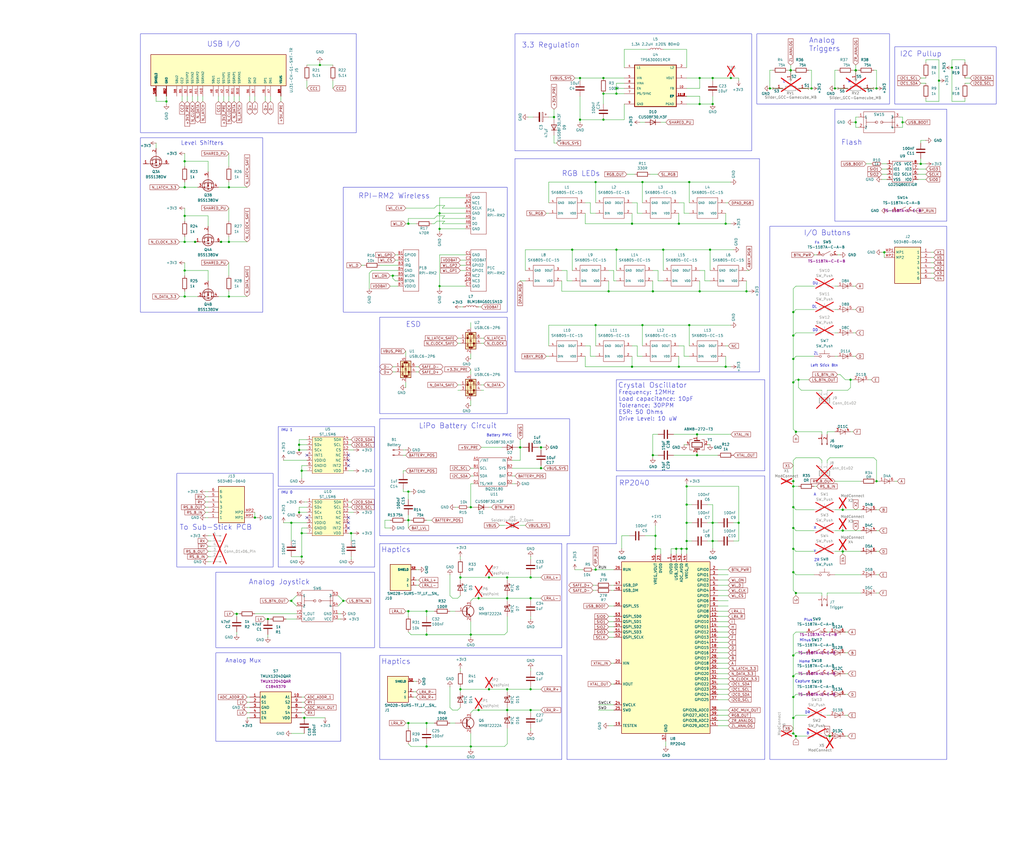
<source format=kicad_sch>
(kicad_sch (version 20231120) (generator "eeschema") (generator_version "8.0")
  (paper "User" 500 420)
  (title_block (title "GC Ultimate R4K") (date "2024-09-24") (company "Hand Held Legend, LLC"))
  (junction (at 389.89 185.42))
  (junction (at 247.65 281.94))
  (junction (at 297.18 142.24))
  (junction (at 90.17 144.78))
  (junction (at 354.33 179.07))
  (junction (at 124.46 252.73))
  (junction (at 214.63 104.14))
  (junction (at 335.28 264.16))
  (junction (at 264.16 218.44))
  (junction (at 388.62 359.41))
  (junction (at 90.17 105.41))
  (junction (at 417.83 34.29))
  (junction (at 300.99 121.92))
  (junction (at 313.69 88.9))
  (junction (at 387.35 234.95))
  (junction (at 417.83 59.69))
  (junction (at 335.28 237.49))
  (junction (at 259.08 336.55))
  (junction (at 407.67 43.18))
  (junction (at 387.35 340.36))
  (junction (at 90.17 91.44))
  (junction (at 427.99 234.95))
  (junction (at 254 218.44))
  (junction (at 387.35 247.65))
  (junction (at 346.71 121.92))
  (junction (at 323.85 121.92))
  (junction (at 283.21 38.1))
  (junction (at 199.39 353.06))
  (junction (at 387.35 279.4))
  (junction (at 90.17 78.74))
  (junction (at 335.28 246.38))
  (junction (at 332.74 267.97))
  (junction (at 356.87 38.1))
  (junction (at 146.05 219.71))
  (junction (at 340.36 222.25))
  (junction (at 111.76 91.44))
  (junction (at 375.92 43.18))
  (junction (at 347.98 255.27))
  (junction (at 290.83 278.13))
  (junction (at 449.58 80.01))
  (junction (at 294.64 38.1))
  (junction (at 107.95 118.11))
  (junction (at 214.63 139.7))
  (junction (at 146.05 250.19))
  (junction (at 411.48 248.92))
  (junction (at 364.49 142.24))
  (junction (at 147.32 260.35))
  (junction (at 148.59 350.52))
  (junction (at 387.35 175.26))
  (junction (at 440.69 59.69))
  (junction (at 208.28 309.88))
  (junction (at 335.28 255.27))
  (junction (at 229.87 364.49))
  (junction (at 199.39 254))
  (junction (at 313.69 158.75))
  (junction (at 81.28 49.53))
  (junction (at 308.61 109.22))
  (junction (at 318.77 142.24))
  (junction (at 147.32 271.78))
  (junction (at 283.21 58.42))
  (junction (at 199.39 298.45))
  (junction (at 341.63 38.1))
  (junction (at 388.62 210.82))
  (junction (at 411.48 269.24))
  (junction (at 330.2 267.97))
  (junction (at 279.4 121.92))
  (junction (at 300.99 43.18))
  (junction (at 388.62 289.56))
  (junction (at 259.08 346.71))
  (junction (at 115.57 299.72))
  (junction (at 270.51 57.15))
  (junction (at 335.28 267.97))
  (junction (at 347.98 50.8))
  (junction (at 229.87 247.65))
  (junction (at 233.68 292.1))
  (junction (at 387.35 163.83))
  (junction (at 156.21 31.75))
  (junction (at 95.25 118.11))
  (junction (at 387.35 237.49))
  (junction (at 415.29 185.42))
  (junction (at 294.64 58.42))
  (junction (at 387.35 358.14))
  (junction (at 320.04 261.62))
  (junction (at 336.55 88.9))
  (junction (at 336.55 158.75))
  (junction (at 259.08 292.1))
  (junction (at 340.36 212.09))
  (junction (at 290.83 88.9))
  (junction (at 208.28 298.45))
  (junction (at 405.13 359.41))
  (junction (at 259.08 281.94))
  (junction (at 431.8 123.19))
  (junction (at 90.17 118.11))
  (junction (at 111.76 144.78))
  (junction (at 458.47 39.37))
  (junction (at 308.61 179.07))
  (junction (at 294.64 45.72))
  (junction (at 347.98 264.16))
  (junction (at 347.98 38.1))
  (junction (at 171.45 260.35))
  (junction (at 208.28 353.06))
  (junction (at 387.35 257.81))
  (junction (at 331.47 109.22))
  (junction (at 354.33 109.22))
  (junction (at 199.39 240.03))
  (junction (at 387.35 330.2))
  (junction (at 146.05 217.17))
  (junction (at 247.65 346.71))
  (junction (at 147.32 229.87))
  (junction (at 331.47 179.07))
  (junction (at 341.63 142.24))
  (junction (at 387.35 186.69))
  (junction (at 264.16 228.6))
  (junction (at 427.99 43.18))
  (junction (at 238.76 336.55))
  (junction (at 199.39 109.22))
  (junction (at 130.81 302.26))
  (junction (at 191.77 134.62))
  (junction (at 247.65 336.55))
  (junction (at 238.76 281.94))
  (junction (at 142.24 293.37))
  (junction (at 320.04 267.97))
  (junction (at 387.35 267.97))
  (junction (at 386.08 34.29))
  (junction (at 224.79 281.94))
  (junction (at 233.68 346.71))
  (junction (at 142.24 255.27))
  (junction (at 214.63 111.76))
  (junction (at 90.17 132.08))
  (junction (at 111.76 118.11))
  (junction (at 387.35 152.4))
  (junction (at 167.64 293.37))
  (junction (at 208.28 364.49))
  (junction (at 341.63 50.8))
  (junction (at 464.82 33.02))
  (junction (at 318.77 222.25))
  (junction (at 411.48 259.08))
  (junction (at 387.35 350.52))
  (junction (at 300.99 45.72))
  (junction (at 396.24 43.18))
  (junction (at 360.68 255.27))
  (junction (at 290.83 158.75))
  (junction (at 247.65 292.1))
  (junction (at 229.87 309.88))
  (junction (at 224.79 336.55))
  (junction (at 387.35 320.04))
  (no_connect (at 149.86 252.73))
  (no_connect (at 170.18 252.73))
  (no_connect (at 149.86 222.25))
  (no_connect (at 170.18 227.33))
  (no_connect (at 170.18 222.25))
  (no_connect (at 170.18 255.27))
  (no_connect (at 170.18 224.79))
  (no_connect (at 170.18 257.81))
  (wire (pts (xy 124.46 46.99) (xy 124.46 49.53)))
  (wire (pts (xy 100.33 250.19) (xy 101.6 250.19)))
  (wire (pts (xy 397.51 124.46) (xy 398.78 124.46)))
  (wire (pts (xy 335.28 264.16) (xy 337.82 264.16)))
  (wire (pts (xy 101.6 271.78) (xy 102.87 271.78)))
  (wire (pts (xy 254 218.44) (xy 254 224.79)))
  (wire (pts (xy 148.59 350.52) (xy 147.32 350.52)))
  (wire (pts (xy 388.62 248.92) (xy 387.35 247.65)))
  (wire (pts (xy 96.52 91.44) (xy 90.17 91.44)))
  (wire (pts (xy 449.58 40.64) (xy 452.12 40.64)))
  (wire (pts (xy 388.62 359.41) (xy 393.7 359.41)))
  (wire (pts (xy 391.16 190.5) (xy 401.32 190.5)))
  (wire (pts (xy 87.63 91.44) (xy 90.17 91.44)))
  (polyline (pts (xy 373.38 228.6) (xy 373.38 229.87)))
  (wire (pts (xy 350.52 306.07) (xy 355.6 306.07)))
  (wire (pts (xy 247.65 345.44) (xy 247.65 346.71)))
  (wire (pts (xy 350.52 336.55) (xy 355.6 336.55)))
  (wire (pts (xy 389.89 189.23) (xy 391.16 190.5)))
  (wire (pts (xy 101.6 78.74) (xy 90.17 78.74)))
  (wire (pts (xy 283.21 58.42) (xy 294.64 58.42)))
  (wire (pts (xy 341.63 137.16) (xy 341.63 142.24)))
  (polyline (pts (xy 247.65 154.94) (xy 185.42 154.94)))
  (wire (pts (xy 334.01 217.17) (xy 335.28 217.17)))
  (wire (pts (xy 265.43 218.44) (xy 264.16 218.44)))
  (wire (pts (xy 148.59 342.9) (xy 147.32 342.9)))
  (wire (pts (xy 111.76 74.93) (xy 111.76 81.28)))
  (wire (pts (xy 388.62 259.08) (xy 387.35 257.81)))
  (wire (pts (xy 111.76 144.78) (xy 111.76 142.24)))
  (wire (pts (xy 217.17 100.33) (xy 215.9 101.6)))
  (wire (pts (xy 276.86 132.08) (xy 276.86 137.16)))
  (wire (pts (xy 321.31 222.25) (xy 318.77 222.25)))
  (wire (pts (xy 254 218.44) (xy 255.27 218.44)))
  (wire (pts (xy 336.55 158.75) (xy 336.55 168.91)))
  (wire (pts (xy 266.7 173.99) (xy 267.97 173.99)))
  (wire (pts (xy 388.62 185.42) (xy 387.35 186.69)))
  (wire (pts (xy 340.36 222.25) (xy 350.52 222.25)))
  (wire (pts (xy 449.58 68.58) (xy 449.58 69.85)))
  (wire (pts (xy 414.02 308.61) (xy 412.75 308.61)))
  (wire (pts (xy 214.63 111.76) (xy 227.33 111.76)))
  (wire (pts (xy 330.2 267.97) (xy 330.2 270.51)))
  (wire (pts (xy 345.44 246.38) (xy 347.98 246.38)))
  (wire (pts (xy 234.95 218.44) (xy 245.11 218.44)))
  (wire (pts (xy 300.99 45.72) (xy 300.99 43.18)))
  (wire (pts (xy 350.52 331.47) (xy 355.6 331.47)))
  (wire (pts (xy 408.94 151.13) (xy 407.67 151.13)))
  (wire (pts (xy 215.9 109.22) (xy 217.17 107.95)))
  (wire (pts (xy 350.52 280.67) (xy 355.6 280.67)))
  (wire (pts (xy 224.79 129.54) (xy 227.33 129.54)))
  (wire (pts (xy 95.25 118.11) (xy 90.17 118.11)))
  (wire (pts (xy 170.18 260.35) (xy 171.45 260.35)))
  (wire (pts (xy 120.65 347.98) (xy 121.92 347.98)))
  (wire (pts (xy 350.52 285.75) (xy 355.6 285.75)))
  (wire (pts (xy 171.45 217.17) (xy 170.18 217.17)))
  (wire (pts (xy 100.33 242.57) (xy 101.6 242.57)))
  (wire (pts (xy 217.17 105.41) (xy 213.36 105.41)))
  (polyline (pts (xy 462.28 107.95) (xy 407.67 107.95)))
  (wire (pts (xy 234.95 149.86) (xy 233.68 149.86)))
  (wire (pts (xy 181.61 132.08) (xy 180.34 133.35)))
  (wire (pts (xy 100.33 247.65) (xy 101.6 247.65)))
  (wire (pts (xy 350.52 288.29) (xy 355.6 288.29)))
  (wire (pts (xy 445.77 102.87) (xy 447.04 102.87)))
  (polyline (pts (xy 185.42 320.04) (xy 274.32 320.04)))
  (wire (pts (xy 199.39 298.45) (xy 199.39 300.99)))
  (wire (pts (xy 111.76 118.11) (xy 120.65 118.11)))
  (wire (pts (xy 146.05 247.65) (xy 146.05 250.19)))
  (wire (pts (xy 430.53 80.01) (xy 433.07 80.01)))
  (wire (pts (xy 311.15 173.99) (xy 313.69 173.99)))
  (wire (pts (xy 307.34 261.62) (xy 303.53 261.62)))
  (wire (pts (xy 350.52 295.91) (xy 355.6 295.91)))
  (wire (pts (xy 267.97 99.06) (xy 267.97 88.9)))
  (polyline (pts (xy 182.88 238.76) (xy 182.88 276.86)))
  (wire (pts (xy 229.87 247.65) (xy 228.6 247.65)))
  (wire (pts (xy 297.18 132.08) (xy 299.72 132.08)))
  (wire (pts (xy 388.62 162.56) (xy 387.35 163.83)))
  (wire (pts (xy 250.19 236.22) (xy 251.46 236.22)))
  (wire (pts (xy 199.39 243.84) (xy 199.39 240.03)))
  (wire (pts (xy 214.63 111.76) (xy 214.63 113.03)))
  (wire (pts (xy 229.87 228.6) (xy 231.14 228.6)))
  (wire (pts (xy 314.96 261.62) (xy 320.04 261.62)))
  (wire (pts (xy 271.78 69.85) (xy 270.51 69.85)))
  (wire (pts (xy 294.64 58.42) (xy 304.8 58.42)))
  (wire (pts (xy 254 256.54) (xy 256.54 256.54)))
  (wire (pts (xy 165.1 290.83) (xy 167.64 293.37)))
  (wire (pts (xy 199.39 106.68) (xy 199.39 109.22)))
  (wire (pts (xy 330.2 267.97) (xy 332.74 267.97)))
  (wire (pts (xy 405.13 349.25) (xy 403.86 349.25)))
  (wire (pts (xy 198.12 101.6) (xy 212.09 101.6)))
  (wire (pts (xy 323.85 24.13) (xy 335.28 24.13)))
  (wire (pts (xy 100.33 245.11) (xy 101.6 245.11)))
  (wire (pts (xy 387.35 140.97) (xy 388.62 139.7)))
  (wire (pts (xy 257.81 57.15) (xy 260.35 57.15)))
  (wire (pts (xy 254 214.63) (xy 254 218.44)))
  (wire (pts (xy 120.65 350.52) (xy 121.92 350.52)))
  (wire (pts (xy 417.83 34.29) (xy 419.1 34.29)))
  (wire (pts (xy 101.6 261.62) (xy 102.87 261.62)))
  (wire (pts (xy 332.74 267.97) (xy 335.28 267.97)))
  (wire (pts (xy 247.65 363.22) (xy 246.38 364.49)))
  (wire (pts (xy 120.65 345.44) (xy 121.92 345.44)))
  (wire (pts (xy 386.08 34.29) (xy 387.35 34.29)))
  (wire (pts (xy 388.62 210.82) (xy 387.35 209.55)))
  (wire (pts (xy 224.79 280.67) (xy 224.79 281.94)))
  (wire (pts (xy 455.93 135.89) (xy 454.66 135.89)))
  (wire (pts (xy 300.99 121.92) (xy 300.99 132.08)))
  (wire (pts (xy 314.96 59.69) (xy 312.42 59.69)))
  (wire (pts (xy 318.77 222.25) (xy 318.77 223.52)))
  (wire (pts (xy 388.62 359.41) (xy 388.62 360.68)))
  (wire (pts (xy 412.75 185.42) (xy 415.29 185.42)))
  (wire (pts (xy 350.52 339.09) (xy 355.6 339.09)))
  (wire (pts (xy 147.32 227.33) (xy 149.86 227.33)))
  (wire (pts (xy 158.75 350.52) (xy 148.59 350.52)))
  (wire (pts (xy 171.45 271.78) (xy 171.45 273.05)))
  (wire (pts (xy 350.52 341.63) (xy 355.6 341.63)))
  (polyline (pts (xy 370.84 77.47) (xy 370.84 181.61)))
  (wire (pts (xy 408.94 124.46) (xy 410.21 124.46)))
  (wire (pts (xy 254 137.16) (xy 256.54 137.16)))
  (wire (pts (xy 229.87 232.41) (xy 231.14 232.41)))
  (wire (pts (xy 318.77 137.16) (xy 318.77 142.24)))
  (wire (pts (xy 360.68 255.27) (xy 360.68 264.16)))
  (wire (pts (xy 335.28 50.8) (xy 341.63 50.8)))
  (wire (pts (xy 171.45 214.63) (xy 170.18 214.63)))
  (wire (pts (xy 229.87 309.88) (xy 246.38 309.88)))
  (wire (pts (xy 199.39 240.03) (xy 200.66 240.03)))
  (wire (pts (xy 407.67 234.95) (xy 420.37 234.95)))
  (wire (pts (xy 388.62 151.13) (xy 387.35 152.4)))
  (wire (pts (xy 120.65 340.36) (xy 121.92 340.36)))
  (wire (pts (xy 212.09 101.6) (xy 213.36 100.33)))
  (wire (pts (xy 208.28 308.61) (xy 208.28 309.88)))
  (wire (pts (xy 403.86 210.82) (xy 407.67 210.82)))
  (polyline (pts (xy 274.32 265.43) (xy 274.32 316.23)))
  (polyline (pts (xy 182.88 276.86) (xy 135.89 276.86)))
  (wire (pts (xy 219.71 353.06) (xy 222.25 353.06)))
  (wire (pts (xy 288.29 168.91) (xy 288.29 173.99)))
  (polyline (pts (xy 276.86 265.43) (xy 300.99 265.43)))
  (wire (pts (xy 223.52 187.96) (xy 224.79 187.96)))
  (wire (pts (xy 231.14 236.22) (xy 229.87 236.22)))
  (wire (pts (xy 464.82 33.02) (xy 464.82 49.53)))
  (wire (pts (xy 111.76 118.11) (xy 111.76 115.57)))
  (wire (pts (xy 471.17 30.48) (xy 471.17 29.21)))
  (wire (pts (xy 214.63 96.52) (xy 214.63 104.14)))
  (wire (pts (xy 101.6 264.16) (xy 102.87 264.16)))
  (wire (pts (xy 214.63 124.46) (xy 227.33 124.46)))
  (wire (pts (xy 229.87 364.49) (xy 229.87 365.76)))
  (polyline (pts (xy 135.89 238.76) (xy 135.89 276.86)))
  (wire (pts (xy 224.79 336.55) (xy 238.76 336.55)))
  (wire (pts (xy 297.18 311.15) (xy 299.72 311.15)))
  (wire (pts (xy 285.75 109.22) (xy 285.75 104.14)))
  (wire (pts (xy 229.87 180.34) (xy 229.87 182.88)))
  (wire (pts (xy 229.87 293.37) (xy 231.14 292.1)))
  (wire (pts (xy 421.64 43.18) (xy 427.99 43.18)))
  (wire (pts (xy 279.4 121.92) (xy 300.99 121.92)))
  (wire (pts (xy 386.08 34.29) (xy 384.81 34.29)))
  (wire (pts (xy 236.22 167.64) (xy 234.95 167.64)))
  (wire (pts (xy 259.08 346.71) (xy 259.08 347.98)))
  (wire (pts (xy 427.99 43.18) (xy 427.99 34.29)))
  (wire (pts (xy 387.35 186.69) (xy 387.35 175.26)))
  (wire (pts (xy 219.71 335.28) (xy 219.71 345.44)))
  (wire (pts (xy 256.54 121.92) (xy 279.4 121.92)))
  (wire (pts (xy 229.87 358.14) (xy 229.87 364.49)))
  (wire (pts (xy 387.35 237.49) (xy 387.35 247.65)))
  (wire (pts (xy 100.33 240.03) (xy 101.6 240.03)))
  (wire (pts (xy 375.92 34.29) (xy 377.19 34.29)))
  (wire (pts (xy 142.24 264.16) (xy 142.24 255.27)))
  (wire (pts (xy 396.24 34.29) (xy 394.97 34.29)))
  (wire (pts (xy 106.68 91.44) (xy 111.76 91.44)))
  (wire (pts (xy 196.85 219.71) (xy 198.12 219.71)))
  (wire (pts (xy 146.05 250.19) (xy 149.86 250.19)))
  (wire (pts (xy 283.21 59.69) (xy 283.21 58.42)))
  (wire (pts (xy 101.6 274.32) (xy 102.87 274.32)))
  (wire (pts (xy 448.31 82.55) (xy 452.12 82.55)))
  (wire (pts (xy 147.32 229.87) (xy 149.86 229.87)))
  (wire (pts (xy 247.65 336.55) (xy 259.08 336.55)))
  (wire (pts (xy 411.48 269.24) (xy 420.37 269.24)))
  (wire (pts (xy 448.31 87.63) (xy 452.12 87.63)))
  (wire (pts (xy 247.65 300.99) (xy 247.65 308.61)))
  (wire (pts (xy 90.17 78.74) (xy 90.17 81.28)))
  (wire (pts (xy 452.12 30.48) (xy 452.12 29.21)))
  (polyline (pts (xy 373.38 232.41) (xy 300.99 232.41)))
  (wire (pts (xy 306.07 85.09) (xy 309.88 85.09)))
  (wire (pts (xy 107.95 118.11) (xy 111.76 118.11)))
  (wire (pts (xy 156.21 31.75) (xy 156.21 30.48)))
  (wire (pts (xy 417.83 139.7) (xy 416.56 139.7)))
  (wire (pts (xy 321.31 212.09) (xy 318.77 212.09)))
  (wire (pts (xy 190.5 257.81) (xy 187.96 257.81)))
  (wire (pts (xy 116.84 299.72) (xy 115.57 299.72)))
  (wire (pts (xy 90.17 128.27) (xy 90.17 132.08)))
  (wire (pts (xy 91.44 46.99) (xy 91.44 49.53)))
  (wire (pts (xy 388.62 269.24) (xy 387.35 267.97)))
  (wire (pts (xy 201.93 337.82) (xy 203.2 337.82)))
  (wire (pts (xy 401.32 210.82) (xy 401.32 212.09)))
  (wire (pts (xy 335.28 236.22) (xy 335.28 237.49)))
  (wire (pts (xy 417.83 173.99) (xy 416.56 173.99)))
  (wire (pts (xy 347.98 255.27) (xy 347.98 264.16)))
  (wire (pts (xy 288.29 173.99) (xy 290.83 173.99)))
  (wire (pts (xy 147.32 257.81) (xy 147.32 260.35)))
  (polyline (pts (xy 182.88 237.49) (xy 135.89 237.49)))
  (wire (pts (xy 403.86 289.56) (xy 403.86 290.83)))
  (wire (pts (xy 229.87 175.26) (xy 229.87 172.72)))
  (polyline (pts (xy 274.32 316.23) (xy 185.42 316.23)))
  (wire (pts (xy 140.97 293.37) (xy 142.24 293.37)))
  (wire (pts (xy 407.67 280.67) (xy 420.37 280.67)))
  (wire (pts (xy 416.56 185.42) (xy 415.29 185.42)))
  (wire (pts (xy 111.76 128.27) (xy 111.76 134.62)))
  (polyline (pts (xy 185.42 154.94) (xy 185.42 201.93)))
  (wire (pts (xy 259.08 271.78) (xy 259.08 273.05)))
  (wire (pts (xy 176.53 129.54) (xy 177.8 129.54)))
  (wire (pts (xy 208.28 353.06) (xy 212.09 353.06)))
  (wire (pts (xy 243.84 256.54) (xy 246.38 256.54)))
  (wire (pts (xy 274.32 142.24) (xy 297.18 142.24)))
  (wire (pts (xy 448.31 85.09) (xy 452.12 85.09)))
  (wire (pts (xy 350.52 311.15) (xy 355.6 311.15)))
  (wire (pts (xy 425.45 185.42) (xy 424.18 185.42)))
  (wire (pts (xy 285.75 168.91) (xy 288.29 168.91)))
  (wire (pts (xy 350.52 351.79) (xy 355.6 351.79)))
  (wire (pts (xy 350.52 278.13) (xy 355.6 278.13)))
  (wire (pts (xy 114.3 46.99) (xy 114.3 49.53)))
  (wire (pts (xy 360.68 237.49) (xy 360.68 255.27)))
  (wire (pts (xy 204.47 278.13) (xy 203.2 278.13)))
  (wire (pts (xy 170.18 229.87) (xy 172.72 229.87)))
  (wire (pts (xy 236.22 165.1) (xy 234.95 165.1)))
  (wire (pts (xy 297.18 354.33) (xy 299.72 354.33)))
  (wire (pts (xy 297.18 308.61) (xy 299.72 308.61)))
  (wire (pts (xy 387.35 247.65) (xy 387.35 257.81)))
  (wire (pts (xy 311.15 99.06) (xy 311.15 104.14)))
  (wire (pts (xy 147.32 260.35) (xy 149.86 260.35)))
  (wire (pts (xy 313.69 158.75) (xy 336.55 158.75)))
  (wire (pts (xy 289.56 278.13) (xy 290.83 278.13)))
  (wire (pts (xy 427.99 289.56) (xy 429.26 289.56)))
  (wire (pts (xy 130.81 302.26) (xy 129.54 302.26)))
  (wire (pts (xy 320.04 256.54) (xy 320.04 261.62)))
  (wire (pts (xy 389.89 185.42) (xy 389.89 189.23)))
  (wire (pts (xy 299.72 344.17) (xy 292.1 344.17)))
  (wire (pts (xy 336.55 88.9) (xy 356.87 88.9)))
  (wire (pts (xy 335.28 264.16) (xy 335.28 267.97)))
  (wire (pts (xy 350.52 328.93) (xy 355.6 328.93)))
  (wire (pts (xy 356.87 38.1) (xy 360.68 38.1)))
  (wire (pts (xy 335.28 255.27) (xy 335.28 264.16)))
  (wire (pts (xy 439.42 57.15) (xy 440.69 57.15)))
  (wire (pts (xy 76.2 69.85) (xy 76.2 72.39)))
  (wire (pts (xy 364.49 142.24) (xy 364.49 137.16)))
  (wire (pts (xy 327.66 267.97) (xy 330.2 267.97)))
  (wire (pts (xy 148.59 340.36) (xy 147.32 340.36)))
  (wire (pts (xy 229.87 309.88) (xy 229.87 311.15)))
  (wire (pts (xy 455.93 130.81) (xy 454.66 130.81)))
  (wire (pts (xy 96.52 144.78) (xy 90.17 144.78)))
  (wire (pts (xy 199.39 254) (xy 198.12 254)))
  (polyline (pts (xy 185.42 201.93) (xy 247.65 201.93)))
  (wire (pts (xy 139.7 302.26) (xy 144.78 302.26)))
  (wire (pts (xy 386.08 31.75) (xy 386.08 34.29)))
  (wire (pts (xy 388.62 328.93) (xy 387.35 330.2)))
  (wire (pts (xy 320.04 261.62) (xy 320.04 267.97)))
  (wire (pts (xy 427.99 269.24) (xy 429.26 269.24)))
  (wire (pts (xy 146.05 214.63) (xy 146.05 217.17)))
  (wire (pts (xy 204.47 283.21) (xy 203.2 283.21)))
  (wire (pts (xy 137.16 46.99) (xy 137.16 49.53)))
  (wire (pts (xy 88.9 46.99) (xy 88.9 49.53)))
  (wire (pts (xy 417.83 34.29) (xy 416.56 34.29)))
  (wire (pts (xy 171.45 245.11) (xy 170.18 245.11)))
  (wire (pts (xy 350.52 308.61) (xy 355.6 308.61)))
  (wire (pts (xy 408.94 182.88) (xy 410.21 182.88)))
  (wire (pts (xy 224.79 271.78) (xy 224.79 273.05)))
  (wire (pts (xy 397.51 151.13) (xy 388.62 151.13)))
  (wire (pts (xy 471.17 49.53) (xy 464.82 49.53)))
  (wire (pts (xy 452.12 48.26) (xy 452.12 49.53)))
  (wire (pts (xy 231.14 346.71) (xy 233.68 346.71)))
  (wire (pts (xy 171.45 260.35) (xy 172.72 260.35)))
  (polyline (pts (xy 185.42 265.43) (xy 274.32 265.43)))
  (wire (pts (xy 387.35 237.49) (xy 389.89 237.49)))
  (wire (pts (xy 167.64 293.37) (xy 168.91 293.37)))
  (wire (pts (xy 187.96 257.81) (xy 187.96 254)))
  (wire (pts (xy 387.35 358.14) (xy 388.62 359.41)))
  (wire (pts (xy 427.99 224.79) (xy 427.99 234.95)))
  (wire (pts (xy 283.21 38.1) (xy 294.64 38.1)))
  (wire (pts (xy 196.85 229.87) (xy 196.85 231.14)))
  (wire (pts (xy 259.08 292.1) (xy 259.08 293.37)))
  (wire (pts (xy 294.64 38.1) (xy 304.8 38.1)))
  (wire (pts (xy 347.98 38.1) (xy 347.98 39.37)))
  (wire (pts (xy 396.24 43.18) (xy 389.89 43.18)))
  (wire (pts (xy 388.62 223.52) (xy 387.35 224.79)))
  (wire (pts (xy 397.51 162.56) (xy 388.62 162.56)))
  (wire (pts (xy 331.47 179.07) (xy 331.47 173.99)))
  (wire (pts (xy 259.08 292.1) (xy 264.16 292.1)))
  (wire (pts (xy 208.28 298.45) (xy 208.28 300.99)))
  (wire (pts (xy 308.61 168.91) (xy 311.15 168.91)))
  (wire (pts (xy 318.77 132.08) (xy 321.31 132.08)))
  (wire (pts (xy 208.28 353.06) (xy 208.28 355.6)))
  (wire (pts (xy 430.53 82.55) (xy 433.07 82.55)))
  (wire (pts (xy 224.79 149.86) (xy 226.06 149.86)))
  (polyline (pts (xy 185.42 283.21) (xy 185.42 316.23)))
  (wire (pts (xy 101.6 137.16) (xy 101.6 132.08)))
  (wire (pts (xy 414.02 318.77) (xy 412.75 318.77)))
  (wire (pts (xy 124.46 299.72) (xy 144.78 299.72)))
  (wire (pts (xy 426.72 223.52) (xy 427.99 224.79)))
  (polyline (pts (xy 274.32 370.84) (xy 185.42 370.84)))
  (wire (pts (xy 87.63 118.11) (xy 90.17 118.11)))
  (wire (pts (xy 290.83 276.86) (xy 290.83 278.13)))
  (wire (pts (xy 350.52 346.71) (xy 355.6 346.71)))
  (wire (pts (xy 297.18 142.24) (xy 318.77 142.24)))
  (wire (pts (xy 146.05 217.17) (xy 146.05 219.71)))
  (wire (pts (xy 148.59 345.44) (xy 147.32 345.44)))
  (wire (pts (xy 360.68 264.16) (xy 358.14 264.16)))
  (wire (pts (xy 259.08 280.67) (xy 259.08 281.94)))
  (wire (pts (xy 350.52 303.53) (xy 355.6 303.53)))
  (wire (pts (xy 187.96 254) (xy 190.5 254)))
  (wire (pts (xy 417.83 31.75) (xy 417.83 34.29)))
  (wire (pts (xy 297.18 303.53) (xy 299.72 303.53)))
  (wire (pts (xy 259.08 326.39) (xy 259.08 327.66)))
  (wire (pts (xy 407.67 34.29) (xy 408.94 34.29)))
  (wire (pts (xy 223.52 190.5) (xy 224.79 190.5)))
  (wire (pts (xy 387.35 340.36) (xy 387.35 350.52)))
  (wire (pts (xy 111.76 46.99) (xy 111.76 49.53)))
  (wire (pts (xy 335.28 255.27) (xy 337.82 255.27)))
  (wire (pts (xy 109.22 46.99) (xy 109.22 49.53)))
  (wire (pts (xy 247.65 346.71) (xy 247.65 347.98)))
  (wire (pts (xy 354.33 109.22) (xy 354.33 104.14)))
  (wire (pts (xy 397.51 269.24) (xy 388.62 269.24)))
  (wire (pts (xy 458.47 29.21) (xy 458.47 39.37)))
  (wire (pts (xy 336.55 88.9) (xy 336.55 99.06)))
  (wire (pts (xy 231.14 292.1) (xy 233.68 292.1)))
  (wire (pts (xy 250.19 232.41) (xy 251.46 232.41)))
  (wire (pts (xy 411.48 259.08) (xy 407.67 259.08)))
  (wire (pts (xy 111.76 91.44) (xy 120.65 91.44)))
  (wire (pts (xy 124.46 252.73) (xy 125.73 252.73)))
  (wire (pts (xy 196.85 240.03) (xy 199.39 240.03)))
  (wire (pts (xy 410.21 182.88) (xy 412.75 185.42)))
  (wire (pts (xy 458.47 49.53) (xy 458.47 39.37)))
  (wire (pts (xy 250.19 224.79) (xy 254 224.79)))
  (wire (pts (xy 213.36 107.95) (xy 212.09 109.22)))
  (polyline (pts (xy 462.28 53.34) (xy 462.28 107.95)))
  (wire (pts (xy 417.83 62.23) (xy 419.1 62.23)))
  (wire (pts (xy 100.33 252.73) (xy 101.6 252.73)))
  (wire (pts (xy 294.64 45.72) (xy 294.64 50.8)))
  (wire (pts (xy 405.13 359.41) (xy 403.86 359.41)))
  (wire (pts (xy 356.87 179.07) (xy 354.33 179.07)))
  (wire (pts (xy 405.13 328.93) (xy 403.86 328.93)))
  (wire (pts (xy 332.74 267.97) (xy 332.74 270.51)))
  (wire (pts (xy 147.32 273.05) (xy 147.32 271.78)))
  (wire (pts (xy 199.39 109.22) (xy 203.2 109.22)))
  (wire (pts (xy 199.39 353.06) (xy 199.39 355.6)))
  (wire (pts (xy 327.66 270.51) (xy 327.66 267.97)))
  (wire (pts (xy 149.86 217.17) (xy 146.05 217.17)))
  (polyline (pts (xy 68.58 67.31) (xy 68.58 152.4)))
  (wire (pts (xy 129.54 46.99) (xy 129.54 49.53)))
  (wire (pts (xy 162.56 39.37) (xy 162.56 43.18)))
  (wire (pts (xy 198.12 171.45) (xy 198.12 173.99)))
  (wire (pts (xy 215.9 109.22) (xy 227.33 109.22)))
  (wire (pts (xy 449.58 77.47) (xy 449.58 80.01)))
  (wire (pts (xy 431.8 123.19) (xy 430.53 123.19)))
  (wire (pts (xy 121.92 46.99) (xy 121.92 49.53)))
  (wire (pts (xy 388.62 280.67) (xy 387.35 279.4)))
  (wire (pts (xy 229.87 247.65) (xy 231.14 247.65)))
  (wire (pts (xy 308.61 179.07) (xy 308.61 173.99)))
  (wire (pts (xy 90.17 74.93) (xy 90.17 78.74)))
  (wire (pts (xy 387.35 309.88) (xy 387.35 320.04)))
  (wire (pts (xy 148.59 347.98) (xy 147.32 347.98)))
  (wire (pts (xy 401.32 289.56) (xy 401.32 290.83)))
  (wire (pts (xy 191.77 134.62) (xy 194.31 134.62)))
  (wire (pts (xy 267.97 57.15) (xy 270.51 57.15)))
  (wire (pts (xy 393.7 308.61) (xy 388.62 308.61)))
  (wire (pts (xy 397.51 248.92) (xy 388.62 248.92)))
  (wire (pts (xy 165.1 295.91) (xy 167.64 293.37)))
  (wire (pts (xy 405.13 318.77) (xy 403.86 318.77)))
  (wire (pts (xy 387.35 257.81) (xy 387.35 267.97)))
  (wire (pts (xy 397.51 173.99) (xy 388.62 173.99)))
  (wire (pts (xy 199.39 257.81) (xy 199.39 254)))
  (polyline (pts (xy 135.89 208.28) (xy 135.89 237.49)))
  (wire (pts (xy 440.69 59.69) (xy 441.96 59.69)))
  (wire (pts (xy 449.58 38.1) (xy 452.12 38.1)))
  (wire (pts (xy 222.25 247.65) (xy 223.52 247.65)))
  (wire (pts (xy 224.79 281.94) (xy 238.76 281.94)))
  (wire (pts (xy 439.42 62.23) (xy 440.69 62.23)))
  (polyline (pts (xy 373.38 185.42) (xy 373.38 228.6)))
  (wire (pts (xy 259.08 281.94) (xy 264.16 281.94)))
  (wire (pts (xy 165.1 302.26) (xy 166.37 302.26)))
  (wire (pts (xy 388.62 308.61) (xy 387.35 309.88)))
  (wire (pts (xy 313.69 88.9) (xy 336.55 88.9)))
  (polyline (pts (xy 128.27 67.31) (xy 128.27 152.4)))
  (wire (pts (xy 220.98 292.1) (xy 219.71 290.83)))
  (wire (pts (xy 354.33 168.91) (xy 355.6 168.91)))
  (wire (pts (xy 335.28 237.49) (xy 335.28 246.38)))
  (wire (pts (xy 325.12 361.95) (xy 325.12 364.49)))
  (wire (pts (xy 308.61 109.22) (xy 308.61 104.14)))
  (wire (pts (xy 354.33 109.22) (xy 331.47 109.22)))
  (wire (pts (xy 304.8 45.72) (xy 300.99 45.72)))
  (wire (pts (xy 473.71 38.1) (xy 471.17 38.1)))
  (wire (pts (xy 449.58 68.58) (xy 452.12 68.58)))
  (polyline (pts (xy 353.06 229.87) (xy 300.99 229.87)))
  (wire (pts (xy 347.98 38.1) (xy 356.87 38.1)))
  (wire (pts (xy 138.43 224.79) (xy 149.86 224.79)))
  (wire (pts (xy 214.63 139.7) (xy 227.33 139.7)))
  (wire (pts (xy 280.67 38.1) (xy 283.21 38.1)))
  (wire (pts (xy 417.83 59.69) (xy 417.83 62.23)))
  (wire (pts (xy 388.62 349.25) (xy 387.35 350.52)))
  (wire (pts (xy 283.21 39.37) (xy 283.21 38.1)))
  (wire (pts (xy 350.52 326.39) (xy 355.6 326.39)))
  (wire (pts (xy 229.87 303.53) (xy 229.87 309.88)))
  (wire (pts (xy 90.17 105.41) (xy 90.17 107.95)))
  (wire (pts (xy 90.17 118.11) (xy 90.17 115.57)))
  (wire (pts (xy 290.83 288.29) (xy 289.56 288.29)))
  (wire (pts (xy 464.82 29.21) (xy 464.82 33.02)))
  (wire (pts (xy 335.28 246.38) (xy 335.28 255.27)))
  (wire (pts (xy 452.12 49.53) (xy 458.47 49.53)))
  (wire (pts (xy 321.31 132.08) (xy 321.31 137.16)))
  (wire (pts (xy 388.62 210.82) (xy 388.62 212.09)))
  (wire (pts (xy 299.72 285.75) (xy 298.45 285.75)))
  (wire (pts (xy 335.28 38.1) (xy 341.63 38.1)))
  (wire (pts (xy 299.72 288.29) (xy 298.45 288.29)))
  (wire (pts (xy 196.85 222.25) (xy 198.12 222.25)))
  (wire (pts (xy 323.85 121.92) (xy 346.71 121.92)))
  (wire (pts (xy 204.47 285.75) (xy 203.2 285.75)))
  (wire (pts (xy 407.67 162.56) (xy 408.94 162.56)))
  (wire (pts (xy 414.02 190.5) (xy 415.29 189.23)))
  (wire (pts (xy 388.62 289.56) (xy 387.35 288.29)))
  (wire (pts (xy 455.93 133.35) (xy 454.66 133.35)))
  (wire (pts (xy 208.28 309.88) (xy 229.87 309.88)))
  (wire (pts (xy 417.83 57.15) (xy 417.83 59.69)))
  (wire (pts (xy 144.78 295.91) (xy 142.24 293.37)))
  (wire (pts (xy 341.63 43.18) (xy 341.63 38.1)))
  (wire (pts (xy 347.98 246.38) (xy 347.98 255.27)))
  (wire (pts (xy 259.08 355.6) (xy 259.08 356.87)))
  (wire (pts (xy 220.98 292.1) (xy 223.52 292.1)))
  (wire (pts (xy 336.55 158.75) (xy 356.87 158.75)))
  (wire (pts (xy 388.62 173.99) (xy 387.35 175.26)))
  (wire (pts (xy 267.97 158.75) (xy 290.83 158.75)))
  (wire (pts (xy 364.49 142.24) (xy 365.76 142.24)))
  (wire (pts (xy 101.6 132.08) (xy 90.17 132.08)))
  (wire (pts (xy 320.04 267.97) (xy 322.58 267.97)))
  (wire (pts (xy 471.17 48.26) (xy 471.17 49.53)))
  (wire (pts (xy 193.04 137.16) (xy 191.77 135.89)))
  (wire (pts (xy 313.69 88.9) (xy 313.69 99.06)))
  (polyline (pts (xy 247.65 201.93) (xy 247.65 154.94)))
  (wire (pts (xy 350.52 298.45) (xy 355.6 298.45)))
  (wire (pts (xy 454.66 128.27) (xy 455.93 128.27)))
  (wire (pts (xy 247.65 281.94) (xy 247.65 283.21)))
  (wire (pts (xy 285.75 179.07) (xy 285.75 173.99)))
  (wire (pts (xy 115.57 308.61) (xy 115.57 309.88)))
  (wire (pts (xy 199.39 363.22) (xy 200.66 364.49)))
  (wire (pts (xy 106.68 144.78) (xy 111.76 144.78)))
  (wire (pts (xy 364.49 132.08) (xy 365.76 132.08)))
  (wire (pts (xy 350.52 321.31) (xy 355.6 321.31)))
  (wire (pts (xy 267.97 168.91) (xy 267.97 158.75)))
  (wire (pts (xy 387.35 279.4) (xy 387.35 288.29)))
  (wire (pts (xy 335.28 43.18) (xy 341.63 43.18)))
  (wire (pts (xy 199.39 353.06) (xy 208.28 353.06)))
  (wire (pts (xy 190.5 139.7) (xy 194.31 139.7)))
  (wire (pts (xy 403.86 210.82) (xy 403.86 212.09)))
  (wire (pts (xy 130.81 311.15) (xy 130.81 309.88)))
  (wire (pts (xy 414.02 339.09) (xy 412.75 339.09)))
  (wire (pts (xy 403.86 289.56) (xy 420.37 289.56)))
  (wire (pts (xy 350.52 318.77) (xy 355.6 318.77)))
  (wire (pts (xy 344.17 132.08) (xy 344.17 137.16)))
  (wire (pts (xy 264.16 227.33) (xy 264.16 228.6)))
  (wire (pts (xy 213.36 105.41) (xy 212.09 106.68)))
  (wire (pts (xy 407.67 269.24) (xy 411.48 269.24)))
  (wire (pts (xy 350.52 354.33) (xy 355.6 354.33)))
  (wire (pts (xy 405.13 223.52) (xy 403.86 224.79)))
  (wire (pts (xy 220.98 346.71) (xy 219.71 345.44)))
  (wire (pts (xy 193.04 127) (xy 194.31 127)))
  (wire (pts (xy 452.12 29.21) (xy 458.47 29.21)))
  (wire (pts (xy 304.8 24.13) (xy 316.23 24.13)))
  (wire (pts (xy 224.79 335.28) (xy 224.79 336.55)))
  (polyline (pts (xy 135.89 238.76) (xy 182.88 238.76)))
  (wire (pts (xy 224.79 281.94) (xy 224.79 283.21)))
  (wire (pts (xy 304.8 33.02) (xy 304.8 24.13)))
  (wire (pts (xy 297.18 306.07) (xy 299.72 306.07)))
  (wire (pts (xy 414.02 328.93) (xy 412.75 328.93)))
  (wire (pts (xy 397.51 237.49) (xy 398.78 237.49)))
  (wire (pts (xy 311.15 168.91) (xy 311.15 173.99)))
  (wire (pts (xy 219.71 280.67) (xy 219.71 290.83)))
  (wire (pts (xy 334.01 173.99) (xy 336.55 173.99)))
  (wire (pts (xy 111.76 101.6) (xy 111.76 107.95)))
  (wire (pts (xy 387.35 152.4) (xy 387.35 140.97)))
  (wire (pts (xy 350.52 300.99) (xy 355.6 300.99)))
  (wire (pts (xy 106.68 118.11) (xy 107.95 118.11)))
  (wire (pts (xy 290.83 158.75) (xy 290.83 168.91)))
  (wire (pts (xy 266.7 104.14) (xy 267.97 104.14)))
  (wire (pts (xy 247.65 290.83) (xy 247.65 292.1)))
  (wire (pts (xy 283.21 46.99) (xy 283.21 58.42)))
  (wire (pts (xy 388.62 318.77) (xy 387.35 320.04)))
  (wire (pts (xy 350.52 323.85) (xy 355.6 323.85)))
  (wire (pts (xy 448.31 80.01) (xy 449.58 80.01)))
  (wire (pts (xy 313.69 158.75) (xy 313.69 168.91)))
  (wire (pts (xy 193.04 124.46) (xy 194.31 124.46)))
  (wire (pts (xy 270.51 57.15) (xy 270.51 58.42)))
  (wire (pts (xy 208.28 298.45) (xy 212.09 298.45)))
  (wire (pts (xy 132.08 46.99) (xy 132.08 49.53)))
  (wire (pts (xy 156.21 31.75) (xy 162.56 31.75)))
  (wire (pts (xy 405.13 339.09) (xy 403.86 339.09)))
  (wire (pts (xy 393.7 328.93) (xy 388.62 328.93)))
  (wire (pts (xy 229.87 236.22) (xy 229.87 247.65)))
  (wire (pts (xy 290.83 88.9) (xy 313.69 88.9)))
  (wire (pts (xy 99.06 46.99) (xy 99.06 49.53)))
  (polyline (pts (xy 300.99 185.42) (xy 300.99 229.87)))
  (wire (pts (xy 200.66 309.88) (xy 208.28 309.88)))
  (wire (pts (xy 279.4 121.92) (xy 279.4 132.08)))
  (wire (pts (xy 262.89 218.44) (xy 264.16 218.44)))
  (wire (pts (xy 397.51 280.67) (xy 388.62 280.67)))
  (wire (pts (xy 360.68 38.1) (xy 360.68 39.37)))
  (wire (pts (xy 350.52 334.01) (xy 355.6 334.01)))
  (wire (pts (xy 101.6 269.24) (xy 102.87 269.24)))
  (wire (pts (xy 331.47 109.22) (xy 308.61 109.22)))
  (wire (pts (xy 340.36 220.98) (xy 340.36 222.25)))
  (wire (pts (xy 191.77 134.62) (xy 191.77 135.89)))
  (polyline (pts (xy 128.27 152.4) (xy 68.58 152.4)))
  (wire (pts (xy 325.12 59.69) (xy 322.58 59.69)))
  (wire (pts (xy 81.28 46.99) (xy 81.28 49.53)))
  (wire (pts (xy 147.32 227.33) (xy 147.32 229.87)))
  (wire (pts (xy 224.79 127) (xy 227.33 127)))
  (wire (pts (xy 199.39 308.61) (xy 200.66 309.88)))
  (wire (pts (xy 416.56 210.82) (xy 415.29 210.82)))
  (wire (pts (xy 233.68 292.1) (xy 247.65 292.1)))
  (wire (pts (xy 387.35 224.79) (xy 387.35 234.95)))
  (wire (pts (xy 171.45 260.35) (xy 171.45 264.16)))
  (wire (pts (xy 335.28 46.99) (xy 341.63 46.99)))
  (wire (pts (xy 274.32 132.08) (xy 276.86 132.08)))
  (wire (pts (xy 308.61 99.06) (xy 311.15 99.06)))
  (wire (pts (xy 323.85 121.92) (xy 323.85 132.08)))
  (wire (pts (xy 76.2 46.99) (xy 76.2 49.53)))
  (wire (pts (xy 320.04 267.97) (xy 320.04 270.51)))
  (wire (pts (xy 422.91 80.01) (xy 425.45 80.01)))
  (wire (pts (xy 147.32 257.81) (xy 149.86 257.81)))
  (wire (pts (xy 223.52 165.1) (xy 224.79 165.1)))
  (wire (pts (xy 387.35 330.2) (xy 387.35 340.36)))
  (wire (pts (xy 331.47 99.06) (xy 334.01 99.06)))
  (wire (pts (xy 146.05 219.71) (xy 149.86 219.71)))
  (polyline (pts (xy 185.42 337.82) (xy 185.42 370.84)))
  (wire (pts (xy 165.1 299.72) (xy 166.37 299.72)))
  (wire (pts (xy 396.24 34.29) (xy 396.24 43.18)))
  (wire (pts (xy 347.98 255.27) (xy 350.52 255.27)))
  (wire (pts (xy 345.44 217.17) (xy 346.71 217.17)))
  (wire (pts (xy 149.86 31.75) (xy 156.21 31.75)))
  (wire (pts (xy 172.72 250.19) (xy 170.18 250.19)))
  (wire (pts (xy 387.35 350.52) (xy 387.35 358.14)))
  (wire (pts (xy 393.7 318.77) (xy 388.62 318.77)))
  (wire (pts (xy 354.33 99.06) (xy 355.6 99.06)))
  (wire (pts (xy 347.98 264.16) (xy 347.98 267.97)))
  (wire (pts (xy 304.8 43.18) (xy 300.99 43.18)))
  (wire (pts (xy 414.02 349.25) (xy 412.75 349.25)))
  (wire (pts (xy 417.83 162.56) (xy 416.56 162.56)))
  (wire (pts (xy 236.22 187.96) (xy 234.95 187.96)))
  (wire (pts (xy 318.77 142.24) (xy 341.63 142.24)))
  (wire (pts (xy 147.32 229.87) (xy 147.32 233.68)))
  (wire (pts (xy 417.83 151.13) (xy 416.56 151.13)))
  (wire (pts (xy 198.12 298.45) (xy 199.39 298.45)))
  (wire (pts (xy 334.01 168.91) (xy 334.01 173.99)))
  (wire (pts (xy 346.71 132.08) (xy 346.71 121.92)))
  (wire (pts (xy 350.52 316.23) (xy 355.6 316.23)))
  (wire (pts (xy 408.94 139.7) (xy 407.67 139.7)))
  (wire (pts (xy 146.05 214.63) (xy 149.86 214.63)))
  (wire (pts (xy 388.62 339.09) (xy 387.35 340.36)))
  (wire (pts (xy 388.62 289.56) (xy 388.62 290.83)))
  (wire (pts (xy 414.02 359.41) (xy 412.75 359.41)))
  (wire (pts (xy 440.69 57.15) (xy 440.69 59.69)))
  (wire (pts (xy 208.28 363.22) (xy 208.28 364.49)))
  (wire (pts (xy 101.6 266.7) (xy 102.87 266.7)))
  (wire (pts (xy 350.52 290.83) (xy 355.6 290.83)))
  (wire (pts (xy 473.71 40.64) (xy 471.17 40.64)))
  (wire (pts (xy 224.79 290.83) (xy 223.52 292.1)))
  (wire (pts (xy 215.9 106.68) (xy 227.33 106.68)))
  (wire (pts (xy 411.48 270.51) (xy 411.48 269.24)))
  (wire (pts (xy 401.32 289.56) (xy 388.62 289.56)))
  (wire (pts (xy 356.87 109.22) (xy 354.33 109.22)))
  (wire (pts (xy 298.45 323.85) (xy 299.72 323.85)))
  (wire (pts (xy 138.43 255.27) (xy 142.24 255.27)))
  (wire (pts (xy 304.8 40.64) (xy 300.99 40.64)))
  (polyline (pts (xy 300.99 232.41) (xy 300.99 265.43)))
  (wire (pts (xy 115.57 300.99) (xy 115.57 299.72)))
  (wire (pts (xy 229.87 347.98) (xy 231.14 346.71)))
  (wire (pts (xy 87.63 144.78) (xy 90.17 144.78)))
  (wire (pts (xy 190.5 134.62) (xy 191.77 134.62)))
  (wire (pts (xy 214.63 104.14) (xy 227.33 104.14)))
  (wire (pts (xy 290.83 278.13) (xy 299.72 278.13)))
  (wire (pts (xy 299.72 346.71) (xy 292.1 346.71)))
  (wire (pts (xy 297.18 300.99) (xy 299.72 300.99)))
  (polyline (pts (xy 276.86 370.84) (xy 373.38 370.84)))
  (wire (pts (xy 341.63 50.8) (xy 347.98 50.8)))
  (wire (pts (xy 290.83 285.75) (xy 289.56 285.75)))
  (wire (pts (xy 264.16 218.44) (xy 264.16 219.71)))
  (wire (pts (xy 198.12 353.06) (xy 199.39 353.06)))
  (wire (pts (xy 214.63 96.52) (xy 227.33 96.52)))
  (polyline (pts (xy 407.67 53.34) (xy 462.28 53.34)))
  (wire (pts (xy 350.52 349.25) (xy 355.6 349.25)))
  (wire (pts (xy 337.82 246.38) (xy 335.28 246.38)))
  (wire (pts (xy 247.65 292.1) (xy 259.08 292.1)))
  (wire (pts (xy 285.75 99.06) (xy 288.29 99.06)))
  (wire (pts (xy 198.12 109.22) (xy 199.39 109.22)))
  (wire (pts (xy 191.77 179.07) (xy 193.04 179.07)))
  (wire (pts (xy 274.32 137.16) (xy 274.32 142.24)))
  (wire (pts (xy 345.44 255.27) (xy 347.98 255.27)))
  (wire (pts (xy 247.65 346.71) (xy 259.08 346.71)))
  (wire (pts (xy 247.65 281.94) (xy 259.08 281.94)))
  (wire (pts (xy 328.93 222.25) (xy 340.36 222.25)))
  (polyline (pts (xy 276.86 265.43) (xy 276.86 370.84)))
  (wire (pts (xy 407.67 173.99) (xy 408.94 173.99)))
  (wire (pts (xy 311.15 104.14) (xy 313.69 104.14)))
  (wire (pts (xy 304.8 58.42) (xy 304.8 50.8)))
  (wire (pts (xy 142.24 255.27) (xy 149.86 255.27)))
  (wire (pts (xy 334.01 104.14) (xy 336.55 104.14)))
  (wire (pts (xy 341.63 46.99) (xy 341.63 50.8)))
  (wire (pts (xy 340.36 213.36) (xy 340.36 212.09)))
  (wire (pts (xy 420.37 248.92) (xy 411.48 248.92)))
  (polyline (pts (xy 353.06 229.87) (xy 373.38 229.87)))
  (wire (pts (xy 199.39 106.68) (xy 212.09 106.68)))
  (wire (pts (xy 294.64 45.72) (xy 300.99 45.72)))
  (wire (pts (xy 215.9 106.68) (xy 217.17 105.41)))
  (wire (pts (xy 194.31 132.08) (xy 181.61 132.08)))
  (wire (pts (xy 142.24 271.78) (xy 147.32 271.78)))
  (wire (pts (xy 204.47 181.61) (xy 203.2 181.61)))
  (wire (pts (xy 256.54 121.92) (xy 256.54 132.08)))
  (wire (pts (xy 393.7 339.09) (xy 388.62 339.09)))
  (polyline (pts (xy 274.32 320.04) (xy 274.32 370.84)))
  (wire (pts (xy 219.71 298.45) (xy 222.25 298.45)))
  (wire (pts (xy 344.17 137.16) (xy 346.71 137.16)))
  (wire (pts (xy 93.98 46.99) (xy 93.98 49.53)))
  (wire (pts (xy 403.86 190.5) (xy 414.02 190.5)))
  (wire (pts (xy 405.13 223.52) (xy 426.72 223.52)))
  (wire (pts (xy 247.65 355.6) (xy 247.65 363.22)))
  (wire (pts (xy 427.99 34.29) (xy 426.72 34.29)))
  (wire (pts (xy 101.6 110.49) (xy 101.6 105.41)))
  (wire (pts (xy 387.35 186.69) (xy 387.35 209.55)))
  (wire (pts (xy 387.35 320.04) (xy 387.35 330.2)))
  (polyline (pts (xy 185.42 283.21) (xy 185.42 265.43)))
  (wire (pts (xy 210.82 109.22) (xy 212.09 109.22)))
  (wire (pts (xy 411.48 248.92) (xy 407.67 248.92)))
  (wire (pts (xy 214.63 124.46) (xy 214.63 139.7)))
  (wire (pts (xy 358.14 255.27) (xy 360.68 255.27)))
  (wire (pts (xy 238.76 247.65) (xy 240.03 247.65)))
  (wire (pts (xy 354.33 179.07) (xy 354.33 173.99)))
  (polyline (pts (xy 135.89 208.28) (xy 182.88 208.28)))
  (wire (pts (xy 341.63 38.1) (xy 347.98 38.1)))
  (wire (pts (xy 252.73 218.44) (xy 254 218.44)))
  (wire (pts (xy 238.76 281.94) (xy 247.65 281.94)))
  (wire (pts (xy 308.61 179.07) (xy 285.75 179.07)))
  (wire (pts (xy 440.69 59.69) (xy 440.69 62.23)))
  (wire (pts (xy 199.39 251.46) (xy 199.39 254)))
  (wire (pts (xy 334.01 99.06) (xy 334.01 104.14)))
  (wire (pts (xy 347.98 46.99) (xy 347.98 50.8)))
  (wire (pts (xy 224.79 345.44) (xy 223.52 346.71)))
  (wire (pts (xy 415.29 185.42) (xy 415.29 189.23)))
  (wire (pts (xy 299.72 334.01) (xy 298.45 334.01)))
  (wire (pts (xy 401.32 224.79) (xy 401.32 226.06)))
  (wire (pts (xy 149.86 247.65) (xy 146.05 247.65)))
  (wire (pts (xy 401.32 210.82) (xy 388.62 210.82)))
  (wire (pts (xy 430.53 87.63) (xy 433.07 87.63)))
  (wire (pts (xy 90.17 132.08) (xy 90.17 134.62)))
  (wire (pts (xy 397.51 259.08) (xy 388.62 259.08)))
  (wire (pts (xy 449.58 80.01) (xy 452.12 80.01)))
  (wire (pts (xy 288.29 99.06) (xy 288.29 104.14)))
  (wire (pts (xy 328.93 212.09) (xy 340.36 212.09)))
  (wire (pts (xy 346.71 121.92) (xy 358.14 121.92)))
  (wire (pts (xy 90.17 101.6) (xy 90.17 105.41)))
  (wire (pts (xy 171.45 247.65) (xy 170.18 247.65)))
  (wire (pts (xy 297.18 295.91) (xy 299.72 295.91)))
  (wire (pts (xy 270.51 53.34) (xy 270.51 57.15)))
  (wire (pts (xy 341.63 142.24) (xy 364.49 142.24)))
  (wire (pts (xy 116.84 46.99) (xy 116.84 49.53)))
  (wire (pts (xy 148.59 245.11) (xy 149.86 245.11)))
  (wire (pts (xy 144.78 290.83) (xy 142.24 293.37)))
  (wire (pts (xy 431.8 123.19) (xy 431.8 125.73)))
  (wire (pts (xy 259.08 335.28) (xy 259.08 336.55)))
  (polyline (pts (xy 407.67 53.34) (xy 407.67 107.95)))
  (wire (pts (xy 387.35 175.26) (xy 387.35 163.83)))
  (wire (pts (xy 142.24 358.14) (xy 148.59 358.14)))
  (wire (pts (xy 290.83 158.75) (xy 313.69 158.75)))
  (wire (pts (xy 400.05 223.52) (xy 388.62 223.52)))
  (wire (pts (xy 238.76 336.55) (xy 247.65 336.55)))
  (wire (pts (xy 471.17 29.21) (xy 464.82 29.21)))
  (wire (pts (xy 76.2 49.53) (xy 81.28 49.53)))
  (wire (pts (xy 299.72 132.08) (xy 299.72 137.16)))
  (wire (pts (xy 247.65 292.1) (xy 247.65 293.37)))
  (wire (pts (xy 393.7 349.25) (xy 388.62 349.25)))
  (wire (pts (xy 101.6 83.82) (xy 101.6 78.74)))
  (wire (pts (xy 433.07 102.87) (xy 435.61 102.87)))
  (wire (pts (xy 401.32 224.79) (xy 400.05 223.52)))
  (wire (pts (xy 115.57 299.72) (xy 114.3 299.72)))
  (wire (pts (xy 420.37 259.08) (xy 411.48 259.08)))
  (wire (pts (xy 270.51 69.85) (xy 270.51 66.04)))
  (wire (pts (xy 124.46 250.19) (xy 124.46 252.73)))
  (wire (pts (xy 224.79 336.55) (xy 224.79 337.82)))
  (wire (pts (xy 389.89 185.42) (xy 388.62 185.42)))
  (wire (pts (xy 96.52 46.99) (xy 96.52 49.53)))
  (wire (pts (xy 229.87 157.48) (xy 229.87 160.02)))
  (wire (pts (xy 318.77 212.09) (xy 318.77 222.25)))
  (wire (pts (xy 375.92 43.18) (xy 375.92 34.29)))
  (wire (pts (xy 427.99 259.08) (xy 429.26 259.08)))
  (wire (pts (xy 172.72 219.71) (xy 170.18 219.71)))
  (wire (pts (xy 414.02 43.18) (xy 407.67 43.18)))
  (wire (pts (xy 389.89 185.42) (xy 394.97 185.42)))
  (wire (pts (xy 191.77 181.61) (xy 193.04 181.61)))
  (wire (pts (xy 290.83 88.9) (xy 290.83 99.06)))
  (wire (pts (xy 347.98 264.16) (xy 350.52 264.16)))
  (wire (pts (xy 236.22 190.5) (xy 234.95 190.5)))
  (wire (pts (xy 213.36 100.33) (xy 217.17 100.33)))
  (wire (pts (xy 208.28 364.49) (xy 229.87 364.49)))
  (wire (pts (xy 416.56 59.69) (xy 417.83 59.69)))
  (wire (pts (xy 322.58 267.97) (xy 322.58 270.51)))
  (wire (pts (xy 147.32 260.35) (xy 147.32 271.78)))
  (wire (pts (xy 360.68 237.49) (xy 335.28 237.49)))
  (wire (pts (xy 455.93 125.73) (xy 454.66 125.73)))
  (wire (pts (xy 387.35 234.95) (xy 387.35 237.49)))
  (wire (pts (xy 288.29 104.14) (xy 290.83 104.14)))
  (wire (pts (xy 388.62 139.7) (xy 397.51 139.7)))
  (wire (pts (xy 340.36 212.09) (xy 356.87 212.09)))
  (polyline (pts (xy 251.46 77.47) (xy 370.84 77.47)))
  (polyline (pts (xy 300.99 185.42) (xy 373.38 185.42)))
  (wire (pts (xy 229.87 364.49) (xy 246.38 364.49)))
  (wire (pts (xy 403.86 224.79) (xy 403.86 226.06)))
  (wire (pts (xy 407.67 43.18) (xy 407.67 34.29)))
  (wire (pts (xy 335.28 24.13) (xy 335.28 33.02)))
  (wire (pts (xy 335.28 267.97) (xy 335.28 270.51)))
  (wire (pts (xy 331.47 179.07) (xy 308.61 179.07)))
  (wire (pts (xy 259.08 300.99) (xy 259.08 302.26)))
  (wire (pts (xy 120.65 342.9) (xy 121.92 342.9)))
  (polyline (pts (xy 182.88 208.28) (xy 182.88 237.49)))
  (wire (pts (xy 250.19 228.6) (xy 264.16 228.6)))
  (wire (pts (xy 81.28 49.53) (xy 81.28 50.8)))
  (wire (pts (xy 350.52 293.37) (xy 355.6 293.37)))
  (wire (pts (xy 247.65 308.61) (xy 246.38 309.88)))
  (wire (pts (xy 350.52 313.69) (xy 355.6 313.69)))
  (wire (pts (xy 220.98 346.71) (xy 223.52 346.71)))
  (wire (pts (xy 217.17 107.95) (xy 213.36 107.95)))
  (wire (pts (xy 180.34 133.35) (xy 180.34 140.97)))
  (polyline (pts (xy 370.84 181.61) (xy 251.46 181.61)))
  (wire (pts (xy 347.98 264.16) (xy 345.44 264.16)))
  (wire (pts (xy 196.85 238.76) (xy 196.85 240.03)))
  (wire (pts (xy 405.13 308.61) (xy 403.86 308.61)))
  (wire (pts (xy 215.9 101.6) (xy 227.33 101.6)))
  (wire (pts (xy 350.52 283.21) (xy 355.6 283.21)))
  (wire (pts (xy 436.88 234.95) (xy 438.15 234.95)))
  (wire (pts (xy 201.93 340.36) (xy 203.2 340.36)))
  (wire (pts (xy 331.47 109.22) (xy 331.47 104.14)))
  (wire (pts (xy 280.67 278.13) (xy 284.48 278.13)))
  (wire (pts (xy 198.12 189.23) (xy 198.12 186.69)))
  (wire (pts (xy 214.63 139.7) (xy 214.63 140.97)))
  (polyline (pts (xy 68.58 67.31) (xy 128.27 67.31)))
  (wire (pts (xy 387.35 267.97) (xy 387.35 279.4)))
  (wire (pts (xy 264.16 228.6) (xy 265.43 228.6)))
  (wire (pts (xy 185.42 129.54) (xy 194.31 129.54)))
  (wire (pts (xy 382.27 43.18) (xy 375.92 43.18)))
  (wire (pts (xy 297.18 137.16) (xy 297.18 142.24)))
  (wire (pts (xy 430.53 85.09) (xy 433.07 85.09)))
  (wire (pts (xy 132.08 302.26) (xy 130.81 302.26)))
  (wire (pts (xy 90.17 144.78) (xy 90.17 142.24)))
  (wire (pts (xy 417.83 57.15) (xy 419.1 57.15)))
  (wire (pts (xy 317.5 85.09) (xy 321.31 85.09)))
  (polyline (pts (xy 373.38 370.84) (xy 373.38 232.41)))
  (polyline (pts (xy 185.42 337.82) (xy 185.42 320.04)))
  (wire (pts (xy 259.08 346.71) (xy 264.16 346.71)))
  (wire (pts (xy 196.85 229.87) (xy 198.12 229.87)))
  (wire (pts (xy 455.93 123.19) (xy 454.66 123.19)))
  (wire (pts (xy 223.52 167.64) (xy 224.79 167.64)))
  (wire (pts (xy 303.53 261.62) (xy 303.53 267.97)))
  (wire (pts (xy 194.31 137.16) (xy 193.04 137.16)))
  (wire (pts (xy 229.87 198.12) (xy 229.87 195.58)))
  (wire (pts (xy 387.35 163.83) (xy 387.35 152.4)))
  (wire (pts (xy 111.76 144.78) (xy 120.65 144.78)))
  (wire (pts (xy 204.47 179.07) (xy 203.2 179.07)))
  (wire (pts (xy 247.65 336.55) (xy 247.65 337.82)))
  (wire (pts (xy 300.99 121.92) (xy 323.85 121.92)))
  (polyline (pts (xy 251.46 77.47) (xy 251.46 181.61)))
  (wire (pts (xy 214.63 104.14) (xy 214.63 111.76)))
  (wire (pts (xy 341.63 132.08) (xy 344.17 132.08)))
  (wire (pts (xy 200.66 364.49) (xy 208.28 364.49)))
  (wire (pts (xy 427.99 248.92) (xy 429.26 248.92)))
  (wire (pts (xy 354.33 179.07) (xy 331.47 179.07)))
  (wire (pts (xy 199.39 254) (xy 200.66 254)))
  (wire (pts (xy 90.17 91.44) (xy 90.17 88.9)))
  (wire (pts (xy 106.68 46.99) (xy 106.68 49.53)))
  (wire (pts (xy 111.76 91.44) (xy 111.76 88.9)))
  (wire (pts (xy 321.31 137.16) (xy 323.85 137.16)))
  (wire (pts (xy 299.72 137.16) (xy 300.99 137.16)))
  (wire (pts (xy 300.99 43.18) (xy 300.99 40.64)))
  (wire (pts (xy 224.79 132.08) (xy 227.33 132.08)))
  (wire (pts (xy 96.52 118.11) (xy 95.25 118.11)))
  (wire (pts (xy 199.39 298.45) (xy 208.28 298.45)))
  (wire (pts (xy 208.28 254) (xy 210.82 254)))
  (wire (pts (xy 101.6 105.41) (xy 90.17 105.41)))
  (wire (pts (xy 427.99 234.95) (xy 429.26 234.95)))
  (wire (pts (xy 201.93 332.74) (xy 203.2 332.74)))
  (wire (pts (xy 233.68 346.71) (xy 247.65 346.71)))
  (wire (pts (xy 386.08 39.37) (xy 386.08 34.29)))
  (wire (pts (xy 259.08 336.55) (xy 264.16 336.55)))
  (wire (pts (xy 267.97 88.9) (xy 290.83 88.9)))
  (wire (pts (xy 149.86 39.37) (xy 149.86 43.18)))
  (wire (pts (xy 276.86 137.16) (xy 279.4 137.16)))
  (wire (pts (xy 308.61 109.22) (xy 285.75 109.22)))
  (wire (pts (xy 417.83 39.37) (xy 417.83 34.29)))
  (wire (pts (xy 224.79 326.39) (xy 224.79 327.66)))
  (wire (pts (xy 331.47 168.91) (xy 334.01 168.91)))
  (wire (pts (xy 427.99 280.67) (xy 429.26 280.67)))
  (rectangle (start 375.92 110.49) (end 462.28 370.84))
  (rectangle (start 436.88 22.86) (end 486.41 50.8))
  (rectangle (start 251.46 16.51) (end 367.03 73.66))
  (rectangle (start 185.42 204.47) (end 278.13 261.62))
  (rectangle (start 369.57 16.51) (end 434.34 50.8))
  (rectangle (start 68.58 16.51) (end 173.99 64.77))
  (rectangle (start 86.36 231.14) (end 133.35 276.86))
  (rectangle (start 105.41 318.77) (end 166.37 361.95))
  (rectangle (start 167.64 91.44) (end 247.65 152.4))
  (rectangle (start 105.41 279.4) (end 182.88 316.23))
  (text "A" (at 397.256 242.316 0) (effects (font (size 1.27 1.27)) (justify left bottom)))
  (text "DL" (at 396.494 150.622 0) (effects (font (size 1.27 1.27)) (justify left bottom)))
  (text "Left Stick Btn" (at 395.732 179.324 0) (effects (font (size 1.27 1.27)) (justify left bottom)))
  (text "To Sub-Stick PCB" (at 87.63 259.08 0) (effects (font (size 2.54 2.54)) (justify left bottom)))
  (text "Minus" (at 390.398 313.436 0) (effects (font (size 1.27 1.27)) (justify left bottom)))
  (text "DU" (at 396.748 139.192 0) (effects (font (size 1.27 1.27)) (justify left bottom)))
  (text "RP2040" (at 302.26 237.49 0) (effects (font (size 2.54 2.54)) (justify left bottom)))
  (text "Analog Mux" (at 127.508 323.85 0) (effects (font (size 2.0066 2.0066)) (justify right bottom)))
  (text "RGB LEDs" (at 274.32 86.36 0) (effects (font (size 2.54 2.54)) (justify left bottom)))
  (text "LiPo Battery Circuit" (at 204.47 209.55 0) (effects (font (size 2.54 2.54)) (justify left bottom)))
  (text "USB I/O" (at 101.092 23.114 0) (effects (font (size 2.54 2.54)) (justify left bottom)))
  (text "I2C Pullup\n" (at 439.42 27.94 0) (effects (font (size 2.54 2.54)) (justify left bottom)))
  (text "RPI-RM2 Wireless" (at 175.006 97.282 0) (effects (font (size 2.54 2.54)) (justify left bottom)))
  (text "Fn" (at 397.764 119.38 0) (effects (font (size 1.27 1.27)) (justify left bottom)))
  (text "Plus" (at 392.43 303.53 0) (effects (font (size 1.27 1.27)) (justify left bottom)))
  (text "L" (at 382.27 40.64 0) (effects (font (size 1.27 1.27)) (justify left bottom)))
  (text "ESD" (at 198.12 160.02 0) (effects (font (size 2.54 2.54)) (justify left bottom)))
  (text "Analog Joystick" (at 121.412 285.75 0) (effects (font (size 2.54 2.54)) (justify left bottom)))
  (text "Haptics\n" (at 186.182 270.002 0) (effects (font (size 2.54 2.54)) (justify left bottom)))
  (text "Haptics\n" (at 186.182 324.612 0) (effects (font (size 2.54 2.54)) (justify left bottom)))
  (text "Flash" (at 410.718 71.12 0) (effects (font (size 2.54 2.54)) (justify left bottom)))
  (text "Frequency: 12MHz\nLoad capacitance: 10pF\nTolerance: 30PPM\nESR: 50 Ohms\nDrive Level: 10 uW" (at 302.006 205.74 0) (effects (font (size 2 2)) (justify left bottom)))
  (text "B" (at 393.7 358.902 0) (effects (font (size 1.27 1.27)) (justify left bottom)))
  (text "Crystal Oscillator" (at 301.752 189.738 0) (effects (font (size 2.54 2.54)) (justify left bottom)))
  (text "ZR" (at 397.51 274.32 0) (effects (font (size 1.27 1.27)) (justify left bottom)))
  (text "DD" (at 396.748 162.052 0) (effects (font (size 1.27 1.27)) (justify left bottom)))
  (text "DR" (at 392.938 348.742 0) (effects (font (size 1.27 1.27)) (justify left bottom)))
  (text "Y" (at 397.256 270.002 0) (effects (font (size 1.27 1.27)) (justify left bottom)))
  (text "3.3 Regulation" (at 254.762 23.622 0) (effects (font (size 2.54 2.54)) (justify left bottom)))
  (text "I/O Buttons" (at 392.43 115.316 0) (effects (font (size 2.54 2.54)) (justify left bottom)))
  (text "Analog\nTriggers" (at 394.97 25.4 0) (effects (font (size 2.54 2.54)) (justify left bottom)))
  (text "X" (at 397.256 258.572 0) (effects (font (size 1.27 1.27)) (justify left bottom)))
  (text "IMU 0" (at 137.16 241.3 0) (effects (font (size 1.27 1.27)) (justify left bottom)))
  (text "Capture" (at 388.112 333.502 0) (effects (font (size 1.27 1.27)) (justify left bottom)))
  (text "Home" (at 390.144 323.85 0) (effects (font (size 1.27 1.27)) (justify left bottom)))
  (text "IMU 1" (at 137.16 210.82 0) (effects (font (size 1.27 1.27)) (justify left bottom)))
  (text "ZL" (at 397.256 173.482 0) (effects (font (size 1.27 1.27)) (justify left bottom)))
  (text "R" (at 414.02 40.64 0) (effects (font (size 1.27 1.27)) (justify left bottom)))
  (text "Battery PMIC" (at 237.49 213.36 0) (effects (font (size 1.27 1.27)) (justify left bottom)))
  (text "Level Shifters\n" (at 109.22 71.12 0) (effects (font (size 2.0066 2.0066)) (justify right bottom)))
  (label "RUN" (at 292.1 278.13 0))
  (label "SWD" (at 292.1 346.71 0))
  (label "SWCLK" (at 292.1 344.17 0))
  (global_label "N_DATA_SAFE" (shape input) (at 223.52 187.96 180) (property "Intersheetrefs" "${INTERSHEET_REFS}" (effects (hide yes))))
  (global_label "I2C1_SCL" (shape input) (at 355.6 336.55 0) (property "Intersheetrefs" "${INTERSHEET_REFS}" (effects (hide yes))))
  (global_label "X5" (shape input) (at 403.86 359.41 90) (property "Intersheetrefs" "${INTERSHEET_REFS}" (effects (hide yes))))
  (global_label "WL_GP1" (shape input) (at 224.79 132.08 180) (property "Intersheetrefs" "${INTERSHEET_REFS}" (effects (hide yes))))
  (global_label "X1" (shape input) (at 387.35 227.33 180) (property "Intersheetrefs" "${INTERSHEET_REFS}" (effects (hide yes))))
  (global_label "N_LATCH_SAFE" (shape input) (at 223.52 165.1 180) (property "Intersheetrefs" "${INTERSHEET_REFS}" (effects (hide yes))))
  (global_label "VBUS" (shape input) (at 243.84 256.54 180) (property "Intersheetrefs" "${INTERSHEET_REFS}" (effects (hide yes))))
  (global_label "USB_BOOT" (shape input) (at 297.18 295.91 180) (property "Intersheetrefs" "${INTERSHEET_REFS}" (effects (hide yes))))
  (global_label "SIO0" (shape input) (at 452.12 87.63 0) (property "Intersheetrefs" "${INTERSHEET_REFS}" (effects (hide yes))))
  (global_label "N_LATCH_3.3" (shape input) (at 355.6 326.39 0) (property "Intersheetrefs" "${INTERSHEET_REFS}" (effects (hide yes))))
  (global_label "N_DATA_3.3" (shape input) (at 355.6 328.93 0) (property "Intersheetrefs" "${INTERSHEET_REFS}" (effects (hide yes))))
  (global_label "CC1" (shape input) (at 106.68 49.53 270) (property "Intersheetrefs" "${INTERSHEET_REFS}" (effects (hide yes))))
  (global_label "B" (shape input) (at 429.26 248.92 0) (property "Intersheetrefs" "${INTERSHEET_REFS}" (effects (hide yes))))
  (global_label "LS_BTN_OUT" (shape input) (at 140.97 293.37 180) (property "Intersheetrefs" "${INTERSHEET_REFS}" (effects (hide yes))))
  (global_label "X3" (shape input) (at 417.83 259.08 90) (property "Intersheetrefs" "${INTERSHEET_REFS}" (effects (hide yes))))
  (global_label "ADC_ADDR_1" (shape input) (at 148.59 340.36 0) (property "Intersheetrefs" "${INTERSHEET_REFS}" (effects (hide yes))))
  (global_label "F" (shape input) (at 355.6 311.15 0) (property "Intersheetrefs" "${INTERSHEET_REFS}" (effects (hide yes))))
  (global_label "N_LATCH" (shape input) (at 99.06 49.53 270) (property "Intersheetrefs" "${INTERSHEET_REFS}" (effects (hide yes))))
  (global_label "LS_BTN_OUT" (shape input) (at 394.97 185.42 0) (property "Intersheetrefs" "${INTERSHEET_REFS}" (effects (hide yes))))
  (global_label "F" (shape input) (at 414.02 359.41 0) (property "Intersheetrefs" "${INTERSHEET_REFS}" (effects (hide yes))))
  (global_label "SAFE_D-" (shape bidirectional) (at 289.56 288.29 180) (property "Intersheetrefs" "${INTERSHEET_REFS}" (effects (hide yes))))
  (global_label "XTAL_IN" (shape input) (at 356.87 212.09 0) (property "Intersheetrefs" "${INTERSHEET_REFS}" (effects (hide yes))))
  (global_label "A" (shape input) (at 438.15 234.95 0) (property "Intersheetrefs" "${INTERSHEET_REFS}" (effects (hide yes))))
  (global_label "N_CLOCK" (shape input) (at 93.98 49.53 270) (property "Intersheetrefs" "${INTERSHEET_REFS}" (effects (hide yes))))
  (global_label "D" (shape input) (at 355.6 316.23 0) (property "Intersheetrefs" "${INTERSHEET_REFS}" (effects (hide yes))))
  (global_label "N_LATCH" (shape input) (at 236.22 165.1 0) (property "Intersheetrefs" "${INTERSHEET_REFS}" (effects (hide yes))))
  (global_label "XTAL_OUT" (shape input) (at 298.45 334.01 180) (property "Intersheetrefs" "${INTERSHEET_REFS}" (effects (hide yes))))
  (global_label "D-" (shape bidirectional) (at 124.46 49.53 270) (property "Intersheetrefs" "${INTERSHEET_REFS}" (effects (hide yes))))
  (global_label "D-" (shape bidirectional) (at 132.08 49.53 270) (property "Intersheetrefs" "${INTERSHEET_REFS}" (effects (hide yes))))
  (global_label "SCLK" (shape input) (at 297.18 311.15 180) (property "Intersheetrefs" "${INTERSHEET_REFS}" (effects (hide yes))))
  (global_label "I2C_SCL" (shape input) (at 229.87 228.6 180) (property "Intersheetrefs" "${INTERSHEET_REFS}" (effects (hide yes))))
  (global_label "X4" (shape input) (at 455.93 135.89 0) (property "Intersheetrefs" "${INTERSHEET_REFS}" (effects (hide yes))))
  (global_label "G" (shape input) (at 388.62 290.83 270) (property "Intersheetrefs" "${INTERSHEET_REFS}" (effects (hide yes))))
  (global_label "NC" (shape input) (at 355.6 168.91 0) (property "Intersheetrefs" "${INTERSHEET_REFS}" (effects (hide yes))))
  (global_label "ADC_MUX_OUT" (shape input) (at 355.6 346.71 0) (property "Intersheetrefs" "${INTERSHEET_REFS}" (effects (hide yes))))
  (global_label "+3V3_PRE" (shape input) (at 270.51 53.34 90) (property "Intersheetrefs" "${INTERSHEET_REFS}" (effects (hide yes))))
  (global_label "ZL_ANALOG" (shape input) (at 386.08 31.75 90) (property "Intersheetrefs" "${INTERSHEET_REFS}" (effects (hide yes))))
  (global_label "SIO3" (shape input) (at 452.12 82.55 0) (property "Intersheetrefs" "${INTERSHEET_REFS}" (effects (hide yes))))
  (global_label "I2C0_SDA" (shape input) (at 171.45 245.11 0) (property "Intersheetrefs" "${INTERSHEET_REFS}" (effects (hide yes))))
  (global_label "N_CLOCK_SAFE" (shape input) (at 120.65 118.11 90) (property "Intersheetrefs" "${INTERSHEET_REFS}" (effects (hide yes))))
  (global_label "LS_BTN_IN" (shape input) (at 408.94 182.88 180) (property "Intersheetrefs" "${INTERSHEET_REFS}" (effects (hide yes))))
  (global_label "X2" (shape input) (at 455.93 130.81 0) (property "Intersheetrefs" "${INTERSHEET_REFS}" (effects (hide yes))))
  (global_label "RY" (shape input) (at 100.33 245.11 180) (property "Intersheetrefs" "${INTERSHEET_REFS}" (effects (hide yes))))
  (global_label "I" (shape input) (at 355.6 303.53 0) (property "Intersheetrefs" "${INTERSHEET_REFS}" (effects (hide yes))))
  (global_label "A" (shape input) (at 417.83 139.7 0) (property "Intersheetrefs" "${INTERSHEET_REFS}" (effects (hide yes))))
  (global_label "WL_CS" (shape input) (at 355.6 290.83 0) (property "Intersheetrefs" "${INTERSHEET_REFS}" (effects (hide yes))))
  (global_label "SIO2" (shape input) (at 430.53 85.09 180) (property "Intersheetrefs" "${INTERSHEET_REFS}" (effects (hide yes))))
  (global_label "WL_CLK" (shape input) (at 198.12 101.6 180) (property "Intersheetrefs" "${INTERSHEET_REFS}" (effects (hide yes))))
  (global_label "SCLK" (shape input) (at 452.12 85.09 0) (property "Intersheetrefs" "${INTERSHEET_REFS}" (effects (hide yes))))
  (global_label "BTN_PWR" (shape input) (at 397.51 124.46 180) (property "Intersheetrefs" "${INTERSHEET_REFS}" (effects (hide yes))))
  (global_label "SAFE_D+" (shape bidirectional) (at 204.47 181.61 0) (property "Intersheetrefs" "${INTERSHEET_REFS}" (effects (hide yes))))
  (global_label "LRA_L+" (shape input) (at 264.16 281.94 0) (property "Intersheetrefs" "${INTERSHEET_REFS}" (effects (hide yes))))
  (global_label "LRA_L-" (shape input) (at 264.16 292.1 0) (property "Intersheetrefs" "${INTERSHEET_REFS}" (effects (hide yes))))
  (global_label "DPAD_RGB" (shape input) (at 355.6 99.06 0) (property "Intersheetrefs" "${INTERSHEET_REFS}" (effects (hide yes))))
  (global_label "X5" (shape input) (at 455.93 125.73 0) (property "Intersheetrefs" "${INTERSHEET_REFS}" (effects (hide yes))))
  (global_label "E" (shape input) (at 425.45 185.42 0) (property "Intersheetrefs" "${INTERSHEET_REFS}" (effects (hide yes))))
  (global_label "H" (shape input) (at 355.6 306.07 0) (property "Intersheetrefs" "${INTERSHEET_REFS}" (effects (hide yes))))
  (global_label "D+" (shape bidirectional) (at 129.54 49.53 270) (property "Intersheetrefs" "${INTERSHEET_REFS}" (effects (hide yes))))
  (global_label "RY" (shape input) (at 101.6 266.7 180) (property "Intersheetrefs" "${INTERSHEET_REFS}" (effects (hide yes))))
  (global_label "LX" (shape input) (at 120.65 347.98 180) (property "Intersheetrefs" "${INTERSHEET_REFS}" (effects (hide yes))))
  (global_label "B" (shape input) (at 417.83 151.13 0) (property "Intersheetrefs" "${INTERSHEET_REFS}" (effects (hide yes))))
  (global_label "CC2" (shape input) (at 88.9 49.53 270) (property "Intersheetrefs" "${INTERSHEET_REFS}" (effects (hide yes))))
  (global_label "SIO0" (shape input) (at 297.18 300.99 180) (property "Intersheetrefs" "${INTERSHEET_REFS}" (effects (hide yes))))
  (global_label "BTN_PWR" (shape input) (at 355.6 278.13 0) (property "Intersheetrefs" "${INTERSHEET_REFS}" (effects (hide yes))))
  (global_label "CC1" (shape input) (at 149.86 43.18 0) (property "Intersheetrefs" "${INTERSHEET_REFS}" (effects (hide yes))))
  (global_label "WL_GP0" (shape input) (at 193.04 124.46 180) (property "Intersheetrefs" "${INTERSHEET_REFS}" (effects (hide yes))))
  (global_label "E" (shape input) (at 414.02 349.25 0) (property "Intersheetrefs" "${INTERSHEET_REFS}" (effects (hide yes))))
  (global_label "XTAL_OUT" (shape input) (at 358.14 222.25 0) (property "Intersheetrefs" "${INTERSHEET_REFS}" (effects (hide yes))))
  (global_label "N_DATA_3.3" (shape input) (at 87.63 144.78 180) (property "Intersheetrefs" "${INTERSHEET_REFS}" (effects (hide yes))))
  (global_label "LRA_R-" (shape input) (at 203.2 337.82 0) (property "Intersheetrefs" "${INTERSHEET_REFS}" (effects (hide yes))))
  (global_label "VBUS_SYS" (shape input) (at 256.54 256.54 0) (property "Intersheetrefs" "${INTERSHEET_REFS}" (effects (hide yes))))
  (global_label "USB_BOOT" (shape input) (at 422.91 80.01 180) (property "Intersheetrefs" "${INTERSHEET_REFS}" (effects (hide yes))))
  (global_label "X3" (shape input) (at 455.93 133.35 0) (property "Intersheetrefs" "${INTERSHEET_REFS}" (effects (hide yes))))
  (global_label "BATTERY_POS" (shape input) (at 198.12 229.87 0) (property "Intersheetrefs" "${INTERSHEET_REFS}" (effects (hide yes))))
  (global_label "N_LATCH_3.3" (shape input) (at 87.63 91.44 180) (property "Intersheetrefs" "${INTERSHEET_REFS}" (effects (hide yes))))
  (global_label "WL_D" (shape input) (at 355.6 285.75 0) (property "Intersheetrefs" "${INTERSHEET_REFS}" (effects (hide yes))))
  (global_label "C" (shape input) (at 355.6 318.77 0) (property "Intersheetrefs" "${INTERSHEET_REFS}" (effects (hide yes))))
  (global_label "LRA_R-" (shape input) (at 264.16 346.71 0) (property "Intersheetrefs" "${INTERSHEET_REFS}" (effects (hide yes))))
  (global_label "VBUS_SYS" (shape input) (at 265.43 228.6 0) (property "Intersheetrefs" "${INTERSHEET_REFS}" (effects (hide yes))))
  (global_label "I2C1_SCL" (shape input) (at 449.58 38.1 180) (property "Intersheetrefs" "${INTERSHEET_REFS}" (effects (hide yes))))
  (global_label "I2C0_SDA" (shape input) (at 355.6 339.09 0) (property "Intersheetrefs" "${INTERSHEET_REFS}" (effects (hide yes))))
  (global_label "SIO2" (shape input) (at 297.18 306.07 180) (property "Intersheetrefs" "${INTERSHEET_REFS}" (effects (hide yes))))
  (global_label "RGB_OUT" (shape input) (at 306.07 85.09 180) (property "Intersheetrefs" "${INTERSHEET_REFS}" (effects (hide yes))))
  (global_label "X2" (shape input) (at 417.83 248.92 90) (property "Intersheetrefs" "${INTERSHEET_REFS}" (effects (hide yes))))
  (global_label "SHARED_PU" (shape input) (at 111.76 128.27 180) (property "Intersheetrefs" "${INTERSHEET_REFS}" (effects (hide yes))))
  (global_label "LY" (shape input) (at 114.3 299.72 180) (property "Intersheetrefs" "${INTERSHEET_REFS}" (effects (hide yes))))
  (global_label "VDDBAT" (shape input) (at 224.79 127 180) (property "Intersheetrefs" "${INTERSHEET_REFS}" (effects (hide yes))))
  (global_label "SL_RGB" (shape input) (at 266.7 104.14 180) (property "Intersheetrefs" "${INTERSHEET_REFS}" (effects (hide yes))))
  (global_label "LRA_L" (shape input) (at 355.6 298.45 0) (property "Intersheetrefs" "${INTERSHEET_REFS}" (effects (hide yes))))
  (global_label "A" (shape input) (at 355.6 323.85 0) (property "Intersheetrefs" "${INTERSHEET_REFS}" (effects (hide yes))))
  (global_label "RS_B_OUT" (shape input) (at 407.67 234.95 180) (property "Intersheetrefs" "${INTERSHEET_REFS}" (effects (hide yes))))
  (global_label "D+" (shape bidirectional) (at 191.77 181.61 180) (property "Intersheetrefs" "${INTERSHEET_REFS}" (effects (hide yes))))
  (global_label "I2C0_SDA" (shape input) (at 171.45 214.63 0) (property "Intersheetrefs" "${INTERSHEET_REFS}" (effects (hide yes))))
  (global_label "RX" (shape input) (at 101.6 264.16 180) (property "Intersheetrefs" "${INTERSHEET_REFS}" (effects (hide yes))))
  (global_label "H" (shape input) (at 388.62 212.09 270) (property "Intersheetrefs" "${INTERSHEET_REFS}" (effects (hide yes))))
  (global_label "SHARED_PU" (shape input) (at 325.12 59.69 0) (property "Intersheetrefs" "${INTERSHEET_REFS}" (effects (hide yes))))
  (global_label "USB_BOOT" (shape input) (at 441.96 59.69 0) (property "Intersheetrefs" "${INTERSHEET_REFS}" (effects (hide yes))))
  (global_label "ABXY_RGB" (shape input) (at 365.76 132.08 90) (property "Intersheetrefs" "${INTERSHEET_REFS}" (effects (hide yes))))
  (global_label "SIO1" (shape input) (at 297.18 303.53 180) (property "Intersheetrefs" "${INTERSHEET_REFS}" (effects (hide yes))))
  (global_label "XTAL_IN" (shape input) (at 298.45 323.85 180) (property "Intersheetrefs" "${INTERSHEET_REFS}" (effects (hide yes))))
  (global_label "G" (shape input) (at 355.6 308.61 0) (property "Intersheetrefs" "${INTERSHEET_REFS}" (effects (hide yes))))
  (global_label "RY" (shape input) (at 148.59 342.9 0) (property "Intersheetrefs" "${INTERSHEET_REFS}" (effects (hide yes))))
  (global_label "N_DATA" (shape bidirectional) (at 236.22 187.96 0) (property "Intersheetrefs" "${INTERSHEET_REFS}" (effects (hide yes))))
  (global_label "LRA_R" (shape input) (at 355.6 300.99 0) (property "Intersheetrefs" "${INTERSHEET_REFS}" (effects (hide yes))))
  (global_label "N_DATA_SAFE" (shape input) (at 120.65 144.78 90) (property "Intersheetrefs" "${INTERSHEET_REFS}" (effects (hide yes))))
  (global_label "D" (shape input) (at 429.26 269.24 0) (property "Intersheetrefs" "${INTERSHEET_REFS}" (effects (hide yes))))
  (global_label "N_CLOCK_3.3" (shape input) (at 87.63 118.11 180) (property "Intersheetrefs" "${INTERSHEET_REFS}" (effects (hide yes))))
  (global_label "A" (shape input) (at 414.02 308.61 0) (property "Intersheetrefs" "${INTERSHEET_REFS}" (effects (hide yes))))
  (global_label "N_LATCH_SAFE" (shape input) (at 120.65 91.44 90) (property "Intersheetrefs" "${INTERSHEET_REFS}" (effects (hide yes))))
  (global_label "DPAD_RGB" (shape input) (at 254 137.16 270) (property "Intersheetrefs" "${INTERSHEET_REFS}" (effects (hide yes))))
  (global_label "SL_RGB" (shape input) (at 321.31 85.09 0) (property "Intersheetrefs" "${INTERSHEET_REFS}" (effects (hide yes))))
  (global_label "SHARED_PU" (shape input) (at 111.76 101.6 180) (property "Intersheetrefs" "${INTERSHEET_REFS}" (effects (hide yes))))
  (global_label "I2C0_SCL" (shape input) (at 171.45 247.65 0) (property "Intersheetrefs" "${INTERSHEET_REFS}" (effects (hide yes))))
  (global_label "RS_B_IN" (shape input) (at 101.6 271.78 180) (property "Intersheetrefs" "${INTERSHEET_REFS}" (effects (hide yes))))
  (global_label "SAFE_D-" (shape bidirectional) (at 204.47 179.07 0) (property "Intersheetrefs" "${INTERSHEET_REFS}" (effects (hide yes))))
  (global_label "C" (shape input) (at 429.26 259.08 0) (property "Intersheetrefs" "${INTERSHEET_REFS}" (effects (hide yes))))
  (global_label "LRA_R" (shape input) (at 198.12 353.06 180) (property "Intersheetrefs" "${INTERSHEET_REFS}" (effects (hide yes))))
  (global_label "ZL_ANALOG" (shape input) (at 355.6 354.33 0) (property "Intersheetrefs" "${INTERSHEET_REFS}" (effects (hide yes))))
  (global_label "F" (shape input) (at 416.56 210.82 0) (property "Intersheetrefs" "${INTERSHEET_REFS}" (effects (hide yes))))
  (global_label "I2C0_SDA" (shape input) (at 473.71 38.1 0) (property "Intersheetrefs" "${INTERSHEET_REFS}" (effects (hide yes))))
  (global_label "VBUS_SYS" (shape input) (at 280.67 38.1 180) (property "Intersheetrefs" "${INTERSHEET_REFS}" (effects (hide yes))))
  (global_label "D" (shape input) (at 417.83 173.99 0) (property "Intersheetrefs" "${INTERSHEET_REFS}" (effects (hide yes))))
  (global_label "X1" (shape input) (at 455.93 123.19 0) (property "Intersheetrefs" "${INTERSHEET_REFS}" (effects (hide yes))))
  (global_label "RS_B_OUT" (shape input) (at 101.6 269.24 180) (property "Intersheetrefs" "${INTERSHEET_REFS}" (effects (hide yes))))
  (global_label "SIO1" (shape input) (at 430.53 82.55 180) (property "Intersheetrefs" "${INTERSHEET_REFS}" (effects (hide yes))))
  (global_label "RP_RUN" (shape input) (at 290.83 276.86 90) (property "Intersheetrefs" "${INTERSHEET_REFS}" (effects (hide yes))))
  (global_label "WL_CS" (shape input) (at 193.04 127 180) (property "Intersheetrefs" "${INTERSHEET_REFS}" (effects (hide yes))))
  (global_label "BATTERY_POS" (shape input) (at 198.12 222.25 0) (property "Intersheetrefs" "${INTERSHEET_REFS}" (effects (hide yes))))
  (global_label "X6" (shape input) (at 455.93 128.27 0) (property "Intersheetrefs" "${INTERSHEET_REFS}" (effects (hide yes))))
  (global_label "ZR_ANALOG" (shape input) (at 417.83 31.75 90) (property "Intersheetrefs" "${INTERSHEET_REFS}" (effects (hide yes))))
  (global_label "LRA_L" (shape input) (at 198.12 298.45 180) (property "Intersheetrefs" "${INTERSHEET_REFS}" (effects (hide yes))))
  (global_label "I2C0_SCL" (shape input) (at 473.71 40.64 0) (property "Intersheetrefs" "${INTERSHEET_REFS}" (effects (hide yes))))
  (global_label "RP_RUN" (shape input) (at 447.04 102.87 0) (property "Intersheetrefs" "${INTERSHEET_REFS}" (effects (hide yes))))
  (global_label "B" (shape input) (at 355.6 321.31 0) (property "Intersheetrefs" "${INTERSHEET_REFS}" (effects (hide yes))))
  (global_label "VDDBAT" (shape input) (at 234.95 149.86 0) (property "Intersheetrefs" "${INTERSHEET_REFS}" (effects (hide yes))))
  (global_label "RGB_OUT" (shape input) (at 355.6 349.25 0) (property "Intersheetrefs" "${INTERSHEET_REFS}" (effects (hide yes))))
  (global_label "LRA_R+" (shape input) (at 264.16 336.55 0) (property "Intersheetrefs" "${INTERSHEET_REFS}" (effects (hide yes))))
  (global_label "SAFE_D+" (shape bidirectional) (at 289.56 285.75 180) (property "Intersheetrefs" "${INTERSHEET_REFS}" (effects (hide yes))))
  (global_label "I" (shape input) (at 388.62 360.68 270) (property "Intersheetrefs" "${INTERSHEET_REFS}" (effects (hide yes))))
  (global_label "LRA_L+" (shape input) (at 204.47 283.21 0) (property "Intersheetrefs" "${INTERSHEET_REFS}" (effects (hide yes))))
  (global_label "ABXY_RGB" (shape input) (at 266.7 173.99 180) (property "Intersheetrefs" "${INTERSHEET_REFS}" (effects (hide yes))))
  (global_label "N_CLOCK" (shape input) (at 236.22 167.64 0) (property "Intersheetrefs" "${INTERSHEET_REFS}" (effects (hide yes))))
  (global_label "ZR_ANALOG" (shape input) (at 355.6 351.79 0) (property "Intersheetrefs" "${INTERSHEET_REFS}" (effects (hide yes))))
  (global_label "N_CLOCK_SAFE" (shape input) (at 223.52 167.64 180) (property "Intersheetrefs" "${INTERSHEET_REFS}" (effects (hide yes))))
  (global_label "E" (shape input) (at 355.6 313.69 0) (property "Intersheetrefs" "${INTERSHEET_REFS}" (effects (hide yes))))
  (global_label "LRA_L-" (shape input) (at 204.47 285.75 0) (property "Intersheetrefs" "${INTERSHEET_REFS}" (effects (hide yes))))
  (global_label "SIO3" (shape input) (at 297.18 308.61 180) (property "Intersheetrefs" "${INTERSHEET_REFS}" (effects (hide yes))))
  (global_label "LX" (shape input) (at 129.54 302.26 180) (property "Intersheetrefs" "${INTERSHEET_REFS}" (effects (hide yes))))
  (global_label "VDDBAT" (shape input) (at 190.5 139.7 180) (property "Intersheetrefs" "${INTERSHEET_REFS}" (effects (hide yes))))
  (global_label "BAT_LVL" (shape input) (at 199.39 257.81 0) (property "Intersheetrefs" "${INTERSHEET_REFS}" (effects (hide yes))))
  (global_label "I2C_SDA" (shape input) (at 229.87 232.41 180) (property "Intersheetrefs" "${INTERSHEET_REFS}" (effects (hide yes))))
  (global_label "SHARED_PU" (shape input) (at 111.76 74.93 180) (property "Intersheetrefs" "${INTERSHEET_REFS}" (effects (hide yes))))
  (global_label "LY" (shape input) (at 120.65 342.9 180) (property "Intersheetrefs" "${INTERSHEET_REFS}" (effects (hide yes))))
  (global_label "I2C0_SCL" (shape input) (at 171.45 217.17 0) (property "Intersheetrefs" "${INTERSHEET_REFS}" (effects (hide yes))))
  (global_label "N_DATA" (shape bidirectional) (at 114.3 49.53 270) (property "Intersheetrefs" "${INTERSHEET_REFS}" (effects (hide yes))))
  (global_label "LRA_R+" (shape input) (at 203.2 340.36 0) (property "Intersheetrefs" "${INTERSHEET_REFS}" (effects (hide yes))))
  (global_label "RX" (shape input) (at 148.59 347.98 0) (property "Intersheetrefs" "${INTERSHEET_REFS}" (effects (hide yes))))
  (global_label "RS_B_IN" (shape input) (at 100.33 250.19 180) (property "Intersheetrefs" "${INTERSHEET_REFS}" (effects (hide yes))))
  (global_label "N_CLOCK" (shape input) (at 111.76 49.53 270) (property "Intersheetrefs" "${INTERSHEET_REFS}" (effects (hide yes))))
  (global_label "C" (shape input) (at 417.83 162.56 0) (property "Intersheetrefs" "${INTERSHEET_REFS}" (effects (hide yes))))
  (global_label "X6" (shape input) (at 387.35 355.6 180) (property "Intersheetrefs" "${INTERSHEET_REFS}" (effects (hide yes))))
  (global_label "C" (shape input) (at 414.02 328.93 0) (property "Intersheetrefs" "${INTERSHEET_REFS}" (effects (hide yes))))
  (global_label "D+" (shape bidirectional) (at 121.92 49.53 270) (property "Intersheetrefs" "${INTERSHEET_REFS}" (effects (hide yes))))
  (global_label "WL_GP2" (shape input) (at 224.79 129.54 180) (property "Intersheetrefs" "${INTERSHEET_REFS}" (effects (hide yes))))
  (global_label "+3V3_PRE" (shape input) (at 109.22 49.53 270) (property "Intersheetrefs" "${INTERSHEET_REFS}" (effects (hide yes))))
  (global_label "ADC_ADDR_0" (shape input) (at 120.65 340.36 180) (property "Intersheetrefs" "${INTERSHEET_REFS}" (effects (hide yes))))
  (global_label "D-" (shape bidirectional) (at 191.77 179.07 180) (property "Intersheetrefs" "${INTERSHEET_REFS}" (effects (hide yes))))
  (global_label "VBUS" (shape input) (at 254 214.63 90) (property "Intersheetrefs" "${INTERSHEET_REFS}" (effects (hide yes))))
  (global_label "+3V3_PRE" (shape input) (at 91.44 49.53 270) (property "Intersheetrefs" "${INTERSHEET_REFS}" (effects (hide yes))))
  (global_label "BATTERY_POS" (shape input) (at 210.82 254 0) (property "Intersheetrefs" "${INTERSHEET_REFS}" (effects (hide yes))))
  (global_label "N_LATCH" (shape input) (at 116.84 49.53 270) (property "Intersheetrefs" "${INTERSHEET_REFS}" (effects (hide yes))))
  (global_label "I2C1_SDA" (shape input) (at 355.6 334.01 0) (property "Intersheetrefs" "${INTERSHEET_REFS}" (effects (hide yes))))
  (global_label "RX" (shape input) (at 100.33 242.57 180) (property "Intersheetrefs" "${INTERSHEET_REFS}" (effects (hide yes))))
  (global_label "WL_CLK" (shape input) (at 355.6 288.29 0) (property "Intersheetrefs" "${INTERSHEET_REFS}" (effects (hide yes))))
  (global_label "CC2" (shape input) (at 162.56 43.18 0) (property "Intersheetrefs" "${INTERSHEET_REFS}" (effects (hide yes))))
  (global_label "+3.3V_PRE" (shape input) (at 229.87 180.34 180) (property "Intersheetrefs" "${INTERSHEET_REFS}" (effects (hide yes))))
  (global_label "+5V_PRE" (shape input) (at 234.95 218.44 180) (property "Intersheetrefs" "${INTERSHEET_REFS}" (effects (hide yes))))
  (global_label "WL_D" (shape input) (at 198.12 109.22 180) (property "Intersheetrefs" "${INTERSHEET_REFS}" (effects (hide yes))))
  (global_label "I2C0_SCL" (shape input) (at 355.6 341.63 0) (property "Intersheetrefs" "${INTERSHEET_REFS}" (effects (hide yes))))
  (global_label "BATTERY_POS" (shape input) (at 251.46 232.41 0) (property "Intersheetrefs" "${INTERSHEET_REFS}" (effects (hide yes))))
  (global_label "B" (shape input) (at 414.02 318.77 0) (property "Intersheetrefs" "${INTERSHEET_REFS}" (effects (hide yes))))
  (global_label "BTN_PWR" (shape input) (at 240.03 247.65 0) (property "Intersheetrefs" "${INTERSHEET_REFS}" (effects (hide yes))))
  (global_label "VBUS_SYS" (shape input) (at 271.78 69.85 0) (property "Intersheetrefs" "${INTERSHEET_REFS}" (effects (hide yes))))
  (global_label "ADC_MUX_OUT" (shape input) (at 148.59 345.44 0) (property "Intersheetrefs" "${INTERSHEET_REFS}" (effects (hide yes))))
  (global_label "F" (shape input) (at 429.26 289.56 0) (property "Intersheetrefs" "${INTERSHEET_REFS}" (effects (hide yes))))
  (global_label "X4" (shape input) (at 411.48 270.51 270) (property "Intersheetrefs" "${INTERSHEET_REFS}" (effects (hide yes))))
  (global_label "N_CLOCK_3.3" (shape input) (at 355.6 331.47 0) (property "Intersheetrefs" "${INTERSHEET_REFS}" (effects (hide yes))))
  (global_label "N_DATA" (shape bidirectional) (at 96.52 49.53 270) (property "Intersheetrefs" "${INTERSHEET_REFS}" (effects (hide yes))))
  (global_label "I2C1_SDA" (shape input) (at 449.58 40.64 180) (property "Intersheetrefs" "${INTERSHEET_REFS}" (effects (hide yes))))
  (global_label "WL_D" (shape input) (at 176.53 129.54 180) (property "Intersheetrefs" "${INTERSHEET_REFS}" (effects (hide yes))))
  (global_label "VBUS_PRE" (shape input) (at 198.12 171.45 180) (property "Intersheetrefs" "${INTERSHEET_REFS}" (effects (hide yes))))
  (global_label "+5V_PRE" (shape input) (at 137.16 49.53 270) (property "Intersheetrefs" "${INTERSHEET_REFS}" (effects (hide yes))))
  (global_label "WL_ON" (shape input) (at 355.6 283.21 0) (property "Intersheetrefs" "${INTERSHEET_REFS}" (effects (hide yes))))
  (global_label "E" (shape input) (at 429.26 280.67 0) (property "Intersheetrefs" "${INTERSHEET_REFS}" (effects (hide yes))))
  (global_label "WL_ON" (shape input) (at 190.5 134.62 180) (property "Intersheetrefs" "${INTERSHEET_REFS}" (effects (hide yes))))
  (global_label "RS_B_IN" (shape input) (at 398.78 237.49 0) (property "Intersheetrefs" "${INTERSHEET_REFS}" (effects (hide yes))))
  (global_label "RS_B_OUT" (shape input) (at 100.33 247.65 180) (property "Intersheetrefs" "${INTERSHEET_REFS}" (effects (hide yes))))
  (global_label "D" (shape input) (at 414.02 339.09 0) (property "Intersheetrefs" "${INTERSHEET_REFS}" (effects (hide yes))))
  (global_label "LS_BTN_IN" (shape input) (at 168.91 293.37 0) (property "Intersheetrefs" "${INTERSHEET_REFS}" (effects (hide yes))))
  (symbol (lib_id "power:GND") (at 198.12 189.23 270) (unit 1)
    (property "Reference" "#PWR013" (effects (hide yes)))
    (property "Value" "GND" (at 198.12 191.77 90) (effects (justify right)))
  )
  (symbol (lib_id "power:GND") (at 259.08 302.26 0) (unit 1)
    (property "Reference" "#PWR093" (effects (hide yes)))
    (property "Value" "GND" (at 259.08 306.07 0))
  )
  (symbol (lib_id "hhl:GD25Q80EEIGR") (at 440.69 83.82 0) (unit 1)
    (property "Reference" "U9" (at 440.6751 76.2 0))
    (property "Value" "GD25Q80EEIGR" (at 440.69 90.17 0))
    (property "Footprint" "hhl:USON-8-EP(2x3)" (effects (hide yes)))
    (property "Datasheet" "https://datasheet.lcsc.com/lcsc/2108150330_GigaDevice-Semicon-Beijing-GD25Q80EEIGR_C2874937.pdf" (effects (hide yes)))
    (property "Description" "8Mbit 133MHz USON-8-EP(2x3) NOR FLASH ROHS" (effects (hide yes)))
    (property "MPN" "GD25Q80EEIGR" (effects (hide yes)))
    (property "LCSC" "C2874937" (effects (hide yes)))
    (property "Price" "0.22" (effects (hide yes)))
    (property "Link" "https://www.lcsc.com/product-detail/NOR-FLASH_GigaDevice-Semicon-Beijing-GD25Q80EEIGR_C2874937.html" (effects (hide yes)))
    (property "Package" "USON-8-EP(2x3) " (effects (hide yes)))
  )
  (symbol (lib_id "power:GND") (at 146.05 219.71 0) (unit 1)
    (property "Reference" "#PWR032" (effects (hide yes)))
    (property "Value" "GND" (at 142.24 220.98 0))
  )
  (symbol (lib_id "hhl:RPI-RM2") (at 233.68 132.08 0) (unit 3)
    (property "Reference" "P1" (at 237.744 130.81 0) (effects (justify left)))
    (property "Value" "RPI-RM2" (at 237.744 133.35 0) (effects (justify left)))
    (property "Footprint" "hhl:RPI_RM2" (effects (hide yes)))
    (property "Description" "Raspberry Pi RM2 Wireless Module" (effects (hide yes)))
    (property "MPN" "RPI-RM2" (effects (hide yes)))
    (property "USBDNP" "YES" (effects (hide yes)))
  )
  (symbol (lib_id "power:+3V3") (at 120.65 350.52 180) (unit 1)
    (property "Reference" "#PWR049" (effects (hide yes)))
    (property "Value" "+3V3" (at 120.65 354.33 0))
  )
  (symbol (lib_id "power:+3V3") (at 172.72 229.87 270) (unit 1)
    (property "Reference" "#PWR066" (effects (hide yes)))
    (property "Value" "+3V3" (at 179.07 229.87 90))
  )
  (symbol (lib_id "power:GND") (at 156.21 30.48 180) (unit 1)
    (property "Reference" "#PWR012" (effects (hide yes)))
    (property "Value" "GND" (at 156.21 25.4 0))
  )
  (symbol (lib_id "progcc_v3:SK6805-EC-15") (at 355.6 134.62 0) (unit 1)
    (property "Reference" "L6" (at 355.6 124.46 0))
    (property "Value" "SK6805-EC-15" (at 355.6 127 0))
    (property "Footprint" "hhl:SK6805-EC-15" (effects (hide yes)))
    (property "Datasheet" "${KIPRJMOD}/../progcc_v3_libs/docs/SK6805-EC-15.pdf" (effects (hide yes)))
    (property "Description" "0606 RGB LEDs(Built-in IC) ROHS" (effects (hide yes)))
    (property "MPN" "SK6805-EC-15" (effects (hide yes)))
    (property "Price" "0.0492" (effects (hide yes)))
    (property "LCSC" "C2890035" (effects (hide yes)))
    (property "Confirmed" "YES" (effects (hide yes)))
    (property "Link" "https://www.lcsc.com/product-detail/RGB-LEDs-Built-in-IC_OPSCO-Optoelectronics-SK6805-EC15_C2890035.html" (effects (hide yes)))
    (property "Package" "0606" (effects (hide yes)))
  )
  (symbol (lib_id "progcc_v3:BAS16VY,115") (at 412.75 162.56 0) (unit 3)
    (property "Reference" "D8" (at 412.7881 160.02 0))
    (property "Value" "BAS16VY,115" (effects (hide yes)))
    (property "Footprint" "Package_TO_SOT_SMD:SOT-363_SC-70-6" (effects (hide yes)))
    (property "Datasheet" "${KIPRJMOD}/../progcc_v3_libs/docs/BAS16_SER.pdf" (effects (hide yes)))
    (property "Description" " 3 Independent 200mA 1.25V@150mA 100V SOT-363 Diodes - General Purpose ROHS " (effects (hide yes)))
    (property "Price" "0.0186" (effects (hide yes)))
    (property "LCSC" "C135826" (effects (hide yes)))
    (property "MPN" "BAS16VY,115" (effects (hide yes)))
    (property "Confirmed" "YES" (effects (hide yes)))
    (property "Link" "https://www.lcsc.com/product-detail/Diodes-General-Purpose_Nexperia-BAS16VY-115_C135826.html" (effects (hide yes)))
    (property "Package" "SOT-363 " (effects (hide yes)))
  )
  (symbol (lib_id "progcc_v3:BAS16VY,115") (at 408.94 359.41 0) (unit 3)
    (property "Reference" "D13" (at 408.9781 356.87 0))
    (property "Value" "BAS16VY,115" (effects (hide yes)))
    (property "Footprint" "Package_TO_SOT_SMD:SOT-363_SC-70-6" (effects (hide yes)))
    (property "Datasheet" "${KIPRJMOD}/../progcc_v3_libs/docs/BAS16_SER.pdf" (effects (hide yes)))
    (property "Description" " 3 Independent 200mA 1.25V@150mA 100V SOT-363 Diodes - General Purpose ROHS " (effects (hide yes)))
    (property "Price" "0.0186" (effects (hide yes)))
    (property "LCSC" "C135826" (effects (hide yes)))
    (property "MPN" "BAS16VY,115" (effects (hide yes)))
    (property "Confirmed" "YES" (effects (hide yes)))
    (property "Link" "https://www.lcsc.com/product-detail/Diodes-General-Purpose_Nexperia-BAS16VY-115_C135826.html" (effects (hide yes)))
    (property "Package" "SOT-363 " (effects (hide yes)))
  )
  (symbol (lib_id "Device:R") (at 215.9 298.45 90) (unit 1)
    (property "Reference" "R32" (at 215.9 293.4675 90))
    (property "Value" "100R" (at 215.9 296.2426 90))
    (property "Footprint" "Resistor_SMD:R_0201_0603Metric" (effects (hide yes)))
    (property "Description" " 50mW Thick Film Resistors 25V ±1% ±200ppm/℃ 100Ω" (effects (hide yes)))
    (property "LCSC" "C77623" (effects (hide yes)))
    (property "MPN" "RC0201FR-07100RL " (effects (hide yes)))
    (property "Price" "0.0006" (effects (hide yes)))
    (property "Confirmed" "YES" (effects (hide yes)))
    (property "Link" "https://www.lcsc.com/product-detail/Chip-Resistor-Surface-Mount_YAGEO-RC0201FR-07100RL_C77623.html" (effects (hide yes)))
    (property "Package" "0201" (effects (hide yes)))
  )
  (symbol (lib_id "Device:L") (at 320.04 24.13 90) (unit 1)
    (property "Reference" "L5" (at 320.04 19.05 90))
    (property "Value" "1.3A 2.2uH ±20% 80mΩ" (at 320.04 21.59 90))
    (property "Footprint" "Inductor_SMD:L_1008_2520Metric" (effects (hide yes)))
    (property "Description" " 1.3A 2.2uH ±20% 80mΩ 1008 Inductors (SMD) ROHS " (effects (hide yes)))
    (property "MPN" "MIP25202R2MBE" (effects (hide yes)))
    (property "LCSC" "C315721" (effects (hide yes)))
    (property "Price" "0.0208" (effects (hide yes)))
    (property "Confirmed" "YES" (effects (hide yes)))
    (property "Link" "https://www.lcsc.com/product-detail/Inductors-SMD_INPAQ-MIP25202R2MBE_C315721.html" (effects (hide yes)))
    (property "Package" "1008" (effects (hide yes)))
  )
  (symbol (lib_id "Device:C") (at 311.15 261.62 90) (unit 1)
    (property "Reference" "C5" (at 316.23 259.08 90) (effects (justify left)))
    (property "Value" "100nF" (at 316.23 256.7686 90) (effects (justify left)))
    (property "Footprint" "Capacitor_SMD:C_0201_0603Metric" (effects (hide yes)))
    (property "Description" " 6.3V 100nF X5R ±10%" (effects (hide yes)))
    (property "LCSC" "C160831" (effects (hide yes)))
    (property "MPN" "CL03A104KQ3NNNC" (effects (hide yes)))
    (property "Price" "0.0007" (effects (hide yes)))
    (property "Confirmed" "YES" (effects (hide yes)))
    (property "Link" "https://www.lcsc.com/product-detail/Multilayer-Ceramic-Capacitors-MLCC-SMD-SMT_Samsung-Electro-Mechanics-CL03A104KQ3NNNC_C160831.html" (effects (hide yes)))
    (property "Package" "0201" (effects (hide yes)))
  )
  (symbol (lib_id "Device:R") (at 199.39 359.41 180) (unit 1)
    (property "Reference" "R39" (at 201.168 358.5015 0) (effects (justify right)))
    (property "Value" "10k" (at 201.168 361.2766 0) (effects (justify right)))
    (property "Footprint" "Resistor_SMD:R_0201_0603Metric" (effects (hide yes)))
    (property "Description" " 50mW Thick Film Resistors 25V ±1% ±200ppm/℃ 10kΩ" (effects (hide yes)))
    (property "LCSC" "C106225" (effects (hide yes)))
    (property "MPN" "RC0201FR-0710KL " (effects (hide yes)))
    (property "Price" "0.0006" (effects (hide yes)))
    (property "Confirmed" "YES" (effects (hide yes)))
    (property "Link" "https://www.lcsc.com/product-detail/Chip-Resistor-Surface-Mount_YAGEO-RC0201FR-0710KL_C106225.html" (effects (hide yes)))
    (property "Package" "0201" (effects (hide yes)))
  )
  (symbol (lib_id "hhl:503480-0640") (at 431.8 123.19 0) (unit 1)
    (property "Reference" "J2" (at 443.23 115.57 0))
    (property "Value" "503480-0640" (at 443.23 118.11 0))
    (property "Footprint" "hhl:5034800640" (effects (hide yes)))
    (property "Datasheet" "https://www.molex.com/pdm_docs/sd/5034800640_sd.pdf" (effects (hide yes)))
    (property "Description" " Flip type -40℃~+85℃ 6P Dual-sided contacts / top and bottom connection Horizontal attachment 0.5mm SMD,P=0.5mm,Surface Mount，Right Angle FFC, FPC (Flat Flexible) Connector Assemblies ROHS" (effects (hide yes)))
    (property "Height" "1.2" (effects (hide yes)))
    (property "Mouser Part Number" "538-503480-0640" (effects (hide yes)))
    (property "Mouser Price/Stock" "https://www.mouser.co.uk/ProductDetail/Molex/503480-0640?qs=LBbezbu20sgOjA1645rLWw%3D%3D" (effects (hide yes)))
    (property "Manufacturer_Name" "Molex" (effects (hide yes)))
    (property "MPN" "5034800640" (effects (hide yes)))
    (property "Manufacturer_Part_Number" "503480-0640" (effects (hide yes)))
    (property "Price" "0.48" (effects (hide yes)))
    (property "LCSC" "C3168077" (effects (hide yes)))
    (property "Confirmed" "YES" (effects (hide yes)))
    (property "Link" "https://www.lcsc.com/product-detail/FFC-FPC-Flat-Flexible-Connector-Assemblies_MOLEX-5034800640_C3168077.html" (effects (hide yes)))
    (property "Package" "SMD,P=0.5mm,Surface Mount，Right Angle " (effects (hide yes)))
  )
  (symbol (lib_id "Device:D_Schottky") (at 224.79 341.63 270) (unit 1)
    (property "Reference" "D14" (at 229.87 341.63 0))
    (property "Value" "M7C" (at 227.33 341.63 0))
    (property "Footprint" "Diode_SMD:D_SOD-523" (effects (hide yes)))
    (property "Description" "40V Independent Type 1A 550mV SOD-523 Schottky Diodes ROHS " (effects (hide yes)))
    (property "LCSC" "C5364321" (effects (hide yes)))
    (property "MPN" "B5819WT" (effects (hide yes)))
    (property "Price" "0.0179" (effects (hide yes)))
    (property "Confirmed" "YES" (effects (hide yes)))
    (property "Link" "https://www.lcsc.com/product-detail/Schottky-Diodes_LGE-B5819WT_C5364321.html" (effects (hide yes)))
    (property "Package" "SOD-523 " (effects (hide yes)))
  )
  (symbol (lib_id "Connector:Conn_01x01_Socket") (at 408.94 43.18 180) (unit 1)
    (property "Reference" "S6" (at 411.226 44.45 0))
    (property "Value" "4015-0-43-80-30-27-10-0" (effects (hide yes)))
    (property "Footprint" "hhl:4015-0-43-80-30-27-10-0" (effects (hide yes)))
    (property "Description" "Generic connector, single row, 01x01, script generated" (effects (hide yes)))
    (property "MPN" "4015-0-43-80-30-27-10-0" (effects (hide yes)))
    (property "LCSC" "C17526581" (effects (hide yes)))
    (property "Price" "0.754" (effects (hide yes)))
    (property "Confirmed" "YES" (effects (hide yes)))
    (property "Link" "https://www.lcsc.com/product-detail/Connector-Accessories_Mill-Max-Mfg-Corp-4015-0-43-80-30-27-10-0_C17526581.html" (effects (hide yes)))
    (property "Package" "-" (effects (hide yes)))
  )
  (symbol (lib_id "Device:C") (at 259.08 297.18 0) (unit 1)
    (property "Reference" "C34" (at 261.62 294.64 0) (effects (justify left)))
    (property "Value" "1uF" (at 261.62 297.18 0) (effects (justify left)))
    (property "Footprint" "Capacitor_SMD:C_0201_0603Metric" (effects (hide yes)))
    (property "Description" " 6.3V 1uF X5R ±10%" (effects (hide yes)))
    (property "LCSC" "C76929" (effects (hide yes)))
    (property "MPN" "GRM033R60J105KEA2D" (effects (hide yes)))
    (property "Price" "0.0015" (effects (hide yes)))
    (property "Confirmed" "YES" (effects (hide yes)))
    (property "Link" "https://www.lcsc.com/product-detail/Multilayer-Ceramic-Capacitors-MLCC-SMD-SMT_Murata-Electronics-GRM033R60J105KEA2D_C76929.html" (effects (hide yes)))
    (property "Package" "0201" (effects (hide yes)))
  )
  (symbol (lib_id "Device:R") (at 90.17 111.76 0) (unit 1)
    (property "Reference" "R24" (at 92.71 110.4899 0) (effects (justify left)))
    (property "Value" "1k" (at 92.71 113.0299 0) (effects (justify left)))
    (property "Footprint" "Resistor_SMD:R_0201_0603Metric" (effects (hide yes)))
    (property "Description" "50mW Thick Film Resistors 25V ±1% ±200ppm/℃ 1kΩ" (effects (hide yes)))
    (property "LCSC" "C138165" (effects (hide yes)))
    (property "MPN" "RC0201FR-071KL " (effects (hide yes)))
    (property "Price" "0.0006" (effects (hide yes)))
    (property "Confirmed" "YES" (effects (hide yes)))
    (property "Link" "https://www.lcsc.com/product-detail/Chip-Resistor-Surface-Mount_YAGEO-RC0201FR-071KL_C138165.html" (effects (hide yes)))
    (property "Package" "0201" (effects (hide yes)))
  )
  (symbol (lib_id "progcc_v3:SK6805-EC-15") (at 265.43 134.62 0) (unit 1)
    (property "Reference" "L8" (at 265.43 124.46 0))
    (property "Value" "SK6805-EC-15" (at 265.43 127 0))
    (property "Footprint" "hhl:SK6805-EC-15" (effects (hide yes)))
    (property "Datasheet" "${KIPRJMOD}/../progcc_v3_libs/docs/SK6805-EC-15.pdf" (effects (hide yes)))
    (property "Description" "0606 RGB LEDs(Built-in IC) ROHS" (effects (hide yes)))
    (property "MPN" "SK6805-EC-15" (effects (hide yes)))
    (property "Price" "0.0492" (effects (hide yes)))
    (property "LCSC" "C2890035" (effects (hide yes)))
    (property "Confirmed" "YES" (effects (hide yes)))
    (property "Link" "https://www.lcsc.com/product-detail/RGB-LEDs-Built-in-IC_OPSCO-Optoelectronics-SK6805-EC15_C2890035.html" (effects (hide yes)))
    (property "Package" "0606" (effects (hide yes)))
  )
  (symbol (lib_id "power:GND") (at 130.81 311.15 0) (unit 1)
    (property "Reference" "#PWR05" (effects (hide yes)))
    (property "Value" "GND" (at 127 312.42 0))
  )
  (symbol (lib_id "Connector:TestPoint") (at 233.68 346.71 0) (unit 1) (in_bom no) (dnp yes)
    (property "Reference" "TP1" (at 234.696 342.138 0) (effects (justify left)))
    (property "Value" "TestPoint" (at 234.696 344.678 0) (effects (justify left)))
    (property "Footprint" "TestPoint:TestPoint_Pad_2.0x2.0mm" (effects (hide yes)))
    (property "Description" "test point" (effects (hide yes)))
    (property "MPN" "N/A" (effects (hide yes)))
  )
  (symbol (lib_id "Device:C") (at 341.63 255.27 90) (unit 1)
    (property "Reference" "C7" (at 346.71 252.73 90) (effects (justify left)))
    (property "Value" "100nF" (at 346.71 250.4186 90) (effects (justify left)))
    (property "Footprint" "Capacitor_SMD:C_0201_0603Metric" (effects (hide yes)))
    (property "Description" " 6.3V 100nF X5R ±10%" (effects (hide yes)))
    (property "LCSC" "C160831" (effects (hide yes)))
    (property "MPN" "CL03A104KQ3NNNC" (effects (hide yes)))
    (property "Price" "0.0007" (effects (hide yes)))
    (property "Confirmed" "YES" (effects (hide yes)))
    (property "Link" "https://www.lcsc.com/product-detail/Multilayer-Ceramic-Capacitors-MLCC-SMD-SMT_Samsung-Electro-Mechanics-CL03A104KQ3NNNC_C160831.html" (effects (hide yes)))
    (property "Package" "0201" (effects (hide yes)))
  )
  (symbol (lib_id "power:GND") (at 120.65 345.44 270) (unit 1)
    (property "Reference" "#PWR048" (effects (hide yes)))
    (property "Value" "GND" (at 115.316 345.44 90))
  )
  (symbol (lib_id "Device:D_Schottky") (at 247.65 351.79 270) (unit 1)
    (property "Reference" "D16" (at 252.73 351.79 0))
    (property "Value" "M7C" (at 250.19 351.79 0))
    (property "Footprint" "Diode_SMD:D_SOD-523" (effects (hide yes)))
    (property "Description" "40V Independent Type 1A 550mV SOD-523 Schottky Diodes ROHS " (effects (hide yes)))
    (property "LCSC" "C5364321" (effects (hide yes)))
    (property "MPN" "B5819WT" (effects (hide yes)))
    (property "Price" "0.0179" (effects (hide yes)))
    (property "Confirmed" "YES" (effects (hide yes)))
    (property "Link" "https://www.lcsc.com/product-detail/Schottky-Diodes_LGE-B5819WT_C5364321.html" (effects (hide yes)))
    (property "Package" "SOD-523 " (effects (hide yes)))
  )
  (symbol (lib_id "Device:R") (at 471.17 34.29 180) (unit 1)
    (property "Reference" "R19" (at 468.63 35.5601 0) (effects (justify left)))
    (property "Value" "1k" (at 468.63 33.0201 0) (effects (justify left)))
    (property "Footprint" "Resistor_SMD:R_0201_0603Metric" (effects (hide yes)))
    (property "Description" "50mW Thick Film Resistors 25V ±1% ±200ppm/℃ 1kΩ" (effects (hide yes)))
    (property "LCSC" "C138165" (effects (hide yes)))
    (property "MPN" "RC0201FR-071KL " (effects (hide yes)))
    (property "Price" "0.0006" (effects (hide yes)))
    (property "Package" "0201" (effects (hide yes)))
  )
  (symbol (lib_id "Device:R") (at 381 34.29 90) (unit 1)
    (property "Reference" "R4" (at 382.27 29.21 90) (effects (justify left)))
    (property "Value" "75k" (at 383.54 31.75 90) (effects (justify left)))
    (property "Footprint" "Resistor_SMD:R_0201_0603Metric" (effects (hide yes)))
    (property "Description" "0mW Thick Film Resistors 25V ±1% ±200ppm/℃ 75kΩ" (effects (hide yes)))
    (property "LCSC" "C2107901" (effects (hide yes)))
    (property "MPN" "AF0201FR-0775KL " (effects (hide yes)))
    (property "Price" "0.0006" (effects (hide yes)))
    (property "Confirmed" "YES" (effects (hide yes)))
    (property "Link" "https://www.lcsc.com/product-detail/Chip-Resistor-Surface-Mount_YAGEO-AF0201FR-0775KL_C2107901.html" (effects (hide yes)))
    (property "Package" "0201" (effects (hide yes)))
  )
  (symbol (lib_id "progcc_v3:SK6805-EC-15") (at 276.86 101.6 0) (unit 1)
    (property "Reference" "L1" (at 276.86 91.44 0))
    (property "Value" "SK6805-EC-15" (at 276.86 93.98 0))
    (property "Footprint" "hhl:SK6805-EC-15" (effects (hide yes)))
    (property "Datasheet" "${KIPRJMOD}/../progcc_v3_libs/docs/SK6805-EC-15.pdf" (effects (hide yes)))
    (property "Description" "0606 RGB LEDs(Built-in IC) ROHS" (effects (hide yes)))
    (property "MPN" "SK6805-EC-15" (effects (hide yes)))
    (property "Price" "0.0492" (effects (hide yes)))
    (property "LCSC" "C2890035" (effects (hide yes)))
    (property "Confirmed" "YES" (effects (hide yes)))
    (property "Link" "https://www.lcsc.com/product-detail/RGB-LEDs-Built-in-IC_OPSCO-Optoelectronics-SK6805-EC15_C2890035.html" (effects (hide yes)))
    (property "Package" "0606" (effects (hide yes)))
  )
  (symbol (lib_id "Device:R") (at 452.12 34.29 0) (unit 1)
    (property "Reference" "R8" (at 454.66 33.0199 0) (effects (justify left)))
    (property "Value" "1k" (at 454.66 35.5599 0) (effects (justify left)))
    (property "Footprint" "Resistor_SMD:R_0201_0603Metric" (effects (hide yes)))
    (property "Description" "50mW Thick Film Resistors 25V ±1% ±200ppm/℃ 1kΩ" (effects (hide yes)))
    (property "LCSC" "C138165" (effects (hide yes)))
    (property "MPN" "RC0201FR-071KL " (effects (hide yes)))
    (property "Price" "0.0006" (effects (hide yes)))
    (property "Confirmed" "YES" (effects (hide yes)))
    (property "Link" "https://www.lcsc.com/product-detail/Chip-Resistor-Surface-Mount_YAGEO-RC0201FR-071KL_C138165.html" (effects (hide yes)))
    (property "Package" "0201" (effects (hide yes)))
  )
  (symbol (lib_id "power:GND") (at 257.81 57.15 270) (unit 1)
    (property "Reference" "#PWR08" (effects (hide yes)))
    (property "Value" "GND" (at 254 57.15 0))
  )
  (symbol (lib_id "Power_Protection:USBLC6-2P6") (at 198.12 179.07 0) (unit 1)
    (property "Reference" "U1" (at 199.7711 171.45 0) (effects (justify left)))
    (property "Value" "USBLC6-2P6" (at 199.7711 173.99 0) (effects (justify left)))
    (property "Footprint" "Package_TO_SOT_SMD:SOT-666" (effects (hide yes)))
    (property "Datasheet" "https://www.st.com/resource/en/datasheet/usblc6-2.pdf" (effects (hide yes)))
    (property "Description" "Very low capacitance ESD protection diode, 2 data-line, SOT-666" (effects (hide yes)))
    (property "LCSC" "C2827693" (effects (hide yes)))
    (property "MPN" "USBLC6-2P6" (effects (hide yes)))
    (property "Package" "SOT-666-6" (effects (hide yes)))
  )
  (symbol (lib_id "hhl:CUS08F30") (at 248.92 218.44 180) (unit 1)
    (property "Reference" "D2" (at 248.92 220.98 0))
    (property "Value" "CUS08F30,H3F" (at 244.094 215.9 0))
    (property "Footprint" "Diode_SMD:D_SOD-323_HandSoldering" (effects (hide yes)))
    (property "Description" "SOD-323 Schottky Diodes ROHS " (effects (hide yes)))
    (property "MPN" "CUS08F30,H3F" (effects (hide yes)))
    (property "Price" "0.0092" (effects (hide yes)))
    (property "LCSC" "C150183" (effects (hide yes)))
    (property "Confirmed" "YES" (effects (hide yes)))
    (property "Link" "https://www.lcsc.com/product-detail/Schottky-Diodes_TOSHIBA-CUS08F30-H3F_C150183.html?s_z=n_C150183" (effects (hide yes)))
    (property "Package" "SOD-323 " (effects (hide yes)))
  )
  (symbol (lib_id "power:GND") (at 356.87 88.9 90) (unit 1)
    (property "Reference" "#PWR029" (effects (hide yes)))
    (property "Value" "GND" (at 358.14 85.09 0))
  )
  (symbol (lib_id "progcc_v3:BAS16VY,115") (at 408.94 318.77 0) (unit 2)
    (property "Reference" "D12" (at 408.9781 316.23 0))
    (property "Value" "BAS16VY,115" (effects (hide yes)))
    (property "Footprint" "Package_TO_SOT_SMD:SOT-363_SC-70-6" (effects (hide yes)))
    (property "Datasheet" "${KIPRJMOD}/../progcc_v3_libs/docs/BAS16_SER.pdf" (effects (hide yes)))
    (property "Description" " 3 Independent 200mA 1.25V@150mA 100V SOT-363 Diodes - General Purpose ROHS " (effects (hide yes)))
    (property "Price" "0.0186" (effects (hide yes)))
    (property "LCSC" "C135826" (effects (hide yes)))
    (property "MPN" "BAS16VY,115" (effects (hide yes)))
    (property "Confirmed" "YES" (effects (hide yes)))
    (property "Link" "https://www.lcsc.com/product-detail/Diodes-General-Purpose_Nexperia-BAS16VY-115_C135826.html" (effects (hide yes)))
    (property "Package" "SOT-363 " (effects (hide yes)))
  )
  (symbol (lib_id "Device:R") (at 294.64 41.91 0) (unit 1)
    (property "Reference" "R3" (at 297.18 40.6399 0) (effects (justify left)))
    (property "Value" "100R" (at 297.18 43.1799 0) (effects (justify left)))
    (property "Footprint" "Resistor_SMD:R_0201_0603Metric" (effects (hide yes)))
    (property "Description" " 50mW Thick Film Resistors 25V ±1% ±200ppm/℃ 100Ω" (effects (hide yes)))
    (property "LCSC" "C77623" (effects (hide yes)))
    (property "MPN" "RC0201FR-07100RL " (effects (hide yes)))
    (property "Price" "0.0006" (effects (hide yes)))
    (property "Confirmed" "YES" (effects (hide yes)))
    (property "Link" "https://www.lcsc.com/product-detail/Chip-Resistor-Surface-Mount_YAGEO-RC0201FR-07100RL_C77623.html" (effects (hide yes)))
    (property "Package" "0201" (effects (hide yes)))
  )
  (symbol (lib_id "progcc_v3:BAS16VY,115") (at 424.18 248.92 0) (unit 2)
    (property "Reference" "D4" (at 424.2181 246.38 0))
    (property "Value" "BAS16VY,115" (effects (hide yes)))
    (property "Footprint" "Package_TO_SOT_SMD:SOT-363_SC-70-6" (effects (hide yes)))
    (property "Datasheet" "${KIPRJMOD}/../progcc_v3_libs/docs/BAS16_SER.pdf" (effects (hide yes)))
    (property "Description" " 3 Independent 200mA 1.25V@150mA 100V SOT-363 Diodes - General Purpose ROHS " (effects (hide yes)))
    (property "Price" "0.0186" (effects (hide yes)))
    (property "LCSC" "C135826" (effects (hide yes)))
    (property "MPN" "BAS16VY,115" (effects (hide yes)))
    (property "Confirmed" "YES" (effects (hide yes)))
    (property "Link" "https://www.lcsc.com/product-detail/Diodes-General-Purpose_Nexperia-BAS16VY-115_C135826.html" (effects (hide yes)))
    (property "Package" "SOT-363 " (effects (hide yes)))
  )
  (symbol (lib_id "Switch:SW_Push") (at 398.78 359.41 0) (unit 1) (in_bom no) (dnp yes)
    (property "Reference" "SW2" (at 398.78 351.79 0))
    (property "Value" "SW_Push" (at 398.78 354.33 0))
    (property "Footprint" "hhl:ring_pad" (effects (hide yes)))
    (property "MPN" "N/A" (effects (hide yes)))
  )
  (symbol (lib_id "power:+3V3") (at 224.79 271.78 0) (unit 1)
    (property "Reference" "#PWR090" (effects (hide yes)))
    (property "Value" "+3V3" (at 225.171 267.3858 0))
  )
  (symbol (lib_id "Connector:TestPoint") (at 405.13 359.41 180) (unit 1) (in_bom no) (dnp yes)
    (property "Reference" "X5" (at 402.59 363.9821 0) (effects (justify left)))
    (property "Value" "ModConnect" (at 406.146 366.268 0) (effects (justify left)))
    (property "Footprint" "TestPoint:TestPoint_Pad_D1.5mm" (effects (hide yes)))
    (property "Description" "test point" (effects (hide yes)))
    (property "MPN" "N/A" (effects (hide yes)))
  )
  (symbol (lib_id "power:GND") (at 222.25 247.65 270) (unit 1)
    (property "Reference" "#PWR042" (effects (hide yes)))
    (property "Value" "GND" (at 217.17 247.65 90))
  )
  (symbol (lib_id "hhl:UJ31-CH-G1-SMT-TR") (at 106.68 34.29 270) (unit 1)
    (property "Reference" "J5" (at 144.78 34.29 0))
    (property "Value" "UJ31-CH-G1-SMT-TR" (at 142.24 34.29 0))
    (property "Footprint" "hhl:CUI_UJ31-CH-G1-SMT-TR" (effects (hide yes)))
    (property "Description" "Type C, USB 3.2 Gen 2, 10 Gbps, 20 Vac, 5 A, Right Angle, Surface Mount, Black Insulator, USB Receptacle" (effects (hide yes)))
    (property "MF" "CUI Devices" (effects (hide yes)))
    (property "Package" "-" (effects (hide yes)))
    (property "Price" "1.08323" (effects (hide yes)))
    (property "Check_prices" "https://www.snapeda.com/parts/UJ31-CH-G1-SMT-TR/CUI+Devices/view-part/?ref=eda" (effects (hide yes)))
    (property "PART_REV" "1.01" (effects (hide yes)))
    (property "STANDARD" "MANUFACTURER RECOMMENDATIONS" (effects (hide yes)))
    (property "SnapEDA_Link" "https://www.snapeda.com/parts/UJ31-CH-G1-SMT-TR/CUI+Devices/view-part/?ref=snap" (effects (hide yes)))
    (property "MPN" "UJ31-CH-G1-SMT-TR" (effects (hide yes)))
    (property "Purchase-URL" "https://www.snapeda.com/api/url_track_click_mouser/?unipart_id=2754415&manufacturer=CUI Devices&part_name=UJ31-CH-G1-SMT-TR&search_term=None" (effects (hide yes)))
    (property "CUI_purchase_URL" "https://www.cuidevices.com/product/interconnect/connectors/usb-connectors/uj31-ch-g1-smt-tr?utm_source=snapeda.com&utm_medium=referral&utm_campaign=snapedaBOM" (effects (hide yes)))
    (property "Availability" "In Stock" (effects (hide yes)))
    (property "MANUFACTURER" "CUI INC" (effects (hide yes)))
    (property "LCSC" "C22359729" (effects (hide yes)))
    (property "Confirmed" "YES" (effects (hide yes)))
    (property "Link" "https://www.lcsc.com/product-detail/USB-Connectors_CUI-UJ31-CH-G1-SMT-TR_C22359729.html" (effects (hide yes)))
  )
  (symbol (lib_id "progcc_v3:SK6805-EC-15") (at 299.72 171.45 0) (unit 1)
    (property "Reference" "L11" (at 299.72 161.29 0))
    (property "Value" "SK6805-EC-15" (at 299.72 163.83 0))
    (property "Footprint" "hhl:SK6805-EC-15" (effects (hide yes)))
    (property "Datasheet" "${KIPRJMOD}/../progcc_v3_libs/docs/SK6805-EC-15.pdf" (effects (hide yes)))
    (property "Description" "0606 RGB LEDs(Built-in IC) ROHS" (effects (hide yes)))
    (property "MPN" "SK6805-EC-15" (effects (hide yes)))
    (property "Price" "0.0492" (effects (hide yes)))
    (property "LCSC" "C2890035" (effects (hide yes)))
    (property "Confirmed" "YES" (effects (hide yes)))
    (property "Link" "https://www.lcsc.com/product-detail/RGB-LEDs-Built-in-IC_OPSCO-Optoelectronics-SK6805-EC15_C2890035.html" (effects (hide yes)))
    (property "Package" "0606" (effects (hide yes)))
  )
  (symbol (lib_id "Connector:Conn_01x01_Socket") (at 386.08 34.29 90) (unit 1)
    (property "Reference" "S2" (at 386.334 37.338 90) (effects (justify right)))
    (property "Value" "4015-0-43-80-30-27-10-0" (effects (hide yes)))
    (property "Footprint" "hhl:4015-0-43-80-30-27-10-0" (effects (hide yes)))
    (property "Description" "Generic connector, single row, 01x01, script generated" (effects (hide yes)))
    (property "MPN" "4015-0-43-80-30-27-10-0" (effects (hide yes)))
    (property "LCSC" "C17526581" (effects (hide yes)))
    (property "Price" "0.754" (effects (hide yes)))
    (property "Confirmed" "YES" (effects (hide yes)))
    (property "Link" "https://www.lcsc.com/product-detail/Connector-Accessories_Mill-Max-Mfg-Corp-4015-0-43-80-30-27-10-0_C17526581.html" (effects (hide yes)))
    (property "Package" "-" (effects (hide yes)))
  )
  (symbol (lib_id "hhl:SW_TS-1187A") (at 398.78 339.09 0) (unit 1)
    (property "Reference" "SW19" (at 398.78 332.74 0))
    (property "Value" "TS-1187A-C-A-B " (at 398.78 335.28 0))
    (property "Footprint" "hhl:TS-1187A-C-E-B" (effects (hide yes)))
    (property "Description" "Single Pole Single Throw (SPST) switch" (effects (hide yes)))
    (property "MPN" "TS-1187A-C-E-B" (at 398.78 339.09 0))
    (property "Price" "0.02" (effects (hide yes)))
    (property "Confirmed" "YES" (effects (hide yes)))
    (property "LCSC" "C480267" (effects (hide yes)))
    (property "Link" "https://www.lcsc.com/product-detail/Tactile-Switches_XKB-Connection-TS-1187A-C-A-B_C480267.html" (effects (hide yes)))
    (property "Package" "SMD" (effects (hide yes)))
  )
  (symbol (lib_id "Device:C") (at 347.98 43.18 0) (unit 1)
    (property "Reference" "C23" (at 350.901 42.0116 0) (effects (justify left)))
    (property "Value" "10uF" (at 350.52 44.45 0) (effects (justify left)))
    (property "Footprint" "Capacitor_SMD:C_0805_2012Metric" (effects (hide yes)))
    (property "Description" " 10V 10uF X5R ±10%" (effects (hide yes)))
    (property "LCSC" "C17024" (effects (hide yes)))
    (property "MPN" "CL21A106KPFNNNE" (effects (hide yes)))
    (property "Price" "0.0050" (effects (hide yes)))
    (property "Confirmed" "YES" (effects (hide yes)))
    (property "Link" "https://www.lcsc.com/product-detail/Multilayer-Ceramic-Capacitors-MLCC-SMD-SMT_Samsung-Electro-Mechanics-CL21A106KPFNNNE_C17024.html" (effects (hide yes)))
    (property "Package" "0805" (effects (hide yes)))
  )
  (symbol (lib_id "power:GND") (at 147.32 273.05 0) (unit 1)
    (property "Reference" "#PWR036" (effects (hide yes)))
    (property "Value" "GND" (at 143.51 274.32 0))
  )
  (symbol (lib_id "power:GND") (at 259.08 326.39 180) (unit 1)
    (property "Reference" "#PWR065" (effects (hide yes)))
    (property "Value" "GND" (at 259.08 322.58 0))
  )
  (symbol (lib_id "Switch:SW_Push") (at 402.59 173.99 0) (unit 1)
    (property "Reference" "SW7" (at 402.59 166.37 0))
    (property "Value" "SW_Push" (at 402.59 168.91 0))
    (property "Footprint" "hhl:Z_Switch_Edge_Omron" (effects (hide yes)))
    (property "Description" "Custom right angle silicone tactile switch 5mm button height" (effects (hide yes)))
    (property "MPN" "TC-00100V H5.0 100gf" (effects (hide yes)))
    (property "Price" "0.082" (effects (hide yes)))
    (property "Link" "-" (effects (hide yes)))
    (property "LCSC" "-" (effects (hide yes)))
    (property "Package" "-" (effects (hide yes)))
  )
  (symbol (lib_id "hhl:SW_TS-1187A") (at 398.78 328.93 0) (unit 1)
    (property "Reference" "SW18" (at 398.78 322.58 0))
    (property "Value" "TS-1187A-C-A-B " (at 398.78 325.12 0))
    (property "Footprint" "hhl:TS-1187A-C-E-B" (effects (hide yes)))
    (property "Description" "Single Pole Single Throw (SPST) switch" (effects (hide yes)))
    (property "MPN" "TS-1187A-C-E-B" (at 398.78 328.93 0))
    (property "Price" "0.02" (effects (hide yes)))
    (property "Confirmed" "YES" (effects (hide yes)))
    (property "LCSC" "C480267" (effects (hide yes)))
    (property "Link" "https://www.lcsc.com/product-detail/Tactile-Switches_XKB-Connection-TS-1187A-C-A-B_C480267.html" (effects (hide yes)))
    (property "Package" "SMD" (effects (hide yes)))
  )
  (symbol (lib_id "hhl:CUS08F30") (at 234.95 247.65 180) (unit 1)
    (property "Reference" "D1" (at 234.95 250.19 0))
    (property "Value" "CUS08F30,H3F" (at 239.014 244.856 0))
    (property "Footprint" "Diode_SMD:D_SOD-323_HandSoldering" (effects (hide yes)))
    (property "Description" "SOD-323 Schottky Diodes ROHS " (effects (hide yes)))
    (property "MPN" "CUS08F30,H3F" (effects (hide yes)))
    (property "Price" "0.0092" (effects (hide yes)))
    (property "LCSC" "C150183" (effects (hide yes)))
    (property "Confirmed" "YES" (effects (hide yes)))
    (property "Link" "https://www.lcsc.com/product-detail/Schottky-Diodes_TOSHIBA-CUS08F30-H3F_C150183.html?s_z=n_C150183" (effects (hide yes)))
    (property "Package" "SOD-323 " (effects (hide yes)))
  )
  (symbol (lib_id "power:GND") (at 166.37 299.72 90) (unit 1)
    (property "Reference" "#PWR09" (effects (hide yes)))
    (property "Value" "GND" (at 171.704 299.72 90))
  )
  (symbol (lib_id "power:GND") (at 251.46 236.22 90) (unit 1)
    (property "Reference" "#PWR043" (effects (hide yes)))
    (property "Value" "GND" (at 256.54 236.22 90))
  )
  (symbol (lib_id "power:+3V3") (at 458.47 39.37 270) (unit 1)
    (property "Reference" "#PWR024" (effects (hide yes)))
    (property "Value" "+3V3" (at 462.28 39.37 0))
  )
  (symbol (lib_id "power:GND") (at 297.18 354.33 270) (unit 1)
    (property "Reference" "#PWR018" (effects (hide yes)))
    (property "Value" "GND" (at 292.7858 354.457 0))
  )
  (symbol (lib_id "hhl:TMUX1204DQAR") (at 121.92 340.36 0) (unit 1)
    (property "Reference" "S7" (at 134.62 327.66 0))
    (property "Value" "TMUX1204DQAR" (at 134.62 330.2 0))
    (property "Footprint" "hhl:TMUX1204DQAR" (effects (hide yes)))
    (property "Datasheet" "https://www.ti.com/lit/gpn/TMUX1204" (effects (hide yes)))
    (property "Description" "Multiplexer Switch ICs 5-V 4:1 general-purpose analog multiplexer 10-USON -40 to 125" (effects (hide yes)))
    (property "Height" "0.55" (effects (hide yes)))
    (property "Mouser Part Number" "595-TMUX1204DQAR" (effects (hide yes)))
    (property "Mouser Price/Stock" "https://www.mouser.co.uk/ProductDetail/Texas-Instruments/TMUX1204DQAR?qs=rkhjVJ6%2F3EKET83LnO%2FmGw%3D%3D" (effects (hide yes)))
    (property "Manufacturer_Name" "Texas Instruments" (effects (hide yes)))
    (property "MPN" "TMUX1204DQAR" (at 134.62 332.74 0))
    (property "LCSC" "C1849379" (at 134.62 335.28 0))
    (property "Package" "USON-10(1x2.5)" (effects (hide yes)))
  )
  (symbol (lib_id "progcc_v3:SK6805-EC-15") (at 345.44 101.6 0) (unit 1)
    (property "Reference" "L4" (at 345.44 91.44 0))
    (property "Value" "SK6805-EC-15" (at 345.44 93.98 0))
    (property "Footprint" "hhl:SK6805-EC-15" (effects (hide yes)))
    (property "Datasheet" "${KIPRJMOD}/../progcc_v3_libs/docs/SK6805-EC-15.pdf" (effects (hide yes)))
    (property "Description" "0606 RGB LEDs(Built-in IC) ROHS" (effects (hide yes)))
    (property "MPN" "SK6805-EC-15" (effects (hide yes)))
    (property "Price" "0.0492" (effects (hide yes)))
    (property "LCSC" "C2890035" (effects (hide yes)))
    (property "Confirmed" "YES" (effects (hide yes)))
    (property "Link" "https://www.lcsc.com/product-detail/RGB-LEDs-Built-in-IC_OPSCO-Optoelectronics-SK6805-EC15_C2890035.html" (effects (hide yes)))
    (property "Package" "0606" (effects (hide yes)))
  )
  (symbol (lib_id "Connector:TestPoint") (at 387.35 234.95 90) (unit 1) (in_bom no) (dnp yes)
    (property "Reference" "X1" (at 384.048 229.87 90))
    (property "Value" "ModConnect" (at 384.048 232.41 90))
    (property "Footprint" "TestPoint:TestPoint_Pad_D1.5mm" (effects (hide yes)))
    (property "Description" "test point" (effects (hide yes)))
    (property "MPN" "N/A" (effects (hide yes)))
  )
  (symbol (lib_id "power:GND") (at 100.33 252.73 270) (unit 1)
    (property "Reference" "#PWR068" (effects (hide yes)))
    (property "Value" "GND" (at 95.25 252.73 90))
  )
  (symbol (lib_id "progcc_v3:SK6805-EC-15") (at 345.44 171.45 0) (unit 1)
    (property "Reference" "L13" (at 345.44 161.29 0))
    (property "Value" "SK6805-EC-15" (at 345.44 163.83 0))
    (property "Footprint" "hhl:SK6805-EC-15" (effects (hide yes)))
    (property "Datasheet" "${KIPRJMOD}/../progcc_v3_libs/docs/SK6805-EC-15.pdf" (effects (hide yes)))
    (property "Description" "0606 RGB LEDs(Built-in IC) ROHS" (effects (hide yes)))
    (property "MPN" "SK6805-EC-15" (effects (hide yes)))
    (property "Price" "0.0492" (effects (hide yes)))
    (property "LCSC" "C2890035" (effects (hide yes)))
    (property "Confirmed" "YES" (effects (hide yes)))
    (property "Link" "https://www.lcsc.com/product-detail/RGB-LEDs-Built-in-IC_OPSCO-Optoelectronics-SK6805-EC15_C2890035.html" (effects (hide yes)))
    (property "Package" "0606" (effects (hide yes)))
  )
  (symbol (lib_id "Device:R") (at 204.47 254 90) (unit 1)
    (property "Reference" "R14" (at 205.74 248.92 90) (effects (justify left)))
    (property "Value" "75k" (at 207.01 251.46 90) (effects (justify left)))
    (property "Footprint" "Resistor_SMD:R_0201_0603Metric" (effects (hide yes)))
    (property "Description" "0mW Thick Film Resistors 25V ±1% ±200ppm/℃ 75kΩ" (effects (hide yes)))
    (property "LCSC" "C2107901" (effects (hide yes)))
    (property "MPN" "AF0201FR-0775KL " (effects (hide yes)))
    (property "Price" "0.0006" (effects (hide yes)))
    (property "Confirmed" "YES" (effects (hide yes)))
    (property "Link" "https://www.lcsc.com/product-detail/Chip-Resistor-Surface-Mount_YAGEO-AF0201FR-0775KL_C2107901.html" (effects (hide yes)))
    (property "Package" "0201" (effects (hide yes)))
  )
  (symbol (lib_id "Switch:SW_Push") (at 402.59 280.67 0) (unit 1)
    (property "Reference" "SW8" (at 402.59 273.05 0))
    (property "Value" "SW_Push" (at 402.59 275.59 0))
    (property "Footprint" "hhl:Z_Switch_Edge_Omron" (effects (hide yes)))
    (property "Description" "Custom right angle silicone tactile switch 5mm button height" (effects (hide yes)))
    (property "MPN" "TC-00100V H5.0 100gf" (effects (hide yes)))
    (property "Price" "0.082" (effects (hide yes)))
    (property "Link" "-" (effects (hide yes)))
    (property "LCSC" "-" (effects (hide yes)))
    (property "Package" "-" (effects (hide yes)))
  )
  (symbol (lib_id "progcc_v3:BAS16VY,115") (at 424.18 280.67 0) (unit 2)
    (property "Reference" "D5" (at 424.2181 278.13 0))
    (property "Value" "BAS16VY,115" (effects (hide yes)))
    (property "Footprint" "Package_TO_SOT_SMD:SOT-363_SC-70-6" (effects (hide yes)))
    (property "Datasheet" "${KIPRJMOD}/../progcc_v3_libs/docs/BAS16_SER.pdf" (effects (hide yes)))
    (property "Description" " 3 Independent 200mA 1.25V@150mA 100V SOT-363 Diodes - General Purpose ROHS " (effects (hide yes)))
    (property "Price" "0.0186" (effects (hide yes)))
    (property "LCSC" "C135826" (effects (hide yes)))
    (property "MPN" "BAS16VY,115" (effects (hide yes)))
    (property "Confirmed" "YES" (effects (hide yes)))
    (property "Link" "https://www.lcsc.com/product-detail/Diodes-General-Purpose_Nexperia-BAS16VY-115_C135826.html" (effects (hide yes)))
    (property "Package" "SOT-363 " (effects (hide yes)))
  )
  (symbol (lib_id "power:+3V3") (at 312.42 59.69 90) (unit 1)
    (property "Reference" "#PWR07" (effects (hide yes)))
    (property "Value" "+3V3" (at 308.0258 59.309 0))
  )
  (symbol (lib_id "Connector:TestPoint") (at 411.48 259.08 0) (unit 1) (in_bom no) (dnp yes)
    (property "Reference" "X3" (at 414.02 254.5079 0) (effects (justify left)))
    (property "Value" "ModConnect" (at 410.464 252.222 0) (effects (justify left)))
    (property "Footprint" "TestPoint:TestPoint_Pad_D1.5mm" (effects (hide yes)))
    (property "Description" "test point" (effects (hide yes)))
    (property "MPN" "N/A" (effects (hide yes)))
  )
  (symbol (lib_id "power:GND") (at 410.21 124.46 90) (unit 1)
    (property "Reference" "#PWR054" (effects (hide yes)))
    (property "Value" "GND" (at 414.02 124.46 90) (effects (justify right)))
  )
  (symbol (lib_id "Transistor_BJT:MMBT2222A") (at 227.33 298.45 0) (unit 1)
    (property "Reference" "Q5" (at 233.68 297.1799 0) (effects (justify left)))
    (property "Value" "MMBT2222A" (at 233.68 299.7199 0) (effects (justify left)))
    (property "Footprint" "Package_TO_SOT_SMD:SOT-23" (effects (hide yes)))
    (property "Datasheet" "https://assets.nexperia.com/documents/data-sheet/MMBT2222A.pdf" (effects (hide yes)))
    (property "Description" "600mA Ic, 40V Vce, NPN Transistor, SOT-23" (effects (hide yes)))
    (property "Price" "0.0050" (effects (hide yes)))
    (property "LCSC" "C916372" (effects (hide yes)))
    (property "MPN" "MMBT2222A" (effects (hide yes)))
    (property "Confirmed" "YES" (effects (hide yes)))
    (property "Link" "https://www.lcsc.com/product-detail/Bipolar-BJT_JSMSEMI-MMBT2222A_C916372.html" (effects (hide yes)))
    (property "Package" " SOT-23" (effects (hide yes)))
  )
  (symbol (lib_id "power:+3V3") (at 356.87 109.22 270) (unit 1)
    (property "Reference" "#PWR030" (effects (hide yes)))
    (property "Value" "+3V3" (at 360.68 109.22 0))
  )
  (symbol (lib_id "progcc_v3:RP2040") (at 325.12 316.23 0) (unit 1)
    (property "Reference" "U8" (at 327.1394 360.68 0) (effects (justify left)))
    (property "Value" "RP2040" (at 327.1394 363.22 0) (effects (justify left)))
    (property "Footprint" "Package_DFN_QFN:QFN-56-1EP_7x7mm_P0.4mm_EP3.2x3.2mm" (effects (hide yes)))
    (property "Datasheet" "${KIPRJMOD}/../progcc_v3_libs/docs/rp2040-datasheet.pdf" (effects (hide yes)))
    (property "Description" " 264KB 30 133MHz LQFN-56(7x7) Microcontrollers" (effects (hide yes)))
    (property "MPN" "RP2040" (effects (hide yes)))
    (property "Price" "0.531" (effects (hide yes)))
    (property "LCSC" "C2040" (effects (hide yes)))
    (property "Link" "https://www.lcsc.com/product-detail/Microcontrollers-MCU-MPU-SOC_Raspberry-Pi-RP2040_C2040.html" (effects (hide yes)))
    (property "Package" "LQFN-56(7x7)" (effects (hide yes)))
  )
  (symbol (lib_id "Connector:Conn_01x02_Pin") (at 191.77 219.71 0) (unit 1)
    (property "Reference" "B1" (at 192.405 214.63 0))
    (property "Value" "Battery" (at 192.405 217.17 0))
    (property "Footprint" "Connector_JST:JST_PH_B2B-PH-K_1x02_P2.00mm_Vertical" (effects (hide yes)))
    (property "Description" "1x2P 1 2P PH 2mm 2 2A Direct Insert Plugin,P=2mm Wire To Board Connector ROHS " (effects (hide yes)))
    (property "LCSC" "C5175230" (effects (hide yes)))
    (property "MPN" "HDGC2001WV-2P " (effects (hide yes)))
    (property "Price" "0.0098" (effects (hide yes)))
    (property "Confirmed" "YES" (effects (hide yes)))
    (property "Link" "https://www.lcsc.com/product-detail/Wire-To-Board-Connector_HDGC-HDGC2001WV-2P_C5175230.html" (effects (hide yes)))
    (property "Package" "Plugin,P=2mm" (effects (hide yes)))
  )
  (symbol (lib_id "power:GND") (at 347.98 50.8 0) (unit 1)
    (property "Reference" "#PWR076" (effects (hide yes)))
    (property "Value" "GND" (at 347.98 54.61 0))
  )
  (symbol (lib_id "Device:C") (at 115.57 304.8 180) (unit 1)
    (property "Reference" "C2" (at 112.649 305.9684 0) (effects (justify left)))
    (property "Value" "47nF" (at 112.649 303.657 0) (effects (justify left)))
    (property "Footprint" "Capacitor_SMD:C_0603_1608Metric" (effects (hide yes)))
    (property "Description" "50V 47nF X7R ±5%" (effects (hide yes)))
    (property "LCSC" "C519554" (effects (hide yes)))
    (property "MPN" "CC0603JRX7R9BB473" (effects (hide yes)))
    (property "Price" "0.0026" (effects (hide yes)))
    (property "Confirmed" "YES" (effects (hide yes)))
    (property "Link" "https://www.lcsc.com/product-detail/Multilayer-Ceramic-Capacitors-MLCC-SMD-SMT_YAGEO-CC0603JRX7R9BB473_C519554.html" (effects (hide yes)))
    (property "Package" "0603" (effects (hide yes)))
  )
  (symbol (lib_id "power:+3V3") (at 224.79 326.39 0) (unit 1)
    (property "Reference" "#PWR02" (effects (hide yes)))
    (property "Value" "+3V3" (at 225.171 321.9958 0))
  )
  (symbol (lib_id "hhl:GL1807SYAE-002") (at 154.94 293.37 0) (unit 1)
    (property "Reference" "SW6" (at 154.94 287.274 0))
    (property "Value" "GL18_SW" (effects (hide yes)))
    (property "Footprint" "hhl:GL1807SYAE" (effects (hide yes)))
    (property "Datasheet" "${KIPRJMOD}/../progcc_v3_libs/docs/GuliKit Hall stick GL18,hall sensor datasheet.pdf" (effects (hide yes)))
    (property "Description" "TMR Analog Stick with button" (effects (hide yes)))
    (property "MPN" "GL1807SYAE-002" (effects (hide yes)))
    (property "Price" "1.90" (effects (hide yes)))
  )
  (symbol (lib_id "progcc_v3:SK6805-EC-15") (at 332.74 134.62 0) (unit 1)
    (property "Reference" "L15" (at 332.74 124.46 0))
    (property "Value" "SK6805-EC-15" (at 332.74 127 0))
    (property "Footprint" "hhl:SK6805-EC-15" (effects (hide yes)))
    (property "Datasheet" "${KIPRJMOD}/../progcc_v3_libs/docs/SK6805-EC-15.pdf" (effects (hide yes)))
    (property "Description" "0606 RGB LEDs(Built-in IC) ROHS" (effects (hide yes)))
    (property "MPN" "SK6805-EC-15" (effects (hide yes)))
    (property "Price" "0.0492" (effects (hide yes)))
    (property "LCSC" "C2890035" (effects (hide yes)))
    (property "Confirmed" "YES" (effects (hide yes)))
    (property "Link" "https://www.lcsc.com/product-detail/RGB-LEDs-Built-in-IC_OPSCO-Optoelectronics-SK6805-EC15_C2890035.html" (effects (hide yes)))
    (property "Package" "0606" (effects (hide yes)))
  )
  (symbol (lib_id "power:+3V3") (at 452.12 80.01 270) (unit 1)
    (property "Reference" "#PWR028" (effects (hide yes)))
    (property "Value" "+3V3" (at 457.2 80.01 90))
  )
  (symbol (lib_id "Device:C") (at 148.59 354.33 0) (unit 1)
    (property "Reference" "C18" (at 151.13 359.41 90) (effects (justify left)))
    (property "Value" "100nF" (at 153.4414 359.41 90) (effects (justify left)))
    (property "Footprint" "Capacitor_SMD:C_0402_1005Metric" (effects (hide yes)))
    (property "Description" "6.3V 100nF X7R ±10%" (effects (hide yes)))
    (property "MPN" "CC0402KRX7R5BB104" (effects (hide yes)))
    (property "LCSC" "C541406" (effects (hide yes)))
    (property "Price" "0.0007" (effects (hide yes)))
    (property "Package" "0402" (effects (hide yes)))
  )
  (symbol (lib_id "Device:D_Schottky") (at 224.79 287.02 270) (unit 1)
    (property "Reference" "D3" (at 229.87 287.02 0))
    (property "Value" "M7C" (at 227.33 287.02 0))
    (property "Footprint" "Diode_SMD:D_SOD-523" (effects (hide yes)))
    (property "Description" "40V Independent Type 1A 550mV SOD-523 Schottky Diodes ROHS " (effects (hide yes)))
    (property "LCSC" "C5364321" (effects (hide yes)))
    (property "MPN" "B5819WT" (effects (hide yes)))
    (property "Price" "0.0179" (effects (hide yes)))
    (property "Confirmed" "YES" (effects (hide yes)))
    (property "Link" "https://www.lcsc.com/product-detail/Schottky-Diodes_LGE-B5819WT_C5364321.html" (effects (hide yes)))
    (property "Package" "SOD-523 " (effects (hide yes)))
  )
  (symbol (lib_id "Device:C") (at 341.63 246.38 90) (unit 1)
    (property "Reference" "C6" (at 346.71 243.84 90) (effects (justify left)))
    (property "Value" "100nF" (at 346.71 241.5286 90) (effects (justify left)))
    (property "Footprint" "Capacitor_SMD:C_0201_0603Metric" (effects (hide yes)))
    (property "Description" " 6.3V 100nF X5R ±10%" (effects (hide yes)))
    (property "LCSC" "C160831" (effects (hide yes)))
    (property "MPN" "CL03A104KQ3NNNC" (effects (hide yes)))
    (property "Price" "0.0007" (effects (hide yes)))
    (property "Confirmed" "YES" (effects (hide yes)))
    (property "Link" "https://www.lcsc.com/product-detail/Multilayer-Ceramic-Capacitors-MLCC-SMD-SMT_Samsung-Electro-Mechanics-CL03A104KQ3NNNC_C160831.html" (effects (hide yes)))
    (property "Package" "0201" (effects (hide yes)))
  )
  (symbol (lib_id "power:GND") (at 180.34 140.97 0) (unit 1)
    (property "Reference" "#PWR016" (effects (hide yes)))
    (property "Value" "GND" (at 180.34 146.304 90))
  )
  (symbol (lib_id "power:GND") (at 81.28 50.8 0) (unit 1)
    (property "Reference" "#PWR03" (effects (hide yes)))
    (property "Value" "GND" (at 81.28 54.61 90) (effects (justify right)))
  )
  (symbol (lib_id "power:GND") (at 171.45 273.05 0) (unit 1)
    (property "Reference" "#PWR037" (effects (hide yes)))
    (property "Value" "GND" (at 167.64 274.32 0))
  )
  (symbol (lib_id "Device:R") (at 194.31 254 90) (unit 1)
    (property "Reference" "R13" (at 193.04 251.46 90) (effects (justify left)))
    (property "Value" "75k" (at 196.85 251.46 90) (effects (justify left)))
    (property "Footprint" "Resistor_SMD:R_0201_0603Metric" (effects (hide yes)))
    (property "Description" "0mW Thick Film Resistors 25V ±1% ±200ppm/℃ 75kΩ" (effects (hide yes)))
    (property "LCSC" "C2107901" (effects (hide yes)))
    (property "MPN" "AF0201FR-0775KL " (effects (hide yes)))
    (property "Price" "0.0006" (effects (hide yes)))
    (property "Confirmed" "YES" (effects (hide yes)))
    (property "Link" "https://www.lcsc.com/product-detail/Chip-Resistor-Surface-Mount_YAGEO-AF0201FR-0775KL_C2107901.html" (effects (hide yes)))
    (property "Package" "0201" (effects (hide yes)))
  )
  (symbol (lib_id "Device:C") (at 264.16 223.52 0) (unit 1)
    (property "Reference" "C17" (at 266.7 225.8314 0) (effects (justify left)))
    (property "Value" "10uF" (at 266.7 223.52 0) (effects (justify left)))
    (property "Footprint" "Capacitor_SMD:C_0805_2012Metric" (effects (hide yes)))
    (property "Description" " 10V 10uF X5R ±10%" (effects (hide yes)))
    (property "LCSC" "C17024" (effects (hide yes)))
    (property "MPN" "CL21A106KPFNNNE" (effects (hide yes)))
    (property "Price" "0.0050" (effects (hide yes)))
    (property "Confirmed" "YES" (effects (hide yes)))
    (property "Link" "https://www.lcsc.com/product-detail/Multilayer-Ceramic-Capacitors-MLCC-SMD-SMT_Samsung-Electro-Mechanics-CL21A106KPFNNNE_C17024.html" (effects (hide yes)))
    (property "Package" "0805" (effects (hide yes)))
  )
  (symbol (lib_id "power:+3V3") (at 138.43 255.27 0) (unit 1)
    (property "Reference" "#PWR034" (effects (hide yes)))
    (property "Value" "+3V3" (at 138.43 248.92 90))
  )
  (symbol (lib_id "Connector:TestPoint") (at 238.76 281.94 0) (unit 1) (in_bom no) (dnp yes)
    (property "Reference" "TP7" (at 239.776 277.368 0) (effects (justify left)))
    (property "Value" "TestPoint" (at 239.776 279.908 0) (effects (justify left)))
    (property "Footprint" "TestPoint:TestPoint_Pad_2.0x2.0mm" (effects (hide yes)))
    (property "Description" "test point" (effects (hide yes)))
    (property "MPN" "N/A" (effects (hide yes)))
  )
  (symbol (lib_id "power:GND") (at 190.5 257.81 90) (unit 1)
    (property "Reference" "#PWR039" (effects (hide yes)))
    (property "Value" "GND" (at 195.58 257.81 90))
  )
  (symbol (lib_id "hhl:RPI-RM2") (at 233.68 104.14 0) (unit 1)
    (property "Reference" "P1" (at 237.744 102.616 0) (effects (justify left)))
    (property "Value" "RPI-RM2" (at 237.744 105.156 0) (effects (justify left)))
    (property "Footprint" "hhl:RPI_RM2" (effects (hide yes)))
    (property "Description" "Raspberry Pi RM2 Wireless Module" (effects (hide yes)))
    (property "MPN" "RPI-RM2" (effects (hide yes)))
    (property "USBDNP" "YES" (effects (hide yes)))
  )
  (symbol (lib_id "power:+3V3") (at 335.28 236.22 0) (unit 1)
    (property "Reference" "#PWR022" (effects (hide yes)))
    (property "Value" "+3V3" (at 339.09 234.95 0))
  )
  (symbol (lib_id "Device:R_Small") (at 226.06 247.65 270) (unit 1)
    (property "Reference" "R15" (at 226.06 250.19 90))
    (property "Value" "10k" (at 226.441 245.11 90))
    (property "Footprint" "Resistor_SMD:R_0201_0603Metric" (effects (hide yes)))
    (property "Description" " 50mW Thick Film Resistors 25V ±1% ±200ppm/℃ 10kΩ" (effects (hide yes)))
    (property "LCSC" "C106225" (effects (hide yes)))
    (property "MPN" "RC0201FR-0710KL " (effects (hide yes)))
    (property "Price" "0.0006" (effects (hide yes)))
    (property "Confirmed" "YES" (effects (hide yes)))
    (property "Link" "https://www.lcsc.com/product-detail/Chip-Resistor-Surface-Mount_YAGEO-RC0201FR-0710KL_C106225.html" (effects (hide yes)))
    (property "Package" "0201" (effects (hide yes)))
  )
  (symbol (lib_id "power:GND") (at 229.87 365.76 0) (unit 1)
    (property "Reference" "#PWR056" (effects (hide yes)))
    (property "Value" "GND" (at 229.87 369.57 0))
  )
  (symbol (lib_id "Device:C") (at 449.58 73.66 180) (unit 1)
    (property "Reference" "C11" (at 446.659 74.8284 0) (effects (justify left)))
    (property "Value" "100nF" (at 446.659 72.517 0) (effects (justify left)))
    (property "Footprint" "Capacitor_SMD:C_0201_0603Metric" (effects (hide yes)))
    (property "Description" " 6.3V 100nF X5R ±10%" (effects (hide yes)))
    (property "LCSC" "C160831" (effects (hide yes)))
    (property "MPN" "CL03A104KQ3NNNC" (effects (hide yes)))
    (property "Price" "0.0007" (effects (hide yes)))
    (property "Confirmed" "YES" (effects (hide yes)))
    (property "Link" "https://www.lcsc.com/product-detail/Multilayer-Ceramic-Capacitors-MLCC-SMD-SMT_Samsung-Electro-Mechanics-CL03A104KQ3NNNC_C160831.html" (effects (hide yes)))
    (property "Package" "0201" (effects (hide yes)))
  )
  (symbol (lib_id "power:+3V3") (at 360.68 39.37 180) (unit 1)
    (property "Reference" "#PWR04" (effects (hide yes)))
    (property "Value" "+3V3" (at 360.299 43.7642 0))
  )
  (symbol (lib_id "Device:R") (at 111.76 138.43 0) (unit 1)
    (property "Reference" "R28" (at 114.3 137.1599 0) (effects (justify left)))
    (property "Value" "1k" (at 114.3 139.6999 0) (effects (justify left)))
    (property "Footprint" "Resistor_SMD:R_0201_0603Metric" (effects (hide yes)))
    (property "Description" "50mW Thick Film Resistors 25V ±1% ±200ppm/℃ 1kΩ" (effects (hide yes)))
    (property "LCSC" "C138165" (effects (hide yes)))
    (property "MPN" "RC0201FR-071KL " (effects (hide yes)))
    (property "Price" "0.0006" (effects (hide yes)))
    (property "Confirmed" "YES" (effects (hide yes)))
    (property "Link" "https://www.lcsc.com/product-detail/Chip-Resistor-Surface-Mount_YAGEO-RC0201FR-071KL_C138165.html" (effects (hide yes)))
    (property "Package" "0201" (effects (hide yes)))
  )
  (symbol (lib_id "power:GND") (at 346.71 217.17 0) (unit 1)
    (property "Reference" "#PWR081" (effects (hide yes)))
    (property "Value" "GND" (at 350.52 218.44 0))
  )
  (symbol (lib_id "Device:R_Small") (at 427.99 80.01 90) (unit 1)
    (property "Reference" "R10" (at 428.0275 78.1852 90))
    (property "Value" "1k" (at 427.99 80.01 90))
    (property "Footprint" "Resistor_SMD:R_0201_0603Metric" (effects (hide yes)))
    (property "Description" "50mW Thick Film Resistors 25V ±1% ±200ppm/℃ 1kΩ" (effects (hide yes)))
    (property "LCSC" "C138165" (effects (hide yes)))
    (property "MPN" "RC0201FR-071KL " (effects (hide yes)))
    (property "Price" "0.0006" (effects (hide yes)))
    (property "Confirmed" "YES" (effects (hide yes)))
    (property "Link" "https://www.lcsc.com/product-detail/Chip-Resistor-Surface-Mount_YAGEO-RC0201FR-071KL_C138165.html" (effects (hide yes)))
    (property "Package" "0201" (effects (hide yes)))
  )
  (symbol (lib_id "Connector:TestPoint") (at 233.68 292.1 0) (unit 1) (in_bom no) (dnp yes)
    (property "Reference" "TP6" (at 234.696 287.528 0) (effects (justify left)))
    (property "Value" "TestPoint" (at 234.696 290.068 0) (effects (justify left)))
    (property "Footprint" "TestPoint:TestPoint_Pad_2.0x2.0mm" (effects (hide yes)))
    (property "Description" "test point" (effects (hide yes)))
    (property "MPN" "N/A" (effects (hide yes)))
  )
  (symbol (lib_id "power:GND") (at 407.67 43.18 270) (unit 1)
    (property "Reference" "#PWR070" (effects (hide yes)))
    (property "Value" "GND" (at 407.67 45.72 90) (effects (justify right)))
  )
  (symbol (lib_id "hhl:BQ25180") (at 241.3 229.87 0) (unit 1)
    (property "Reference" "U11" (at 241.3 241.3 0))
    (property "Value" "BQ25180" (at 241.3 238.76 0))
    (property "Footprint" "hhl:DSBGA" (effects (hide yes)))
    (property "Datasheet" "https://www.ti.com/lit/ds/symlink/bq21061.pdf" (effects (hide yes)))
    (property "Description" "5.5V Lithium-ion/Polymer 1 1A DSBGA-8(1.1x1.6) Battery Management ROHS " (effects (hide yes)))
    (property "MPN" "BQ25180" (effects (hide yes)))
    (property "LCSC" "C3682423" (effects (hide yes)))
    (property "Price" "1.23" (effects (hide yes)))
    (property "Link" "https://www.lcsc.com/product-detail/Battery-Management_Texas-Instruments-BQ25180YBGR_C3682423.html " (effects (hide yes)))
    (property "Package" "DSBGA-8(1.1x1.6) " (effects (hide yes)))
  )
  (symbol (lib_id "power:GND") (at 203.2 332.74 90) (unit 1)
    (property "Reference" "#PWR064" (effects (hide yes)))
    (property "Value" "GND" (at 207.01 332.74 0))
  )
  (symbol (lib_id "power:GND") (at 214.63 113.03 0) (unit 1)
    (property "Reference" "#PWR045" (effects (hide yes)))
    (property "Value" "GND" (at 214.63 118.364 90))
  )
  (symbol (lib_id "Device:R") (at 149.86 35.56 0) (unit 1)
    (property "Reference" "R21" (at 152.4 34.29 0) (effects (justify left)))
    (property "Value" "5.1k" (at 152.4 36.83 0) (effects (justify left)))
    (property "Footprint" "Resistor_SMD:R_0201_0603Metric" (effects (hide yes)))
    (property "Description" " 50mW Thick Film Resistors 25V ±1% ±200ppm/℃ 5.1kΩ" (effects (hide yes)))
    (property "LCSC" "C274341" (effects (hide yes)))
    (property "MPN" "RC0201FR-075K1L " (effects (hide yes)))
    (property "Price" "0.0004" (effects (hide yes)))
    (property "Confirmed" "YES" (effects (hide yes)))
    (property "Link" "https://www.lcsc.com/product-detail/Chip-Resistor-Surface-Mount_YAGEO-RC0201FR-075K1L_C274341.html" (effects (hide yes)))
    (property "Package" "0201" (effects (hide yes)))
  )
  (symbol (lib_id "Device:R") (at 111.76 111.76 0) (unit 1)
    (property "Reference" "R27" (at 114.3 110.4899 0) (effects (justify left)))
    (property "Value" "1k" (at 114.3 113.0299 0) (effects (justify left)))
    (property "Footprint" "Resistor_SMD:R_0201_0603Metric" (effects (hide yes)))
    (property "Description" "50mW Thick Film Resistors 25V ±1% ±200ppm/℃ 1kΩ" (effects (hide yes)))
    (property "LCSC" "C138165" (effects (hide yes)))
    (property "MPN" "RC0201FR-071KL " (effects (hide yes)))
    (property "Price" "0.0006" (effects (hide yes)))
    (property "Confirmed" "YES" (effects (hide yes)))
    (property "Link" "https://www.lcsc.com/product-detail/Chip-Resistor-Surface-Mount_YAGEO-RC0201FR-071KL_C138165.html" (effects (hide yes)))
    (property "Package" "0201" (effects (hide yes)))
  )
  (symbol (lib_id "hhl:SW_TS-1187A") (at 403.86 124.46 0) (unit 1)
    (property "Reference" "SW5" (at 403.86 118.11 0))
    (property "Value" "TS-1187A-C-A-B " (at 403.86 120.65 0))
    (property "Footprint" "hhl:TS-1187A-C-E-B" (effects (hide yes)))
    (property "Description" "Single Pole Single Throw (SPST) switch" (effects (hide yes)))
    (property "MPN" "TS-1187A-C-E-B" (at 403.606 127.508 0))
    (property "Price" "0.02" (effects (hide yes)))
    (property "Confirmed" "YES" (effects (hide yes)))
    (property "LCSC" "C480267" (effects (hide yes)))
    (property "Link" "https://www.lcsc.com/product-detail/Tactile-Switches_XKB-Connection-TS-1187A-C-A-B_C480267.html" (effects (hide yes)))
    (property "Package" "SMD" (effects (hide yes)))
  )
  (symbol (lib_id "hhl:Slider_GCC-Gamecube_SolderInsert") (at 417.83 43.18 90) (unit 1) (dnp yes)
    (property "Reference" "RV2" (at 415.798 45.466 90) (effects (justify right)))
    (property "Value" "Slider_GCC-Gamecube_MB" (at 404.876 47.752 90) (effects (justify right)))
    (property "Footprint" "hhl:GCC_Slider_MillMaxSocketed" (effects (hide yes)))
    (property "Description" "-" (effects (hide yes)))
    (property "MPN" "RD7091008A" (effects (hide yes)))
    (property "Price" "0.2624" (effects (hide yes)))
    (property "LCSC" "-" (effects (hide yes)))
    (property "Confirmed" "YES" (effects (hide yes)))
    (property "Link" "-" (effects (hide yes)))
    (property "Package" "-" (effects (hide yes)))
  )
  (symbol (lib_id "Device:R") (at 90.17 138.43 0) (unit 1)
    (property "Reference" "R25" (at 92.71 137.1599 0) (effects (justify left)))
    (property "Value" "1k" (at 92.71 139.6999 0) (effects (justify left)))
    (property "Footprint" "Resistor_SMD:R_0201_0603Metric" (effects (hide yes)))
    (property "Description" "50mW Thick Film Resistors 25V ±1% ±200ppm/℃ 1kΩ" (effects (hide yes)))
    (property "LCSC" "C138165" (effects (hide yes)))
    (property "MPN" "RC0201FR-071KL " (effects (hide yes)))
    (property "Price" "0.0006" (effects (hide yes)))
    (property "Confirmed" "YES" (effects (hide yes)))
    (property "Link" "https://www.lcsc.com/product-detail/Chip-Resistor-Surface-Mount_YAGEO-RC0201FR-071KL_C138165.html" (effects (hide yes)))
    (property "Package" "0201" (effects (hide yes)))
  )
  (symbol (lib_id "Power_Protection:USBLC6-2P6") (at 229.87 165.1 0) (unit 1)
    (property "Reference" "U2" (at 231.5211 157.48 0) (effects (justify left)))
    (property "Value" "USBLC6-2P6" (at 231.5211 160.02 0) (effects (justify left)))
    (property "Footprint" "Package_TO_SOT_SMD:SOT-666" (effects (hide yes)))
    (property "Datasheet" "https://www.st.com/resource/en/datasheet/usblc6-2.pdf" (effects (hide yes)))
    (property "Description" "Very low capacitance ESD protection diode, 2 data-line, SOT-666" (effects (hide yes)))
    (property "LCSC" "C2827693" (effects (hide yes)))
    (property "MPN" "USBLC6-2P6" (effects (hide yes)))
    (property "Package" "SOT-666-6" (effects (hide yes)))
  )
  (symbol (lib_id "progcc_v3:BAS16VY,115") (at 433.07 234.95 0) (unit 1)
    (property "Reference" "D4" (at 433.1081 232.41 0))
    (property "Value" "BAS16VY,115" (effects (hide yes)))
    (property "Footprint" "Package_TO_SOT_SMD:SOT-363_SC-70-6" (effects (hide yes)))
    (property "Datasheet" "${KIPRJMOD}/../progcc_v3_libs/docs/BAS16_SER.pdf" (effects (hide yes)))
    (property "Description" " 3 Independent 200mA 1.25V@150mA 100V SOT-363 Diodes - General Purpose ROHS " (effects (hide yes)))
    (property "Price" "0.0186" (effects (hide yes)))
    (property "LCSC" "C135826" (effects (hide yes)))
    (property "MPN" "BAS16VY,115" (effects (hide yes)))
    (property "Confirmed" "YES" (effects (hide yes)))
    (property "Link" "https://www.lcsc.com/product-detail/Diodes-General-Purpose_Nexperia-BAS16VY-115_C135826.html" (effects (hide yes)))
    (property "Package" "SOT-363 " (effects (hide yes)))
  )
  (symbol (lib_id "power:GND") (at 356.87 158.75 90) (unit 1)
    (property "Reference" "#PWR085" (effects (hide yes)))
    (property "Value" "GND" (at 358.14 154.94 0))
  )
  (symbol (lib_id "Jumper:SolderJumper_2_Open") (at 250.19 256.54 0) (unit 1) (in_bom no) (dnp yes)
    (property "Reference" "JP1" (at 250.19 252.73 0))
    (property "Value" "SolderJumper_2_Open" (at 250.19 254 0))
    (property "Footprint" "Jumper:SolderJumper-2_P1.3mm_Open_Pad1.0x1.5mm" (effects (hide yes)))
    (property "MPN" "N/A" (effects (hide yes)))
  )
  (symbol (lib_id "power:GND") (at 433.07 102.87 270) (unit 1)
    (property "Reference" "#PWR025" (effects (hide yes)))
    (property "Value" "GND" (at 429.26 102.87 90) (effects (justify right)))
  )
  (symbol (lib_id "Switch:SW_Push") (at 402.59 259.08 0) (unit 1) (in_bom no) (dnp yes)
    (property "Reference" "SW3" (at 402.59 251.46 0))
    (property "Value" "SW_Push" (at 402.59 254 0))
    (property "Footprint" "hhl:ring_pad" (effects (hide yes)))
    (property "MPN" "N/A" (effects (hide yes)))
  )
  (symbol (lib_id "Device:R") (at 422.91 34.29 90) (unit 1)
    (property "Reference" "R38" (at 424.18 29.21 90) (effects (justify left)))
    (property "Value" "75k" (at 425.45 31.75 90) (effects (justify left)))
    (property "Footprint" "Resistor_SMD:R_0201_0603Metric" (effects (hide yes)))
    (property "Description" "0mW Thick Film Resistors 25V ±1% ±200ppm/℃ 75kΩ" (effects (hide yes)))
    (property "LCSC" "C2107901" (effects (hide yes)))
    (property "MPN" "AF0201FR-0775KL " (effects (hide yes)))
    (property "Price" "0.0006" (effects (hide yes)))
    (property "Confirmed" "YES" (effects (hide yes)))
    (property "Link" "https://www.lcsc.com/product-detail/Chip-Resistor-Surface-Mount_YAGEO-AF0201FR-0775KL_C2107901.html" (effects (hide yes)))
    (property "Package" "0201" (effects (hide yes)))
  )
  (symbol (lib_id "power:GND") (at 358.14 121.92 90) (unit 1)
    (property "Reference" "#PWR083" (effects (hide yes)))
    (property "Value" "GND" (at 359.41 118.11 0))
  )
  (symbol (lib_id "power:GND") (at 303.53 267.97 0) (unit 1)
    (property "Reference" "#PWR019" (effects (hide yes)))
    (property "Value" "GND" (at 303.657 272.3642 0))
  )
  (symbol (lib_id "progcc_v3:BAS16VY,115") (at 408.94 328.93 0) (unit 3)
    (property "Reference" "D12" (at 408.9781 326.39 0))
    (property "Value" "BAS16VY,115" (effects (hide yes)))
    (property "Footprint" "Package_TO_SOT_SMD:SOT-363_SC-70-6" (effects (hide yes)))
    (property "Datasheet" "${KIPRJMOD}/../progcc_v3_libs/docs/BAS16_SER.pdf" (effects (hide yes)))
    (property "Description" " 3 Independent 200mA 1.25V@150mA 100V SOT-363 Diodes - General Purpose ROHS " (effects (hide yes)))
    (property "Price" "0.0186" (effects (hide yes)))
    (property "LCSC" "C135826" (effects (hide yes)))
    (property "MPN" "BAS16VY,115" (effects (hide yes)))
    (property "Confirmed" "YES" (effects (hide yes)))
    (property "Link" "https://www.lcsc.com/product-detail/Diodes-General-Purpose_Nexperia-BAS16VY-115_C135826.html" (effects (hide yes)))
    (property "Package" "SOT-363 " (effects (hide yes)))
  )
  (symbol (lib_id "Device:C") (at 208.28 359.41 0) (unit 1)
    (property "Reference" "C25" (at 210.82 356.87 0) (effects (justify left)))
    (property "Value" "100nF" (at 210.82 359.41 0) (effects (justify left)))
    (property "Footprint" "Capacitor_SMD:C_0201_0603Metric" (effects (hide yes)))
    (property "Description" " 6.3V 100nF X5R ±10%" (effects (hide yes)))
    (property "LCSC" "C160831" (effects (hide yes)))
    (property "MPN" "CL03A104KQ3NNNC" (effects (hide yes)))
    (property "Price" "0.0007" (effects (hide yes)))
    (property "Confirmed" "YES" (effects (hide yes)))
    (property "Link" "https://www.lcsc.com/product-detail/Multilayer-Ceramic-Capacitors-MLCC-SMD-SMT_Samsung-Electro-Mechanics-CL03A104KQ3NNNC_C160831.html" (effects (hide yes)))
    (property "Package" "0201" (effects (hide yes)))
  )
  (symbol (lib_id "power:+3V3") (at 76.2 69.85 90) (unit 1)
    (property "Reference" "#PWR057" (effects (hide yes)))
    (property "Value" "+3V3" (at 71.12 71.12 90))
  )
  (symbol (lib_id "Device:C") (at 208.28 304.8 0) (unit 1)
    (property "Reference" "C32" (at 210.82 302.26 0) (effects (justify left)))
    (property "Value" "100nF" (at 210.82 304.8 0) (effects (justify left)))
    (property "Footprint" "Capacitor_SMD:C_0201_0603Metric" (effects (hide yes)))
    (property "Description" " 6.3V 100nF X5R ±10%" (effects (hide yes)))
    (property "LCSC" "C160831" (effects (hide yes)))
    (property "MPN" "CL03A104KQ3NNNC" (effects (hide yes)))
    (property "Price" "0.0007" (effects (hide yes)))
    (property "Confirmed" "YES" (effects (hide yes)))
    (property "Link" "https://www.lcsc.com/product-detail/Multilayer-Ceramic-Capacitors-MLCC-SMD-SMT_Samsung-Electro-Mechanics-CL03A104KQ3NNNC_C160831.html" (effects (hide yes)))
    (property "Package" "0201" (effects (hide yes)))
  )
  (symbol (lib_id "power:+3V3") (at 166.37 302.26 270) (unit 1)
    (property "Reference" "#PWR010" (effects (hide yes)))
    (property "Value" "+3V3" (at 172.72 302.26 90))
  )
  (symbol (lib_id "power:GND") (at 347.98 267.97 0) (unit 1)
    (property "Reference" "#PWR023" (effects (hide yes)))
    (property "Value" "GND" (at 348.107 272.3642 0))
  )
  (symbol (lib_id "power:GND") (at 204.47 278.13 90) (unit 1)
    (property "Reference" "#PWR078" (effects (hide yes)))
    (property "Value" "GND" (at 208.28 278.13 0))
  )
  (symbol (lib_id "progcc_v3:BAS16VY,115") (at 408.94 339.09 0) (unit 1)
    (property "Reference" "D13" (at 408.9781 336.55 0))
    (property "Value" "BAS16VY,115" (effects (hide yes)))
    (property "Footprint" "Package_TO_SOT_SMD:SOT-363_SC-70-6" (effects (hide yes)))
    (property "Datasheet" "${KIPRJMOD}/../progcc_v3_libs/docs/BAS16_SER.pdf" (effects (hide yes)))
    (property "Description" " 3 Independent 200mA 1.25V@150mA 100V SOT-363 Diodes - General Purpose ROHS " (effects (hide yes)))
    (property "Price" "0.0186" (effects (hide yes)))
    (property "LCSC" "C135826" (effects (hide yes)))
    (property "MPN" "BAS16VY,115" (effects (hide yes)))
    (property "Confirmed" "YES" (effects (hide yes)))
    (property "Link" "https://www.lcsc.com/product-detail/Diodes-General-Purpose_Nexperia-BAS16VY-115_C135826.html" (effects (hide yes)))
    (property "Package" "SOT-363 " (effects (hide yes)))
  )
  (symbol (lib_id "power:GND") (at 265.43 218.44 90) (unit 1)
    (property "Reference" "#PWR044" (effects (hide yes)))
    (property "Value" "GND" (at 270.51 218.44 90))
  )
  (symbol (lib_id "Device:C") (at 354.33 255.27 90) (unit 1)
    (property "Reference" "C9" (at 359.41 252.73 90) (effects (justify left)))
    (property "Value" "100nF" (at 359.41 250.4186 90) (effects (justify left)))
    (property "Footprint" "Capacitor_SMD:C_0201_0603Metric" (effects (hide yes)))
    (property "Description" " 6.3V 100nF X5R ±10%" (effects (hide yes)))
    (property "LCSC" "C160831" (effects (hide yes)))
    (property "MPN" "CL03A104KQ3NNNC" (effects (hide yes)))
    (property "Price" "0.0007" (effects (hide yes)))
    (property "Confirmed" "YES" (effects (hide yes)))
    (property "Link" "https://www.lcsc.com/product-detail/Multilayer-Ceramic-Capacitors-MLCC-SMD-SMT_Samsung-Electro-Mechanics-CL03A104KQ3NNNC_C160831.html" (effects (hide yes)))
    (property "Package" "0201" (effects (hide yes)))
  )
  (symbol (lib_id "hhl:1TS026A-1000-0550") (at 429.26 59.69 0) (unit 1)
    (property "Reference" "SW15" (at 429.26 55.88 0))
    (property "Value" "1TS026A-1000-0550" (effects (hide yes)))
    (property "Footprint" "hhl:1TS026A-1000-0550" (effects (hide yes)))
    (property "Datasheet" "https://datasheet.lcsc.com/lcsc/2201131300_HYP--Hongyuan-Precision-1TS026A-1000-0550-CT_C913778.pdf" (effects (hide yes)))
    (property "Description" "50mA 2.6mm 100MΩ 200,000 Times 12V 100gf 1.6mm 0.55mm Round Button Standing paste SPST SMD,1.6x2.6mm Tactile Switches ROHS" (effects (hide yes)))
    (property "MPN" "1TS026A-1000-0550" (effects (hide yes)))
    (property "LCSC" "C913778" (effects (hide yes)))
    (property "Price" "0.0458" (effects (hide yes)))
    (property "Confirmed" "YES" (effects (hide yes)))
    (property "Link" "https://www.lcsc.com/product-detail/Tactile-Switches_HYP-Hongyuan-Precision-1TS026A-1000-0550-CT_C913778.html" (effects (hide yes)))
    (property "Package" "SMD,1.6x2.6mm " (effects (hide yes)))
  )
  (symbol (lib_id "progcc_v3:SK6805-EC-15") (at 276.86 171.45 0) (unit 1)
    (property "Reference" "L10" (at 276.86 161.29 0))
    (property "Value" "SK6805-EC-15" (at 276.86 163.83 0))
    (property "Footprint" "hhl:SK6805-EC-15" (effects (hide yes)))
    (property "Datasheet" "${KIPRJMOD}/../progcc_v3_libs/docs/SK6805-EC-15.pdf" (effects (hide yes)))
    (property "Description" "0606 RGB LEDs(Built-in IC) ROHS" (effects (hide yes)))
    (property "MPN" "SK6805-EC-15" (effects (hide yes)))
    (property "Price" "0.0492" (effects (hide yes)))
    (property "LCSC" "C2890035" (effects (hide yes)))
    (property "Confirmed" "YES" (effects (hide yes)))
    (property "Link" "https://www.lcsc.com/product-detail/RGB-LEDs-Built-in-IC_OPSCO-Optoelectronics-SK6805-EC15_C2890035.html" (effects (hide yes)))
    (property "Package" "0606" (effects (hide yes)))
  )
  (symbol (lib_id "power:+3V3") (at 90.17 101.6 90) (unit 1)
    (property "Reference" "#PWR059" (effects (hide yes)))
    (property "Value" "+3V3" (at 83.82 101.6 90))
  )
  (symbol (lib_id "power:+3V3") (at 90.17 128.27 90) (unit 1)
    (property "Reference" "#PWR060" (effects (hide yes)))
    (property "Value" "+3V3" (at 83.82 128.27 90))
  )
  (symbol (lib_id "Device:R") (at 424.18 234.95 270) (unit 1)
    (property "Reference" "R34" (at 424.18 230.886 90))
    (property "Value" "0R" (at 424.18 232.918 90))
    (property "Footprint" "Resistor_SMD:R_0201_0603Metric" (effects (hide yes)))
    (property "Description" "50mW Thick Film Resistors 25V ±1% 0Ω" (effects (hide yes)))
    (property "LCSC" "C106227" (effects (hide yes)))
    (property "MPN" "RC0201FR-070RL " (effects (hide yes)))
    (property "Price" "0.0005" (effects (hide yes)))
    (property "Confirmed" "YES" (effects (hide yes)))
    (property "Link" "https://www.lcsc.com/product-detail/Chip-Resistor-Surface-Mount_YAGEO-RC0201FR-070RL_C106227.html" (effects (hide yes)))
    (property "Package" "0201" (effects (hide yes)))
  )
  (symbol (lib_id "power:GND") (at 259.08 271.78 180) (unit 1)
    (property "Reference" "#PWR092" (effects (hide yes)))
    (property "Value" "GND" (at 259.08 267.97 0))
  )
  (symbol (lib_id "power:GND") (at 318.77 223.52 0) (unit 1)
    (property "Reference" "#PWR033" (effects (hide yes)))
    (property "Value" "GND" (at 318.897 227.9142 0))
  )
  (symbol (lib_id "hhl:Slider_GCC-Gamecube_SolderInsert") (at 386.08 43.18 90) (unit 1) (dnp yes)
    (property "Reference" "RV1" (at 384.048 45.466 90) (effects (justify right)))
    (property "Value" "Slider_GCC-Gamecube_MB" (at 373.38 47.498 90) (effects (justify right)))
    (property "Footprint" "hhl:GCC_Slider_MillMaxSocketed" (effects (hide yes)))
    (property "Description" "-" (effects (hide yes)))
    (property "MPN" "RD7091008A" (effects (hide yes)))
    (property "Price" "0.2624" (effects (hide yes)))
    (property "LCSC" "-" (effects (hide yes)))
    (property "Confirmed" "YES" (effects (hide yes)))
    (property "Link" "-" (effects (hide yes)))
    (property "Package" "-" (effects (hide yes)))
  )
  (symbol (lib_id "power:GND") (at 198.12 219.71 90) (unit 1)
    (property "Reference" "#PWR082" (effects (hide yes)))
    (property "Value" "GND" (at 203.2 219.71 90))
  )
  (symbol (lib_id "Device:C") (at 325.12 212.09 270) (unit 1)
    (property "Reference" "C28" (at 326.2884 215.011 0) (effects (justify left)))
    (property "Value" "15pF" (at 323.977 215.011 0) (effects (justify left)))
    (property "Footprint" "Capacitor_SMD:C_0402_1005Metric" (effects (hide yes)))
    (property "Description" " 50V 15pF NP0 ±1%" (effects (hide yes)))
    (property "LCSC" "C326803" (effects (hide yes)))
    (property "MPN" "CC0402FRNPO9BN150" (effects (hide yes)))
    (property "Price" "0.0022" (effects (hide yes)))
    (property "Confirmed" "YES" (effects (hide yes)))
    (property "Link" "https://www.lcsc.com/product-detail/Multilayer-Ceramic-Capacitors-MLCC-SMD-SMT_YAGEO-CC0402FRNPO9BN150_C326803.html" (effects (hide yes)))
    (property "Package" "0402" (effects (hide yes)))
  )
  (symbol (lib_id "power:GND") (at 259.08 356.87 0) (unit 1)
    (property "Reference" "#PWR077" (effects (hide yes)))
    (property "Value" "GND" (at 259.08 360.68 0))
  )
  (symbol (lib_id "progcc_v3:SK6805-EC-15") (at 288.29 134.62 0) (unit 1)
    (property "Reference" "L9" (at 288.29 124.46 0))
    (property "Value" "SK6805-EC-15" (at 288.29 127 0))
    (property "Footprint" "hhl:SK6805-EC-15" (effects (hide yes)))
    (property "Datasheet" "${KIPRJMOD}/../progcc_v3_libs/docs/SK6805-EC-15.pdf" (effects (hide yes)))
    (property "Description" "0606 RGB LEDs(Built-in IC) ROHS" (effects (hide yes)))
    (property "MPN" "SK6805-EC-15" (effects (hide yes)))
    (property "Price" "0.0492" (effects (hide yes)))
    (property "LCSC" "C2890035" (effects (hide yes)))
    (property "Confirmed" "YES" (effects (hide yes)))
    (property "Link" "https://www.lcsc.com/product-detail/RGB-LEDs-Built-in-IC_OPSCO-Optoelectronics-SK6805-EC15_C2890035.html" (effects (hide yes)))
    (property "Package" "0606" (effects (hide yes)))
  )
  (symbol (lib_id "Device:C_Polarized") (at 264.16 57.15 270) (unit 1)
    (property "Reference" "C3" (at 264.16 63.5 0) (effects (justify right)))
    (property "Value" "47uF" (at 266.7 67.31 0) (effects (justify right)))
    (property "Footprint" "Capacitor_Tantalum_SMD:CP_EIA-3216-18_Kemet-A" (effects (hide yes)))
    (property "Description" "47uF 6.3V 1.6Ω@100kHz ±10%" (effects (hide yes)))
    (property "LCSC" "C7190" (effects (hide yes)))
    (property "MPN" "TAJA476K006RNJ" (effects (hide yes)))
    (property "Price" "0.0544" (effects (hide yes)))
    (property "Confirmed" "YES" (effects (hide yes)))
    (property "Link" "https://www.lcsc.com/product-detail/Tantalum-Capacitors_Kyocera-AVX-TAJA476K006RNJ_C7190.html" (effects (hide yes)))
    (property "Package" "CASE-A-3216-18(mm)" (effects (hide yes)))
  )
  (symbol (lib_id "Switch:SW_Push") (at 402.59 139.7 0) (unit 1) (in_bom no) (dnp yes)
    (property "Reference" "SW10" (at 402.59 132.08 0))
    (property "Value" "SW_Push" (at 402.59 134.62 0))
    (property "Footprint" "hhl:ring_dpad" (effects (hide yes)))
    (property "MPN" "N/A" (effects (hide yes)))
  )
  (symbol (lib_id "Device:R") (at 452.12 44.45 0) (unit 1)
    (property "Reference" "R9" (at 454.66 43.1799 0) (effects (justify left)))
    (property "Value" "1k" (at 454.66 45.7199 0) (effects (justify left)))
    (property "Footprint" "Resistor_SMD:R_0201_0603Metric" (effects (hide yes)))
    (property "Description" "50mW Thick Film Resistors 25V ±1% ±200ppm/℃ 1kΩ" (effects (hide yes)))
    (property "LCSC" "C138165" (effects (hide yes)))
    (property "MPN" "RC0201FR-071KL " (effects (hide yes)))
    (property "Price" "0.0006" (effects (hide yes)))
    (property "Confirmed" "YES" (effects (hide yes)))
    (property "Link" "https://www.lcsc.com/product-detail/Chip-Resistor-Surface-Mount_YAGEO-RC0201FR-071KL_C138165.html" (effects (hide yes)))
    (property "Package" "0201" (effects (hide yes)))
  )
  (symbol (lib_id "progcc_v3:BAS16VY,115") (at 420.37 185.42 0) (unit 2)
    (property "Reference" "D11" (at 420.4081 182.88 0))
    (property "Value" "BAS16VY,115" (effects (hide yes)))
    (property "Footprint" "Package_TO_SOT_SMD:SOT-363_SC-70-6" (effects (hide yes)))
    (property "Datasheet" "${KIPRJMOD}/../progcc_v3_libs/docs/BAS16_SER.pdf" (effects (hide yes)))
    (property "Description" " 3 Independent 200mA 1.25V@150mA 100V SOT-363 Diodes - General Purpose ROHS " (effects (hide yes)))
    (property "Price" "0.0186" (effects (hide yes)))
    (property "LCSC" "C135826" (effects (hide yes)))
    (property "MPN" "BAS16VY,115" (effects (hide yes)))
    (property "Confirmed" "YES" (effects (hide yes)))
    (property "Link" "https://www.lcsc.com/product-detail/Diodes-General-Purpose_Nexperia-BAS16VY-115_C135826.html" (effects (hide yes)))
    (property "Package" "SOT-363 " (effects (hide yes)))
  )
  (symbol (lib_id "Connector:TestPoint") (at 356.87 38.1 0) (unit 1) (in_bom no) (dnp yes)
    (property "Reference" "TP5" (at 355.6 33.02 0) (effects (justify left)))
    (property "Value" "TestPoint" (effects (hide yes)))
    (property "Footprint" "TestPoint:TestPoint_Pad_D1.5mm" (effects (hide yes)))
    (property "MPN" "N/A" (effects (hide yes)))
  )
  (symbol (lib_id "hhl:SM02B-SURS-TF_LF__SN_") (at 194.31 337.82 180) (unit 1)
    (property "Reference" "J1" (at 190.246 346.71 0) (effects (justify left)))
    (property "Value" "SM02B-SURS-TF_LF__SN_" (at 213.106 344.424 0) (effects (justify left)))
    (property "Footprint" "hhl:JST_SM02B-SURS-TF_LF__SN_" (effects (hide yes)))
    (property "Description" "\nConnector Header Surface Mount, Right Angle 2 position 0.031 (0.80mm)\n" (effects (hide yes)))
    (property "MF" "JST Sales" (effects (hide yes)))
    (property "MAXIMUM_PACKAGE_HEIGHT" "1.75mm" (effects (hide yes)))
    (property "Package" "SMD,P=0.8mm,Surface Mount，Right Angle" (effects (hide yes)))
    (property "Price" "0.1080" (effects (hide yes)))
    (property "Check_prices" "https://www.snapeda.com/parts/SM02B-SURS-TF(LF)(SN)/JST+Sales+America+Inc./view-part/?ref=eda" (effects (hide yes)))
    (property "STANDARD" "Manufacturer Recommendation" (effects (hide yes)))
    (property "PARTREV" "N/A" (effects (hide yes)))
    (property "SnapEDA_Link" "https://www.snapeda.com/parts/SM02B-SURS-TF(LF)(SN)/JST+Sales+America+Inc./view-part/?ref=snap" (effects (hide yes)))
    (property "MPN" "SM02B-SURS-TF(LF)(SN)" (effects (hide yes)))
    (property "Availability" "In Stock" (effects (hide yes)))
    (property "MANUFACTURER" "JST Sales" (effects (hide yes)))
    (property "LCSC" "C566239" (effects (hide yes)))
    (property "Confirmed" "YES" (effects (hide yes)))
    (property "Link" "https://www.lcsc.com/product-detail/Wire-To-Board-Connector_JST-SM02B-SURS-TF-LF-SN_C566239.html" (effects (hide yes)))
  )
  (symbol (lib_id "Device:Crystal_GND24") (at 340.36 217.17 270) (unit 1)
    (property "Reference" "Y1" (at 345.44 214.63 90) (effects (justify left)))
    (property "Value" "ABM8-272-T3" (at 334.01 209.55 90) (effects (justify left)))
    (property "Footprint" "Crystal:Crystal_SMD_3225-4Pin_3.2x2.5mm" (effects (hide yes)))
    (property "Description" "12MHz SMD3225-4P Crystals ROHS " (effects (hide yes)))
    (property "MPN" "ABM8-272-T3" (effects (hide yes)))
    (property "LCSC" "C20625731" (effects (hide yes)))
    (property "Price" " 0.2381" (effects (hide yes)))
    (property "Link" "https://www.lcsc.com/product-detail/Crystals_Abracon-LLC-ABM8-272-T3_C20625731.html" (effects (hide yes)))
    (property "Package" "SMD3225-4P " (effects (hide yes)))
  )
  (symbol (lib_id "Device:C") (at 283.21 43.18 180) (unit 1)
    (property "Reference" "C4" (at 280.67 43.18 0) (effects (justify left)))
    (property "Value" "10uF" (at 283.21 40.64 0) (effects (justify left)))
    (property "Footprint" "Capacitor_SMD:C_0805_2012Metric" (effects (hide yes)))
    (property "Description" " 10V 10uF X5R ±10%" (effects (hide yes)))
    (property "LCSC" "C17024" (effects (hide yes)))
    (property "MPN" "CL21A106KPFNNNE" (effects (hide yes)))
    (property "Price" "0.0050" (effects (hide yes)))
    (property "Confirmed" "YES" (effects (hide yes)))
    (property "Link" "https://www.lcsc.com/product-detail/Multilayer-Ceramic-Capacitors-MLCC-SMD-SMT_Samsung-Electro-Mechanics-CL21A106KPFNNNE_C17024.html" (effects (hide yes)))
    (property "Package" "0805" (effects (hide yes)))
  )
  (symbol (lib_id "progcc_v3:SK6805-EC-15") (at 309.88 134.62 0) (unit 1)
    (property "Reference" "L14" (at 309.88 124.46 0))
    (property "Value" "SK6805-EC-15" (at 309.88 127 0))
    (property "Footprint" "hhl:SK6805-EC-15" (effects (hide yes)))
    (property "Datasheet" "${KIPRJMOD}/../progcc_v3_libs/docs/SK6805-EC-15.pdf" (effects (hide yes)))
    (property "Description" "0606 RGB LEDs(Built-in IC) ROHS" (effects (hide yes)))
    (property "MPN" "SK6805-EC-15" (effects (hide yes)))
    (property "Price" "0.0492" (effects (hide yes)))
    (property "LCSC" "C2890035" (effects (hide yes)))
    (property "Confirmed" "YES" (effects (hide yes)))
    (property "Link" "https://www.lcsc.com/product-detail/RGB-LEDs-Built-in-IC_OPSCO-Optoelectronics-SK6805-EC15_C2890035.html" (effects (hide yes)))
    (property "Package" "0606" (effects (hide yes)))
  )
  (symbol (lib_id "hhl:BSS138DW") (at 101.6 144.78 0) (mirror y) (unit 2)
    (property "Reference" "Q4" (at 101.6 148.59 0))
    (property "Value" "BSS138DW" (at 101.6 151.13 0))
    (property "Footprint" "Package_TO_SOT_SMD:SOT-363_SC-70-6" (effects (hide yes)))
    (property "Datasheet" "https://datasheet.lcsc.com/lcsc/1912111437_Diodes-Incorporated-BSS138DW-7-F_C154900.pdf" (effects (hide yes)))
    (property "Description" " 50V 200mA 200mW 3.5Ω@10V,220mA 1.5V@250uA 2 N-Channel SC-70-6(SOT-363) MOSFETs ROHS" (effects (hide yes)))
    (property "MPN" "BSS138DW-7-F" (effects (hide yes)))
    (property "LCSC" "C154900" (effects (hide yes)))
    (property "Price" "0.037" (effects (hide yes)))
    (property "Confirmed" "YES" (effects (hide yes)))
    (property "Link" "https://www.lcsc.com/product-detail/MOSFETs_Diodes-Incorporated-BSS138DW-7-F_C154900.html" (effects (hide yes)))
    (property "Package" "SC-70-6(SOT-363)" (effects (hide yes)))
  )
  (symbol (lib_id "Connector:TestPoint") (at 411.48 269.24 0) (unit 1) (in_bom no) (dnp yes)
    (property "Reference" "X4" (at 414.02 264.6679 0) (effects (justify left)))
    (property "Value" "ModConnect" (at 410.464 262.382 0) (effects (justify left)))
    (property "Footprint" "TestPoint:TestPoint_Pad_D1.5mm" (effects (hide yes)))
    (property "Description" "test point" (effects (hide yes)))
    (property "MPN" "N/A" (effects (hide yes)))
  )
  (symbol (lib_id "power:+3V3") (at 138.43 224.79 0) (unit 1)
    (property "Reference" "#PWR031" (effects (hide yes)))
    (property "Value" "+3V3" (at 138.43 218.44 90))
  )
  (symbol (lib_id "Connector:TestPoint") (at 387.35 358.14 90) (unit 1) (in_bom no) (dnp yes)
    (property "Reference" "X6" (at 382.7779 355.6 0) (effects (justify left)))
    (property "Value" "ModConnect" (at 380.492 359.156 0) (effects (justify left)))
    (property "Footprint" "TestPoint:TestPoint_Pad_D1.5mm" (effects (hide yes)))
    (property "Description" "test point" (effects (hide yes)))
    (property "MPN" "N/A" (effects (hide yes)))
  )
  (symbol (lib_id "Device:R") (at 391.16 34.29 90) (unit 1)
    (property "Reference" "R36" (at 392.43 29.21 90) (effects (justify left)))
    (property "Value" "75k" (at 393.7 31.75 90) (effects (justify left)))
    (property "Footprint" "Resistor_SMD:R_0201_0603Metric" (effects (hide yes)))
    (property "Description" "0mW Thick Film Resistors 25V ±1% ±200ppm/℃ 75kΩ" (effects (hide yes)))
    (property "LCSC" "C2107901" (effects (hide yes)))
    (property "MPN" "AF0201FR-0775KL " (effects (hide yes)))
    (property "Price" "0.0006" (effects (hide yes)))
    (property "Confirmed" "YES" (effects (hide yes)))
    (property "Link" "https://www.lcsc.com/product-detail/Chip-Resistor-Surface-Mount_YAGEO-AF0201FR-0775KL_C2107901.html" (effects (hide yes)))
    (property "Package" "0201" (effects (hide yes)))
  )
  (symbol (lib_id "Connector:TestPoint") (at 238.76 336.55 0) (unit 1) (in_bom no) (dnp yes)
    (property "Reference" "TP2" (at 239.776 331.978 0) (effects (justify left)))
    (property "Value" "TestPoint" (at 239.776 334.518 0) (effects (justify left)))
    (property "Footprint" "TestPoint:TestPoint_Pad_2.0x2.0mm" (effects (hide yes)))
    (property "Description" "test point" (effects (hide yes)))
    (property "MPN" "N/A" (effects (hide yes)))
  )
  (symbol (lib_id "Device:R") (at 412.75 34.29 90) (unit 1)
    (property "Reference" "R37" (at 414.02 29.21 90) (effects (justify left)))
    (property "Value" "75k" (at 415.29 31.75 90) (effects (justify left)))
    (property "Footprint" "Resistor_SMD:R_0201_0603Metric" (effects (hide yes)))
    (property "Description" "0mW Thick Film Resistors 25V ±1% ±200ppm/℃ 75kΩ" (effects (hide yes)))
    (property "LCSC" "C2107901" (effects (hide yes)))
    (property "MPN" "AF0201FR-0775KL " (effects (hide yes)))
    (property "Price" "0.0006" (effects (hide yes)))
    (property "Confirmed" "YES" (effects (hide yes)))
    (property "Link" "https://www.lcsc.com/product-detail/Chip-Resistor-Surface-Mount_YAGEO-AF0201FR-0775KL_C2107901.html" (effects (hide yes)))
    (property "Package" "0201" (effects (hide yes)))
  )
  (symbol (lib_id "Device:C") (at 341.63 264.16 90) (unit 1)
    (property "Reference" "C8" (at 346.71 261.62 90) (effects (justify left)))
    (property "Value" "1uF" (at 346.71 259.3086 90) (effects (justify left)))
    (property "Footprint" "Capacitor_SMD:C_0201_0603Metric" (effects (hide yes)))
    (property "Description" " 6.3V 1uF X5R ±10%" (effects (hide yes)))
    (property "LCSC" "C76929" (effects (hide yes)))
    (property "MPN" "GRM033R60J105KEA2D" (effects (hide yes)))
    (property "Price" "0.0015" (effects (hide yes)))
    (property "Confirmed" "YES" (effects (hide yes)))
    (property "Link" "https://www.lcsc.com/product-detail/Multilayer-Ceramic-Capacitors-MLCC-SMD-SMT_Murata-Electronics-GRM033R60J105KEA2D_C76929.html" (effects (hide yes)))
    (property "Package" "0201" (effects (hide yes)))
  )
  (symbol (lib_id "Device:C") (at 199.39 247.65 180) (unit 1)
    (property "Reference" "C15" (at 196.85 242.57 90) (effects (justify left)))
    (property "Value" "100nF" (at 194.5386 242.57 90) (effects (justify left)))
    (property "Footprint" "Capacitor_SMD:C_0201_0603Metric" (effects (hide yes)))
    (property "Description" " 6.3V 100nF X5R ±10%" (effects (hide yes)))
    (property "LCSC" "C160831" (effects (hide yes)))
    (property "MPN" "CL03A104KQ3NNNC" (effects (hide yes)))
    (property "Price" "0.0007" (effects (hide yes)))
    (property "Confirmed" "YES" (effects (hide yes)))
    (property "Link" "https://www.lcsc.com/product-detail/Multilayer-Ceramic-Capacitors-MLCC-SMD-SMT_Samsung-Electro-Mechanics-CL03A104KQ3NNNC_C160831.html" (effects (hide yes)))
    (property "Package" "0201" (effects (hide yes)))
  )
  (symbol (lib_id "hhl:TPS63000DRCR") (at 320.04 40.64 0) (unit 1)
    (property "Reference" "U4" (at 320.04 26.67 0))
    (property "Value" "TPS630001RCR" (at 320.04 29.21 0))
    (property "Footprint" "hhl:VREG_V62_16624-01YE" (effects (hide yes)))
    (property "Description" "\nHigh efficiency Buck-Boost Converter with 1.8A Current Switches in 3x3 QFN\n" (effects (hide yes)))
    (property "MF" "Texas Instruments" (effects (hide yes)))
    (property "Package" "VSON-10 Texas Instruments" (effects (hide yes)))
    (property "Price" "0.565" (effects (hide yes)))
    (property "SnapEDA_Link" "https://www.snapeda.com/parts/TPS63000DRCR/Texas+Instruments/view-part/?ref=snap" (effects (hide yes)))
    (property "MPN" "TPS63001DRCR" (effects (hide yes)))
    (property "Purchase-URL" "https://www.snapeda.com/api/url_track_click_mouser/?unipart_id=43802&manufacturer=Texas Instruments&part_name=TPS63000DRCR&search_term=tps63000drcr" (effects (hide yes)))
    (property "Availability" "In Stock" (effects (hide yes)))
    (property "Check_prices" "https://www.snapeda.com/parts/TPS63000DRCR/Texas+Instruments/view-part/?ref=eda" (effects (hide yes)))
    (property "LCSC" "C28060" (effects (hide yes)))
    (property "Link" "https://www.lcsc.com/product-detail/DC-DC-Converters_Texas-Instruments-TPS63001DRCR_C28060.html" (effects (hide yes)))
  )
  (symbol (lib_id "progcc_v3:BAS16VY,115") (at 412.75 151.13 0) (unit 2)
    (property "Reference" "D8" (at 412.7881 148.59 0))
    (property "Value" "BAS16VY,115" (effects (hide yes)))
    (property "Footprint" "Package_TO_SOT_SMD:SOT-363_SC-70-6" (effects (hide yes)))
    (property "Datasheet" "${KIPRJMOD}/../progcc_v3_libs/docs/BAS16_SER.pdf" (effects (hide yes)))
    (property "Description" " 3 Independent 200mA 1.25V@150mA 100V SOT-363 Diodes - General Purpose ROHS " (effects (hide yes)))
    (property "Price" "0.0186" (effects (hide yes)))
    (property "LCSC" "C135826" (effects (hide yes)))
    (property "MPN" "BAS16VY,115" (effects (hide yes)))
    (property "Confirmed" "YES" (effects (hide yes)))
    (property "Link" "https://www.lcsc.com/product-detail/Diodes-General-Purpose_Nexperia-BAS16VY-115_C135826.html" (effects (hide yes)))
    (property "Package" "SOT-363 " (effects (hide yes)))
  )
  (symbol (lib_id "power:+3V3") (at 365.76 142.24 270) (unit 1)
    (property "Reference" "#PWR084" (effects (hide yes)))
    (property "Value" "+3V3" (at 369.57 142.24 0))
  )
  (symbol (lib_id "power:GND") (at 229.87 311.15 0) (unit 1)
    (property "Reference" "#PWR091" (effects (hide yes)))
    (property "Value" "GND" (at 229.87 314.96 0))
  )
  (symbol (lib_id "power:+3V3") (at 90.17 74.93 90) (unit 1)
    (property "Reference" "#PWR058" (effects (hide yes)))
    (property "Value" "+3V3" (at 83.82 74.93 90))
  )
  (symbol (lib_id "power:GND") (at 430.53 123.19 270) (unit 1)
    (property "Reference" "#PWR079" (effects (hide yes)))
    (property "Value" "GND" (at 425.45 123.19 90))
  )
  (symbol (lib_id "Device:R") (at 162.56 35.56 0) (unit 1)
    (property "Reference" "R22" (at 165.1 34.29 0) (effects (justify left)))
    (property "Value" "5.1k" (at 165.1 36.83 0) (effects (justify left)))
    (property "Footprint" "Resistor_SMD:R_0201_0603Metric" (effects (hide yes)))
    (property "Description" " 50mW Thick Film Resistors 25V ±1% ±200ppm/℃ 5.1kΩ" (effects (hide yes)))
    (property "LCSC" "C274341" (effects (hide yes)))
    (property "MPN" "RC0201FR-075K1L " (effects (hide yes)))
    (property "Price" "0.0004" (effects (hide yes)))
    (property "Confirmed" "YES" (effects (hide yes)))
    (property "Link" "https://www.lcsc.com/product-detail/Chip-Resistor-Surface-Mount_YAGEO-RC0201FR-075K1L_C274341.html" (effects (hide yes)))
    (property "Package" "0201" (effects (hide yes)))
  )
  (symbol (lib_id "hhl:SW_TS-1187A") (at 440.69 102.87 0) (unit 1)
    (property "Reference" "SW14" (at 440.69 96.52 0))
    (property "Value" "TS-1187A-C-A-B " (at 440.69 99.06 0))
    (property "Footprint" "hhl:TS-1187A-C-E-B" (effects (hide yes)))
    (property "Description" "Single Pole Single Throw (SPST) switch" (effects (hide yes)))
    (property "MPN" "TS-1187A-C-E-B" (at 440.69 102.87 0))
    (property "Price" "0.02" (effects (hide yes)))
    (property "Confirmed" "YES" (effects (hide yes)))
    (property "LCSC" "C480267" (effects (hide yes)))
    (property "Link" "https://www.lcsc.com/product-detail/Tactile-Switches_XKB-Connection-TS-1187A-C-A-B_C480267.html" (effects (hide yes)))
    (property "Package" "SMD" (effects (hide yes)))
  )
  (symbol (lib_id "Device:R") (at 354.33 222.25 270) (unit 1)
    (property "Reference" "R12" (at 354.33 216.9922 90))
    (property "Value" "1k" (at 354.33 219.3036 90))
    (property "Footprint" "Resistor_SMD:R_0201_0603Metric" (effects (hide yes)))
    (property "Description" "50mW Thick Film Resistors 25V ±1% ±200ppm/℃ 1kΩ" (effects (hide yes)))
    (property "LCSC" "C138165" (effects (hide yes)))
    (property "MPN" "RC0201FR-071KL " (effects (hide yes)))
    (property "Price" "0.0006" (effects (hide yes)))
    (property "Confirmed" "YES" (effects (hide yes)))
    (property "Link" "https://www.lcsc.com/product-detail/Chip-Resistor-Surface-Mount_YAGEO-RC0201FR-071KL_C138165.html" (effects (hide yes)))
    (property "Package" "0201" (effects (hide yes)))
  )
  (symbol (lib_id "power:GND") (at 325.12 364.49 0) (unit 1)
    (property "Reference" "#PWR021" (effects (hide yes)))
    (property "Value" "GND" (at 325.247 368.8842 0))
  )
  (symbol (lib_id "Device:C") (at 142.24 267.97 180) (unit 1)
    (property "Reference" "C12" (at 143.51 265.43 90))
    (property "Value" "100nF" (at 138.43 267.97 90))
    (property "Footprint" "Capacitor_SMD:C_0201_0603Metric" (effects (hide yes)))
    (property "Description" " 6.3V 100nF X5R ±10%" (effects (hide yes)))
    (property "LCSC" "C160831" (effects (hide yes)))
    (property "Group" "C_100nF" (effects (hide yes)))
    (property "MPN" "CL03A104KQ3NNNC" (effects (hide yes)))
    (property "Price" "0.0007" (effects (hide yes)))
    (property "Confirmed" "YES" (effects (hide yes)))
    (property "Link" "https://www.lcsc.com/product-detail/Multilayer-Ceramic-Capacitors-MLCC-SMD-SMT_Samsung-Electro-Mechanics-CL03A104KQ3NNNC_C160831.html" (effects (hide yes)))
    (property "Package" "0201" (effects (hide yes)))
  )
  (symbol (lib_id "Power_Protection:USBLC6-2P6") (at 229.87 187.96 0) (unit 1)
    (property "Reference" "U3" (at 231.5211 180.34 0) (effects (justify left)))
    (property "Value" "USBLC6-2P6" (at 231.5211 182.88 0) (effects (justify left)))
    (property "Footprint" "Package_TO_SOT_SMD:SOT-666" (effects (hide yes)))
    (property "Datasheet" "https://www.st.com/resource/en/datasheet/usblc6-2.pdf" (effects (hide yes)))
    (property "Description" "Very low capacitance ESD protection diode, 2 data-line, SOT-666" (effects (hide yes)))
    (property "LCSC" "C2827693" (effects (hide yes)))
    (property "MPN" "USBLC6-2P6" (effects (hide yes)))
    (property "Package" "SOT-666-6" (effects (hide yes)))
  )
  (symbol (lib_id "Device:R") (at 294.64 288.29 90) (unit 1)
    (property "Reference" "R7" (at 294.64 292.9636 90))
    (property "Value" "27R" (at 294.64 290.83 90))
    (property "Footprint" "Resistor_SMD:R_0201_0603Metric" (effects (hide yes)))
    (property "Description" " 50mW Thick Film Resistors 25V ±1% ±200ppm/℃ 27Ω" (effects (hide yes)))
    (property "LCSC" "C273268" (effects (hide yes)))
    (property "MPN" "RC0201FR-0727RL " (effects (hide yes)))
    (property "Price" "0.0006" (effects (hide yes)))
    (property "Confirmed" "YES" (effects (hide yes)))
    (property "Link" "https://www.lcsc.com/product-detail/Chip-Resistor-Surface-Mount_YAGEO-RC0201FR-0727RL_C273268.html" (effects (hide yes)))
    (property "Package" "0201" (effects (hide yes)))
  )
  (symbol (lib_id "hhl:SW_TS-1187A") (at 398.78 308.61 0) (unit 1)
    (property "Reference" "SW9" (at 398.78 302.26 0))
    (property "Value" "TS-1187A-C-A-B " (at 398.78 304.8 0))
    (property "Footprint" "hhl:TS-1187A-C-E-B" (effects (hide yes)))
    (property "Description" "Single Pole Single Throw (SPST) switch" (effects (hide yes)))
    (property "MPN" "TS-1187A-C-E-B" (at 399.542 309.88 0))
    (property "Price" "0.02" (effects (hide yes)))
    (property "Confirmed" "YES" (effects (hide yes)))
    (property "LCSC" "C480267" (effects (hide yes)))
    (property "Link" "https://www.lcsc.com/product-detail/Tactile-Switches_XKB-Connection-TS-1187A-C-A-B_C480267.html" (effects (hide yes)))
    (property "Package" "SMD" (effects (hide yes)))
  )
  (symbol (lib_id "hhl:SM02B-SURS-TF_LF__SN_") (at 195.58 283.21 180) (unit 1)
    (property "Reference" "J10" (at 191.516 292.1 0) (effects (justify left)))
    (property "Value" "SM02B-SURS-TF_LF__SN_" (at 214.376 289.814 0) (effects (justify left)))
    (property "Footprint" "hhl:JST_SM02B-SURS-TF_LF__SN_" (effects (hide yes)))
    (property "Description" "\nConnector Header Surface Mount, Right Angle 2 position 0.031 (0.80mm)\n" (effects (hide yes)))
    (property "MF" "JST Sales" (effects (hide yes)))
    (property "MAXIMUM_PACKAGE_HEIGHT" "1.75mm" (effects (hide yes)))
    (property "Package" "SMD,P=0.8mm,Surface Mount，Right Angle" (effects (hide yes)))
    (property "Price" "0.1080" (effects (hide yes)))
    (property "Check_prices" "https://www.snapeda.com/parts/SM02B-SURS-TF(LF)(SN)/JST+Sales+America+Inc./view-part/?ref=eda" (effects (hide yes)))
    (property "STANDARD" "Manufacturer Recommendation" (effects (hide yes)))
    (property "PARTREV" "N/A" (effects (hide yes)))
    (property "SnapEDA_Link" "https://www.snapeda.com/parts/SM02B-SURS-TF(LF)(SN)/JST+Sales+America+Inc./view-part/?ref=snap" (effects (hide yes)))
    (property "MPN" "SM02B-SURS-TF(LF)(SN)" (effects (hide yes)))
    (property "Availability" "In Stock" (effects (hide yes)))
    (property "MANUFACTURER" "JST Sales" (effects (hide yes)))
    (property "LCSC" "C566239" (effects (hide yes)))
    (property "Confirmed" "YES" (effects (hide yes)))
    (property "Link" "https://www.lcsc.com/product-detail/Wire-To-Board-Connector_JST-SM02B-SURS-TF-LF-SN_C566239.html" (effects (hide yes)))
  )
  (symbol (lib_id "power:+3V3") (at 101.6 261.62 90) (unit 1)
    (property "Reference" "#PWR074" (effects (hide yes)))
    (property "Value" "+3V3" (at 95.25 261.62 90))
  )
  (symbol (lib_id "power:+3V3") (at 172.72 219.71 270) (unit 1)
    (property "Reference" "#PWR061" (effects (hide yes)))
    (property "Value" "+3V3" (at 179.07 219.71 90))
  )
  (symbol (lib_id "Connector:Conn_01x01_Socket") (at 417.83 34.29 90) (unit 1)
    (property "Reference" "S5" (at 418.084 37.338 90) (effects (justify right)))
    (property "Value" "4015-0-43-80-30-27-10-0" (effects (hide yes)))
    (property "Footprint" "hhl:4015-0-43-80-30-27-10-0" (effects (hide yes)))
    (property "Description" "Generic connector, single row, 01x01, script generated" (effects (hide yes)))
    (property "MPN" "4015-0-43-80-30-27-10-0" (effects (hide yes)))
    (property "LCSC" "C17526581" (effects (hide yes)))
    (property "Price" "0.754" (effects (hide yes)))
    (property "Confirmed" "YES" (effects (hide yes)))
    (property "Link" "https://www.lcsc.com/product-detail/Connector-Accessories_Mill-Max-Mfg-Corp-4015-0-43-80-30-27-10-0_C17526581.html" (effects (hide yes)))
    (property "Package" "-" (effects (hide yes)))
  )
  (symbol (lib_id "Device:R") (at 111.76 85.09 0) (unit 1)
    (property "Reference" "R26" (at 114.3 83.8199 0) (effects (justify left)))
    (property "Value" "1k" (at 114.3 86.3599 0) (effects (justify left)))
    (property "Footprint" "Resistor_SMD:R_0201_0603Metric" (effects (hide yes)))
    (property "Description" "50mW Thick Film Resistors 25V ±1% ±200ppm/℃ 1kΩ" (effects (hide yes)))
    (property "LCSC" "C138165" (effects (hide yes)))
    (property "MPN" "RC0201FR-071KL " (effects (hide yes)))
    (property "Price" "0.0006" (effects (hide yes)))
    (property "Confirmed" "YES" (effects (hide yes)))
    (property "Link" "https://www.lcsc.com/product-detail/Chip-Resistor-Surface-Mount_YAGEO-RC0201FR-071KL_C138165.html" (effects (hide yes)))
    (property "Package" "0201" (effects (hide yes)))
  )
  (symbol (lib_id "power:GND") (at 142.24 358.14 270) (unit 1)
    (property "Reference" "#PWR050" (effects (hide yes)))
    (property "Value" "GND" (at 136.906 358.14 90))
  )
  (symbol (lib_id "Switch:SW_Push") (at 402.59 162.56 0) (unit 1) (in_bom no) (dnp yes)
    (property "Reference" "SW12" (at 402.59 154.94 0))
    (property "Value" "SW_Push" (at 402.59 157.48 0))
    (property "Footprint" "hhl:ring_dpad" (effects (hide yes)))
    (property "MPN" "N/A" (effects (hide yes)))
  )
  (symbol (lib_id "power:+3V3") (at 396.24 43.18 270) (unit 1)
    (property "Reference" "#PWR072" (effects (hide yes)))
    (property "Value" "+3V3" (at 400.05 43.18 0))
  )
  (symbol (lib_id "power:GND") (at 214.63 140.97 0) (unit 1)
    (property "Reference" "#PWR046" (effects (hide yes)))
    (property "Value" "GND" (at 214.63 146.304 90))
  )
  (symbol (lib_id "power:+3V3") (at 224.79 149.86 90) (unit 1)
    (property "Reference" "#PWR047" (effects (hide yes)))
    (property "Value" "+3V3" (at 223.266 147.574 90))
  )
  (symbol (lib_id "power:GND") (at 101.6 274.32 270) (unit 1)
    (property "Reference" "#PWR075" (effects (hide yes)))
    (property "Value" "GND" (at 96.52 274.32 90))
  )
  (symbol (lib_id "progcc_v3:BAS16VY,115") (at 412.75 173.99 0) (unit 1)
    (property "Reference" "D11" (at 412.7881 171.45 0))
    (property "Value" "BAS16VY,115" (effects (hide yes)))
    (property "Footprint" "Package_TO_SOT_SMD:SOT-363_SC-70-6" (effects (hide yes)))
    (property "Datasheet" "${KIPRJMOD}/../progcc_v3_libs/docs/BAS16_SER.pdf" (effects (hide yes)))
    (property "Description" " 3 Independent 200mA 1.25V@150mA 100V SOT-363 Diodes - General Purpose ROHS " (effects (hide yes)))
    (property "Price" "0.0186" (effects (hide yes)))
    (property "LCSC" "C135826" (effects (hide yes)))
    (property "MPN" "BAS16VY,115" (effects (hide yes)))
    (property "Confirmed" "YES" (effects (hide yes)))
    (property "Link" "https://www.lcsc.com/product-detail/Diodes-General-Purpose_Nexperia-BAS16VY-115_C135826.html" (effects (hide yes)))
    (property "Package" "SOT-363 " (effects (hide yes)))
  )
  (symbol (lib_id "Switch:SW_Push") (at 402.59 151.13 0) (unit 1) (in_bom no) (dnp yes)
    (property "Reference" "SW11" (at 402.59 143.51 0))
    (property "Value" "SW_Push" (at 402.59 146.05 0))
    (property "Footprint" "hhl:ring_dpad" (effects (hide yes)))
    (property "MPN" "N/A" (effects (hide yes)))
  )
  (symbol (lib_id "Device:R") (at 199.39 304.8 180) (unit 1)
    (property "Reference" "R31" (at 201.168 303.8915 0) (effects (justify right)))
    (property "Value" "10k" (at 201.168 306.6666 0) (effects (justify right)))
    (property "Footprint" "Resistor_SMD:R_0201_0603Metric" (effects (hide yes)))
    (property "Description" " 50mW Thick Film Resistors 25V ±1% ±200ppm/℃ 10kΩ" (effects (hide yes)))
    (property "LCSC" "C106225" (effects (hide yes)))
    (property "MPN" "RC0201FR-0710KL " (effects (hide yes)))
    (property "Price" "0.0006" (effects (hide yes)))
    (property "Confirmed" "YES" (effects (hide yes)))
    (property "Link" "https://www.lcsc.com/product-detail/Chip-Resistor-Surface-Mount_YAGEO-RC0201FR-0710KL_C106225.html" (effects (hide yes)))
    (property "Package" "0201" (effects (hide yes)))
  )
  (symbol (lib_id "Device:R") (at 224.79 331.47 180) (unit 1)
    (property "Reference" "R41" (at 228.6 330.1999 0) (effects (justify right)))
    (property "Value" "0R" (at 228.6 332.7399 0) (effects (justify right)))
    (property "Footprint" "Resistor_SMD:R_0201_0603Metric" (effects (hide yes)))
    (property "Description" "50mW Thick Film Resistors 25V ±1% 0Ω" (effects (hide yes)))
    (property "LCSC" "C106227" (effects (hide yes)))
    (property "MPN" "RC0201FR-070RL " (effects (hide yes)))
    (property "Price" "0.0005" (effects (hide yes)))
    (property "Confirmed" "YES" (effects (hide yes)))
    (property "Link" "https://www.lcsc.com/product-detail/Chip-Resistor-Surface-Mount_YAGEO-RC0201FR-070RL_C106227.html" (effects (hide yes)))
    (property "Package" "0201" (effects (hide yes)))
  )
  (symbol (lib_id "power:+3V3") (at 280.67 278.13 0) (unit 1)
    (property "Reference" "#PWR017" (effects (hide yes)))
    (property "Value" "+3V3" (at 280.67 271.78 90))
  )
  (symbol (lib_id "hhl:BSS138DW") (at 101.6 118.11 0) (mirror y) (unit 1)
    (property "Reference" "Q4" (at 101.6 121.92 0))
    (property "Value" "BSS138DW" (at 101.6 124.46 0))
    (property "Footprint" "Package_TO_SOT_SMD:SOT-363_SC-70-6" (effects (hide yes)))
    (property "Datasheet" "https://datasheet.lcsc.com/lcsc/1912111437_Diodes-Incorporated-BSS138DW-7-F_C154900.pdf" (effects (hide yes)))
    (property "Description" " 50V 200mA 200mW 3.5Ω@10V,220mA 1.5V@250uA 2 N-Channel SC-70-6(SOT-363) MOSFETs ROHS" (effects (hide yes)))
    (property "MPN" "BSS138DW-7-F" (effects (hide yes)))
    (property "LCSC" "C154900" (effects (hide yes)))
    (property "Price" "0.037" (effects (hide yes)))
    (property "Confirmed" "YES" (effects (hide yes)))
    (property "Link" "https://www.lcsc.com/product-detail/MOSFETs_Diodes-Incorporated-BSS138DW-7-F_C154900.html" (effects (hide yes)))
    (property "Package" "SC-70-6(SOT-363)" (effects (hide yes)))
  )
  (symbol (lib_id "Device:R") (at 215.9 353.06 90) (unit 1)
    (property "Reference" "R40" (at 215.9 348.0775 90))
    (property "Value" "100R" (at 215.9 350.8526 90))
    (property "Footprint" "Resistor_SMD:R_0201_0603Metric" (effects (hide yes)))
    (property "Description" " 50mW Thick Film Resistors 25V ±1% ±200ppm/℃ 100Ω" (effects (hide yes)))
    (property "LCSC" "C77623" (effects (hide yes)))
    (property "MPN" "RC0201FR-07100RL " (effects (hide yes)))
    (property "Price" "0.0006" (effects (hide yes)))
    (property "Confirmed" "YES" (effects (hide yes)))
    (property "Link" "https://www.lcsc.com/product-detail/Chip-Resistor-Surface-Mount_YAGEO-RC0201FR-07100RL_C77623.html" (effects (hide yes)))
    (property "Package" "0201" (effects (hide yes)))
  )
  (symbol (lib_id "power:GND") (at 334.01 217.17 0) (unit 1)
    (property "Reference" "#PWR080" (effects (hide yes)))
    (property "Value" "GND" (at 330.2 218.44 0))
  )
  (symbol (lib_id "progcc_v3:ST_LSM6") (at 160.02 218.44 0) (unit 1)
    (property "Reference" "U5" (at 160.02 209.55 0))
    (property "Value" "ST_LSM6" (at 160.02 212.09 0))
    (property "Footprint" "hhl:LGA14" (effects (hide yes)))
    (property "Description" " Accelerometer gyroscope LGA-14(2.5x3) Accelerometers ROHS " (effects (hide yes)))
    (property "LCSC" "C784817" (effects (hide yes)))
    (property "Group" "ARS" (effects (hide yes)))
    (property "MPN" "LSM6DSRTR" (effects (hide yes)))
    (property "Price" "0.59" (effects (hide yes)))
    (property "Confirmed" "YES" (effects (hide yes)))
    (property "Link" "https://www.lcsc.com/product-detail/Accelerometers_STMicroelectronics-LSM6DSRTR_C784817.html" (effects (hide yes)))
    (property "Package" "LGA-14(2.5x3) " (effects (hide yes)))
  )
  (symbol (lib_id "Device:R") (at 294.64 285.75 90) (unit 1)
    (property "Reference" "R6" (at 294.64 280.67 90))
    (property "Value" "27R" (at 294.64 283.21 90))
    (property "Footprint" "Resistor_SMD:R_0201_0603Metric" (effects (hide yes)))
    (property "Description" " 50mW Thick Film Resistors 25V ±1% ±200ppm/℃ 27Ω" (effects (hide yes)))
    (property "LCSC" "C273268" (effects (hide yes)))
    (property "MPN" "RC0201FR-0727RL " (effects (hide yes)))
    (property "Price" "0.0006" (effects (hide yes)))
    (property "Confirmed" "YES" (effects (hide yes)))
    (property "Link" "https://www.lcsc.com/product-detail/Chip-Resistor-Surface-Mount_YAGEO-RC0201FR-0727RL_C273268.html" (effects (hide yes)))
    (property "Package" "0201" (effects (hide yes)))
  )
  (symbol (lib_id "Device:D_Schottky") (at 247.65 287.02 270) (unit 1)
    (property "Reference" "D6" (at 252.73 287.02 0))
    (property "Value" "M7C" (at 250.19 287.02 0))
    (property "Footprint" "Diode_SMD:D_SOD-523" (effects (hide yes)))
    (property "Description" "40V Independent Type 1A 550mV SOD-523 Schottky Diodes ROHS " (effects (hide yes)))
    (property "LCSC" "C5364321" (effects (hide yes)))
    (property "MPN" "B5819WT" (effects (hide yes)))
    (property "Price" "0.0179" (effects (hide yes)))
    (property "Confirmed" "YES" (effects (hide yes)))
    (property "Link" "https://www.lcsc.com/product-detail/Schottky-Diodes_LGE-B5819WT_C5364321.html" (effects (hide yes)))
    (property "Package" "SOD-523 " (effects (hide yes)))
  )
  (symbol (lib_id "Device:D_Schottky") (at 247.65 297.18 270) (unit 1)
    (property "Reference" "D7" (at 252.73 297.18 0))
    (property "Value" "M7C" (at 250.19 297.18 0))
    (property "Footprint" "Diode_SMD:D_SOD-523" (effects (hide yes)))
    (property "Description" "40V Independent Type 1A 550mV SOD-523 Schottky Diodes ROHS " (effects (hide yes)))
    (property "LCSC" "C5364321" (effects (hide yes)))
    (property "MPN" "B5819WT" (effects (hide yes)))
    (property "Price" "0.0179" (effects (hide yes)))
    (property "Confirmed" "YES" (effects (hide yes)))
    (property "Link" "https://www.lcsc.com/product-detail/Schottky-Diodes_LGE-B5819WT_C5364321.html" (effects (hide yes)))
    (property "Package" "SOD-523 " (effects (hide yes)))
  )
  (symbol (lib_id "power:+3V3") (at 427.99 43.18 270) (unit 1)
    (property "Reference" "#PWR071" (effects (hide yes)))
    (property "Value" "+3V3" (at 431.8 43.18 0))
  )
  (symbol (lib_id "Switch:SW_Push") (at 402.59 269.24 0) (unit 1) (in_bom no) (dnp yes)
    (property "Reference" "SW4" (at 402.59 261.62 0))
    (property "Value" "SW_Push" (at 402.59 264.16 0))
    (property "Footprint" "hhl:ring_pad" (effects (hide yes)))
    (property "MPN" "N/A" (effects (hide yes)))
  )
  (symbol (lib_id "Device:C") (at 354.33 264.16 90) (unit 1)
    (property "Reference" "C10" (at 359.41 261.62 90) (effects (justify left)))
    (property "Value" "100nF" (at 359.41 259.3086 90) (effects (justify left)))
    (property "Footprint" "Capacitor_SMD:C_0201_0603Metric" (effects (hide yes)))
    (property "Description" " 6.3V 100nF X5R ±10%" (effects (hide yes)))
    (property "LCSC" "C160831" (effects (hide yes)))
    (property "MPN" "CL03A104KQ3NNNC" (effects (hide yes)))
    (property "Price" "0.0007" (effects (hide yes)))
    (property "Confirmed" "YES" (effects (hide yes)))
    (property "Link" "https://www.lcsc.com/product-detail/Multilayer-Ceramic-Capacitors-MLCC-SMD-SMT_Samsung-Electro-Mechanics-CL03A104KQ3NNNC_C160831.html" (effects (hide yes)))
    (property "Package" "0201" (effects (hide yes)))
  )
  (symbol (lib_id "Device:C") (at 294.64 54.61 180) (unit 1)
    (property "Reference" "C24" (at 292.1 49.53 90) (effects (justify left)))
    (property "Value" "100nF" (at 289.7886 49.53 90) (effects (justify left)))
    (property "Footprint" "Capacitor_SMD:C_0201_0603Metric" (effects (hide yes)))
    (property "Description" " 6.3V 100nF X5R ±10%" (effects (hide yes)))
    (property "LCSC" "C160831" (effects (hide yes)))
    (property "MPN" "CL03A104KQ3NNNC" (effects (hide yes)))
    (property "Price" "0.0007" (effects (hide yes)))
    (property "Confirmed" "YES" (effects (hide yes)))
    (property "Link" "https://www.lcsc.com/product-detail/Multilayer-Ceramic-Capacitors-MLCC-SMD-SMT_Samsung-Electro-Mechanics-CL03A104KQ3NNNC_C160831.html" (effects (hide yes)))
    (property "Package" "0201" (effects (hide yes)))
  )
  (symbol (lib_id "Device:R") (at 393.7 237.49 270) (unit 1)
    (property "Reference" "R35" (at 393.7 232.2322 90))
    (property "Value" "0R" (at 393.7 234.5436 90))
    (property "Footprint" "Resistor_SMD:R_0201_0603Metric" (effects (hide yes)))
    (property "Description" "50mW Thick Film Resistors 25V ±1% 0Ω" (effects (hide yes)))
    (property "LCSC" "C106227" (effects (hide yes)))
    (property "MPN" "RC0201FR-070RL " (effects (hide yes)))
    (property "Price" "0.0005" (effects (hide yes)))
    (property "Confirmed" "YES" (effects (hide yes)))
    (property "Link" "https://www.lcsc.com/product-detail/Chip-Resistor-Surface-Mount_YAGEO-RC0201FR-070RL_C106227.html" (effects (hide yes)))
    (property "Package" "0201" (effects (hide yes)))
  )
  (symbol (lib_id "progcc_v3:BAS16VY,115") (at 424.18 269.24 0) (unit 1)
    (property "Reference" "D5" (at 424.2181 266.7 0))
    (property "Value" "BAS16VY,115" (effects (hide yes)))
    (property "Footprint" "Package_TO_SOT_SMD:SOT-363_SC-70-6" (effects (hide yes)))
    (property "Datasheet" "${KIPRJMOD}/../progcc_v3_libs/docs/BAS16_SER.pdf" (effects (hide yes)))
    (property "Description" " 3 Independent 200mA 1.25V@150mA 100V SOT-363 Diodes - General Purpose ROHS " (effects (hide yes)))
    (property "Price" "0.0186" (effects (hide yes)))
    (property "LCSC" "C135826" (effects (hide yes)))
    (property "MPN" "BAS16VY,115" (effects (hide yes)))
    (property "Confirmed" "YES" (effects (hide yes)))
    (property "Link" "https://www.lcsc.com/product-detail/Diodes-General-Purpose_Nexperia-BAS16VY-115_C135826.html" (effects (hide yes)))
    (property "Package" "SOT-363 " (effects (hide yes)))
  )
  (symbol (lib_id "power:GND") (at 452.12 68.58 90) (unit 1)
    (property "Reference" "#PWR027" (effects (hide yes)))
    (property "Value" "GND" (at 455.93 68.58 90) (effects (justify right)))
  )
  (symbol (lib_id "Device:R") (at 135.89 302.26 270) (unit 1)
    (property "Reference" "R1" (at 135.89 308.61 90))
    (property "Value" "1k" (at 135.89 306.07 90))
    (property "Footprint" "Resistor_SMD:R_0201_0603Metric" (effects (hide yes)))
    (property "Description" "50mW Thick Film Resistors 25V ±1% ±200ppm/℃ 1kΩ" (effects (hide yes)))
    (property "LCSC" "C138165" (effects (hide yes)))
    (property "MPN" "RC0201FR-071KL " (effects (hide yes)))
    (property "Price" "0.0006" (effects (hide yes)))
    (property "Confirmed" "YES" (effects (hide yes)))
    (property "Link" "https://www.lcsc.com/product-detail/Chip-Resistor-Surface-Mount_YAGEO-RC0201FR-071KL_C138165.html" (effects (hide yes)))
    (property "Package" "0201" (effects (hide yes)))
  )
  (symbol (lib_id "Connector:TestPoint") (at 411.48 248.92 0) (unit 1) (in_bom no) (dnp yes)
    (property "Reference" "X2" (at 414.02 244.3479 0) (effects (justify left)))
    (property "Value" "ModConnect" (at 410.464 242.062 0) (effects (justify left)))
    (property "Footprint" "TestPoint:TestPoint_Pad_D1.5mm" (effects (hide yes)))
    (property "Description" "test point" (effects (hide yes)))
    (property "MPN" "N/A" (effects (hide yes)))
  )
  (symbol (lib_id "Device:L") (at 229.87 149.86 90) (unit 1)
    (property "Reference" "L7" (at 229.87 144.78 90))
    (property "Value" "BLM18AG601SN1D" (at 236.728 147.32 90))
    (property "Footprint" "Inductor_SMD:L_0603_1608Metric" (effects (hide yes)))
    (property "Description" "Murata Electronics Ferrite Bead" (effects (hide yes)))
    (property "LCSC" "C19330" (effects (hide yes)))
    (property "MPN" "BLM18AG601SN1D" (effects (hide yes)))
    (property "Package" "0603" (effects (hide yes)))
    (property "USBDNP" "YES" (effects (hide yes)))
  )
  (symbol (lib_id "Device:R") (at 224.79 276.86 180) (unit 1)
    (property "Reference" "R33" (at 228.6 275.5899 0) (effects (justify right)))
    (property "Value" "0R" (at 228.6 278.1299 0) (effects (justify right)))
    (property "Footprint" "Resistor_SMD:R_0201_0603Metric" (effects (hide yes)))
    (property "Description" "50mW Thick Film Resistors 25V ±1% 0Ω" (effects (hide yes)))
    (property "LCSC" "C106227" (effects (hide yes)))
    (property "MPN" "RC0201FR-070RL " (effects (hide yes)))
    (property "Price" "0.0005" (effects (hide yes)))
    (property "Confirmed" "YES" (effects (hide yes)))
    (property "Link" "https://www.lcsc.com/product-detail/Chip-Resistor-Surface-Mount_YAGEO-RC0201FR-070RL_C106227.html" (effects (hide yes)))
    (property "Package" "0201" (effects (hide yes)))
  )
  (symbol (lib_id "Connector:Conn_01x01_Socket") (at 426.72 43.18 0) (unit 1)
    (property "Reference" "S4" (at 423.418 44.196 0) (effects (justify left)))
    (property "Value" "4015-0-43-80-30-27-10-0" (effects (hide yes)))
    (property "Footprint" "hhl:4015-0-43-80-30-27-10-0" (effects (hide yes)))
    (property "Description" "Generic connector, single row, 01x01, script generated" (effects (hide yes)))
    (property "MPN" "4015-0-43-80-30-27-10-0" (effects (hide yes)))
    (property "LCSC" "C17526581" (effects (hide yes)))
    (property "Price" "0.754" (effects (hide yes)))
    (property "Confirmed" "YES" (effects (hide yes)))
    (property "Link" "https://www.lcsc.com/product-detail/Connector-Accessories_Mill-Max-Mfg-Corp-4015-0-43-80-30-27-10-0_C17526581.html" (effects (hide yes)))
    (property "Package" "-" (effects (hide yes)))
  )
  (symbol (lib_id "hhl:503480-0640") (at 124.46 252.73 180) (unit 1)
    (property "Reference" "J13" (at 113.03 232.41 0))
    (property "Value" "503480-0640" (at 113.03 234.95 0))
    (property "Footprint" "hhl:5034800640" (effects (hide yes)))
    (property "Datasheet" "https://www.molex.com/pdm_docs/sd/5034800640_sd.pdf" (effects (hide yes)))
    (property "Description" " Flip type -40℃~+85℃ 6P Dual-sided contacts / top and bottom connection Horizontal attachment 0.5mm SMD,P=0.5mm,Surface Mount，Right Angle FFC, FPC (Flat Flexible) Connector Assemblies ROHS" (effects (hide yes)))
    (property "Height" "1.2" (effects (hide yes)))
    (property "Mouser Part Number" "538-503480-0640" (effects (hide yes)))
    (property "Mouser Price/Stock" "https://www.mouser.co.uk/ProductDetail/Molex/503480-0640?qs=LBbezbu20sgOjA1645rLWw%3D%3D" (effects (hide yes)))
    (property "Manufacturer_Name" "Molex" (effects (hide yes)))
    (property "MPN" "5034800640" (effects (hide yes)))
    (property "Manufacturer_Part_Number" "503480-0640" (effects (hide yes)))
    (property "Price" "0.48" (effects (hide yes)))
    (property "LCSC" "C3168077" (effects (hide yes)))
    (property "Confirmed" "YES" (effects (hide yes)))
    (property "Link" "https://www.lcsc.com/product-detail/FFC-FPC-Flat-Flexible-Connector-Assemblies_MOLEX-5034800640_C3168077.html" (effects (hide yes)))
    (property "Package" "SMD,P=0.5mm,Surface Mount，Right Angle " (effects (hide yes)))
  )
  (symbol (lib_id "Device:R") (at 471.17 44.45 180) (unit 1)
    (property "Reference" "R18" (at 468.63 45.7201 0) (effects (justify left)))
    (property "Value" "1k" (at 468.63 43.1801 0) (effects (justify left)))
    (property "Footprint" "Resistor_SMD:R_0201_0603Metric" (effects (hide yes)))
    (property "Description" "50mW Thick Film Resistors 25V ±1% ±200ppm/℃ 1kΩ" (effects (hide yes)))
    (property "LCSC" "C138165" (effects (hide yes)))
    (property "MPN" "RC0201FR-071KL " (effects (hide yes)))
    (property "Price" "0.0006" (effects (hide yes)))
    (property "Package" "0201" (effects (hide yes)))
  )
  (symbol (lib_id "power:GND") (at 147.32 233.68 0) (unit 1)
    (property "Reference" "#PWR040" (effects (hide yes)))
    (property "Value" "GND" (at 143.51 234.95 0))
  )
  (symbol (lib_id "Connector_Generic:Conn_01x02") (at 403.86 195.58 270) (unit 1) (in_bom no) (dnp yes)
    (property "Reference" "J9" (at 406.4 194.3099 90) (effects (justify left)))
    (property "Value" "Conn_01x02" (at 406.4 196.8499 90) (effects (justify left)))
    (property "Footprint" "Connector_PinHeader_2.00mm:PinHeader_1x02_P2.00mm_Vertical" (effects (hide yes)))
    (property "Description" "Generic connector, single row, 01x02, script generated (kicad-library-utils/schlib/autogen/connector/)" (effects (hide yes)))
    (property "MPN" "N/A" (effects (hide yes)))
  )
  (symbol (lib_id "progcc_v3:BAS16VY,115") (at 424.18 289.56 0) (unit 3)
    (property "Reference" "D5" (at 424.2181 287.02 0))
    (property "Value" "BAS16VY,115" (effects (hide yes)))
    (property "Footprint" "Package_TO_SOT_SMD:SOT-363_SC-70-6" (effects (hide yes)))
    (property "Datasheet" "${KIPRJMOD}/../progcc_v3_libs/docs/BAS16_SER.pdf" (effects (hide yes)))
    (property "Description" " 3 Independent 200mA 1.25V@150mA 100V SOT-363 Diodes - General Purpose ROHS " (effects (hide yes)))
    (property "Price" "0.0186" (effects (hide yes)))
    (property "LCSC" "C135826" (effects (hide yes)))
    (property "MPN" "BAS16VY,115" (effects (hide yes)))
    (property "Confirmed" "YES" (effects (hide yes)))
    (property "Link" "https://www.lcsc.com/product-detail/Diodes-General-Purpose_Nexperia-BAS16VY-115_C135826.html" (effects (hide yes)))
    (property "Package" "SOT-363 " (effects (hide yes)))
  )
  (symbol (lib_id "power:GND") (at 146.05 250.19 0) (unit 1)
    (property "Reference" "#PWR035" (effects (hide yes)))
    (property "Value" "GND" (at 142.24 251.46 0))
  )
  (symbol (lib_id "Connector:Conn_01x06_Pin") (at 107.95 269.24 180) (unit 1) (exclude_from_sim yes) (in_bom no) (dnp yes)
    (property "Reference" "J4" (at 109.22 266.7 0) (effects (justify right)))
    (property "Value" "Conn_01x06_Pin" (at 109.22 269.24 0) (effects (justify right)))
    (property "Footprint" "Connector_PinHeader_2.00mm:PinHeader_1x06_P2.00mm_Vertical" (effects (hide yes)))
    (property "MPN" "N/A" (effects (hide yes)))
  )
  (symbol (lib_id "power:GND") (at 229.87 175.26 270) (unit 1)
    (property "Reference" "#PWR014" (effects (hide yes)))
    (property "Value" "GND" (at 229.87 177.8 90) (effects (justify right)))
  )
  (symbol (lib_id "Device:C") (at 259.08 218.44 90) (unit 1)
    (property "Reference" "C16" (at 264.16 215.9 90) (effects (justify left)))
    (property "Value" "1uF" (at 264.16 213.5886 90) (effects (justify left)))
    (property "Footprint" "Capacitor_SMD:C_0201_0603Metric" (effects (hide yes)))
    (property "Description" " 6.3V 1uF X5R ±10%" (effects (hide yes)))
    (property "LCSC" "C76929" (effects (hide yes)))
    (property "MPN" "GRM033R60J105KEA2D" (effects (hide yes)))
    (property "Price" "0.0015" (effects (hide yes)))
    (property "Confirmed" "YES" (effects (hide yes)))
    (property "Link" "https://www.lcsc.com/product-detail/Multilayer-Ceramic-Capacitors-MLCC-SMD-SMT_Murata-Electronics-GRM033R60J105KEA2D_C76929.html" (effects (hide yes)))
    (property "Package" "0201" (effects (hide yes)))
  )
  (symbol (lib_id "hhl:RPI-RM2") (at 200.66 132.08 0) (unit 2)
    (property "Reference" "P1" (at 204.47 130.81 0) (effects (justify left)))
    (property "Value" "RPI-RM2" (at 204.47 133.3499 0) (effects (justify left)))
    (property "Footprint" "hhl:RPI_RM2" (effects (hide yes)))
    (property "Description" "Raspberry Pi RM2 Wireless Module" (effects (hide yes)))
    (property "MPN" "RPI-RM2" (effects (hide yes)))
    (property "USBDNP" "YES" (effects (hide yes)))
  )
  (symbol (lib_id "Device:R") (at 181.61 129.54 270) (unit 1)
    (property "Reference" "R16" (at 181.102 124.714 90))
    (property "Value" "10k" (at 181.102 127.254 90))
    (property "Footprint" "Resistor_SMD:R_0201_0603Metric" (effects (hide yes)))
    (property "Description" "50mW Thick Film Resistors 25V ±1% ±200ppm/℃ 10kΩ" (effects (hide yes)))
    (property "LCSC" "C106225" (effects (hide yes)))
    (property "MPN" "RC0201FR-0710KL " (effects (hide yes)))
    (property "Price" "0.0006" (effects (hide yes)))
    (property "Package" "0201" (effects (hide yes)))
    (property "USBDNP" "YES" (effects (hide yes)))
  )
  (symbol (lib_id "Connector_Generic:Conn_01x02") (at 403.86 231.14 270) (unit 1) (in_bom no) (dnp yes)
    (property "Reference" "J8" (at 404.876 226.06 90) (effects (justify left)))
    (property "Value" "Conn_01x02" (at 404.876 228.6 90) (effects (justify left)))
    (property "Footprint" "Connector_PinHeader_2.00mm:PinHeader_1x02_P2.00mm_Vertical" (effects (hide yes)))
    (property "Description" "Generic connector, single row, 01x02, script generated (kicad-library-utils/schlib/autogen/connector/)" (effects (hide yes)))
    (property "MPN" "N/A" (effects (hide yes)))
  )
  (symbol (lib_id "power:+3V3") (at 356.87 179.07 270) (unit 1)
    (property "Reference" "#PWR086" (effects (hide yes)))
    (property "Value" "+3V3" (at 360.68 179.07 0))
  )
  (symbol (lib_id "power:+3V3") (at 100.33 240.03 90) (unit 1)
    (property "Reference" "#PWR067" (effects (hide yes)))
    (property "Value" "+3V3" (at 93.98 240.03 90))
  )
  (symbol (lib_id "Device:C") (at 325.12 222.25 270) (unit 1)
    (property "Reference" "C29" (at 326.2884 225.171 0) (effects (justify left)))
    (property "Value" "15pF" (at 323.977 225.171 0) (effects (justify left)))
    (property "Footprint" "Capacitor_SMD:C_0402_1005Metric" (effects (hide yes)))
    (property "Description" " 50V 15pF NP0 ±1%" (effects (hide yes)))
    (property "LCSC" "C326803" (effects (hide yes)))
    (property "MPN" "CC0402FRNPO9BN150" (effects (hide yes)))
    (property "Price" "0.0022" (effects (hide yes)))
    (property "Confirmed" "YES" (effects (hide yes)))
    (property "Link" "https://www.lcsc.com/product-detail/Multilayer-Ceramic-Capacitors-MLCC-SMD-SMT_YAGEO-CC0402FRNPO9BN150_C326803.html" (effects (hide yes)))
    (property "Package" "0402" (effects (hide yes)))
  )
  (symbol (lib_id "power:GND") (at 416.56 59.69 270) (unit 1)
    (property "Reference" "#PWR055" (effects (hide yes)))
    (property "Value" "GND" (at 412.75 59.69 90) (effects (justify right)))
  )
  (symbol (lib_id "power:+3V3") (at 172.72 260.35 270) (unit 1)
    (property "Reference" "#PWR038" (effects (hide yes)))
    (property "Value" "+3V3" (at 179.07 260.35 90))
  )
  (symbol (lib_id "Device:C") (at 259.08 276.86 0) (unit 1)
    (property "Reference" "C33" (at 261.62 274.32 0) (effects (justify left)))
    (property "Value" "1uF" (at 261.62 276.86 0) (effects (justify left)))
    (property "Footprint" "Capacitor_SMD:C_0201_0603Metric" (effects (hide yes)))
    (property "Description" " 6.3V 1uF X5R ±10%" (effects (hide yes)))
    (property "LCSC" "C76929" (effects (hide yes)))
    (property "MPN" "GRM033R60J105KEA2D" (effects (hide yes)))
    (property "Price" "0.0015" (effects (hide yes)))
    (property "Confirmed" "YES" (effects (hide yes)))
    (property "Link" "https://www.lcsc.com/product-detail/Multilayer-Ceramic-Capacitors-MLCC-SMD-SMT_Murata-Electronics-GRM033R60J105KEA2D_C76929.html" (effects (hide yes)))
    (property "Package" "0201" (effects (hide yes)))
  )
  (symbol (lib_id "Device:R") (at 207.01 109.22 90) (unit 1)
    (property "Reference" "R17" (at 207.01 111.506 90))
    (property "Value" "470R" (at 207.01 113.792 90))
    (property "Footprint" "Resistor_SMD:R_0201_0603Metric" (effects (hide yes)))
    (property "Description" "50mW Thick Film Resistors ±1% ±200ppm/℃ 470Ω 0201 Chip Resistor - Surface Mount ROHS" (effects (hide yes)))
    (property "LCSC" "C226558" (effects (hide yes)))
    (property "MPN" "AC0201FR-07470RL" (effects (hide yes)))
    (property "Price" "0.0006" (effects (hide yes)))
    (property "Package" "0201" (effects (hide yes)))
    (property "USBDNP" "YES" (effects (hide yes)))
  )
  (symbol (lib_id "progcc_v3:CUS08F30") (at 270.51 62.23 90) (unit 1)
    (property "Reference" "D9" (at 275.59 62.23 0))
    (property "Value" "CUS08F30,H3F" (at 273.05 62.23 0))
    (property "Footprint" "Diode_SMD:D_SOD-323_HandSoldering" (effects (hide yes)))
    (property "Datasheet" "${KIPRJMOD}/../progcc_v3_libs/docs/CUS08F30_datasheet_en_20140414.pdf" (effects (hide yes)))
    (property "Description" "SOD-323 Schottky Diodes ROHS " (effects (hide yes)))
    (property "MPN" "CUS08F30,H3F" (effects (hide yes)))
    (property "Price" "0.0092" (effects (hide yes)))
    (property "LCSC" "C150183" (effects (hide yes)))
    (property "Confirmed" "YES" (effects (hide yes)))
    (property "Link" "https://www.lcsc.com/product-detail/Schottky-Diodes_TOSHIBA-CUS08F30-H3F_C150183.html?s_z=n_C150183" (effects (hide yes)))
    (property "Package" "SOD-323 " (effects (hide yes)))
  )
  (symbol (lib_id "power:+3V3") (at 464.82 33.02 90) (unit 1)
    (property "Reference" "#PWR052" (effects (hide yes)))
    (property "Value" "+3V3" (at 461.01 33.02 0))
  )
  (symbol (lib_id "hhl:BSS138DW") (at 101.6 91.44 0) (mirror y) (unit 2)
    (property "Reference" "Q3" (at 101.6 95.25 0))
    (property "Value" "BSS138DW" (at 101.6 97.79 0))
    (property "Footprint" "Package_TO_SOT_SMD:SOT-363_SC-70-6" (effects (hide yes)))
    (property "Datasheet" "https://datasheet.lcsc.com/lcsc/1912111437_Diodes-Incorporated-BSS138DW-7-F_C154900.pdf" (effects (hide yes)))
    (property "Description" " 50V 200mA 200mW 3.5Ω@10V,220mA 1.5V@250uA 2 N-Channel SC-70-6(SOT-363) MOSFETs ROHS" (effects (hide yes)))
    (property "MPN" "BSS138DW-7-F" (effects (hide yes)))
    (property "LCSC" "C154900" (effects (hide yes)))
    (property "Price" "0.037" (effects (hide yes)))
    (property "Confirmed" "YES" (effects (hide yes)))
    (property "Link" "https://www.lcsc.com/product-detail/MOSFETs_Diodes-Incorporated-BSS138DW-7-F_C154900.html" (effects (hide yes)))
    (property "Package" "SC-70-6(SOT-363)" (effects (hide yes)))
  )
  (symbol (lib_id "power:GND") (at 219.71 280.67 180) (unit 1)
    (property "Reference" "#PWR089" (effects (hide yes)))
    (property "Value" "GND" (at 219.71 276.86 0))
  )
  (symbol (lib_id "hhl:SW_TS-1187A") (at 398.78 318.77 0) (unit 1)
    (property "Reference" "SW17" (at 398.78 312.42 0))
    (property "Value" "TS-1187A-C-A-B " (at 398.78 314.96 0))
    (property "Footprint" "hhl:TS-1187A-C-E-B" (effects (hide yes)))
    (property "Description" "Single Pole Single Throw (SPST) switch" (effects (hide yes)))
    (property "MPN" "TS-1187A-C-E-B" (at 398.78 318.77 0))
    (property "Price" "0.02" (effects (hide yes)))
    (property "Confirmed" "YES" (effects (hide yes)))
    (property "LCSC" "C480267" (effects (hide yes)))
    (property "Link" "https://www.lcsc.com/product-detail/Tactile-Switches_XKB-Connection-TS-1187A-C-A-B_C480267.html" (effects (hide yes)))
    (property "Package" "SMD" (effects (hide yes)))
  )
  (symbol (lib_id "power:GND") (at 283.21 59.69 0) (unit 1)
    (property "Reference" "#PWR011" (effects (hide yes)))
    (property "Value" "GND" (at 283.21 63.5 0))
  )
  (symbol (lib_id "power:+3V3") (at 172.72 250.19 270) (unit 1)
    (property "Reference" "#PWR062" (effects (hide yes)))
    (property "Value" "+3V3" (at 179.07 250.19 90))
  )
  (symbol (lib_id "Device:C") (at 259.08 331.47 0) (unit 1)
    (property "Reference" "C26" (at 261.62 328.93 0) (effects (justify left)))
    (property "Value" "1uF" (at 261.62 331.47 0) (effects (justify left)))
    (property "Footprint" "Capacitor_SMD:C_0201_0603Metric" (effects (hide yes)))
    (property "Description" " 6.3V 1uF X5R ±10%" (effects (hide yes)))
    (property "LCSC" "C76929" (effects (hide yes)))
    (property "MPN" "GRM033R60J105KEA2D" (effects (hide yes)))
    (property "Price" "0.0015" (effects (hide yes)))
    (property "Confirmed" "YES" (effects (hide yes)))
    (property "Link" "https://www.lcsc.com/product-detail/Multilayer-Ceramic-Capacitors-MLCC-SMD-SMT_Murata-Electronics-GRM033R60J105KEA2D_C76929.html" (effects (hide yes)))
    (property "Package" "0201" (effects (hide yes)))
  )
  (symbol (lib_id "progcc_v3:SK6805-EC-15") (at 322.58 101.6 0) (unit 1)
    (property "Reference" "L3" (at 322.58 91.44 0))
    (property "Value" "SK6805-EC-15" (at 322.58 93.98 0))
    (property "Footprint" "hhl:SK6805-EC-15" (effects (hide yes)))
    (property "Datasheet" "${KIPRJMOD}/../progcc_v3_libs/docs/SK6805-EC-15.pdf" (effects (hide yes)))
    (property "Description" "0606 RGB LEDs(Built-in IC) ROHS" (effects (hide yes)))
    (property "MPN" "SK6805-EC-15" (effects (hide yes)))
    (property "Price" "0.0492" (effects (hide yes)))
    (property "LCSC" "C2890035" (effects (hide yes)))
    (property "Confirmed" "YES" (effects (hide yes)))
    (property "Link" "https://www.lcsc.com/product-detail/RGB-LEDs-Built-in-IC_OPSCO-Optoelectronics-SK6805-EC15_C2890035.html" (effects (hide yes)))
    (property "Package" "0606" (effects (hide yes)))
  )
  (symbol (lib_id "hhl:BSS138DW") (at 76.2 80.01 0) (mirror y) (unit 1)
    (property "Reference" "Q3" (at 76.2 83.82 0))
    (property "Value" "BSS138DW" (at 76.2 86.36 0))
    (property "Footprint" "Package_TO_SOT_SMD:SOT-363_SC-70-6" (effects (hide yes)))
    (property "Datasheet" "https://datasheet.lcsc.com/lcsc/1912111437_Diodes-Incorporated-BSS138DW-7-F_C154900.pdf" (effects (hide yes)))
    (property "Description" " 50V 200mA 200mW 3.5Ω@10V,220mA 1.5V@250uA 2 N-Channel SC-70-6(SOT-363) MOSFETs ROHS" (effects (hide yes)))
    (property "MPN" "BSS138DW-7-F" (effects (hide yes)))
    (property "LCSC" "C154900" (effects (hide yes)))
    (property "Price" "0.037" (effects (hide yes)))
    (property "Confirmed" "YES" (effects (hide yes)))
    (property "Link" "https://www.lcsc.com/product-detail/MOSFETs_Diodes-Incorporated-BSS138DW-7-F_C154900.html" (effects (hide yes)))
    (property "Package" "SC-70-6(SOT-363)" (effects (hide yes)))
  )
  (symbol (lib_id "progcc_v3:BAS16VY,115") (at 424.18 259.08 0) (unit 3)
    (property "Reference" "D4" (at 424.2181 256.54 0))
    (property "Value" "BAS16VY,115" (effects (hide yes)))
    (property "Footprint" "Package_TO_SOT_SMD:SOT-363_SC-70-6" (effects (hide yes)))
    (property "Datasheet" "${KIPRJMOD}/../progcc_v3_libs/docs/BAS16_SER.pdf" (effects (hide yes)))
    (property "Description" " 3 Independent 200mA 1.25V@150mA 100V SOT-363 Diodes - General Purpose ROHS " (effects (hide yes)))
    (property "Price" "0.0186" (effects (hide yes)))
    (property "LCSC" "C135826" (effects (hide yes)))
    (property "MPN" "BAS16VY,115" (effects (hide yes)))
    (property "Confirmed" "YES" (effects (hide yes)))
    (property "Link" "https://www.lcsc.com/product-detail/Diodes-General-Purpose_Nexperia-BAS16VY-115_C135826.html" (effects (hide yes)))
    (property "Package" "SOT-363 " (effects (hide yes)))
  )
  (symbol (lib_id "progcc_v3:BAS16VY,115") (at 412.75 139.7 0) (unit 1)
    (property "Reference" "D8" (at 412.7881 137.16 0))
    (property "Value" "BAS16VY,115" (effects (hide yes)))
    (property "Footprint" "Package_TO_SOT_SMD:SOT-363_SC-70-6" (effects (hide yes)))
    (property "Datasheet" "${KIPRJMOD}/../progcc_v3_libs/docs/BAS16_SER.pdf" (effects (hide yes)))
    (property "Description" " 3 Independent 200mA 1.25V@150mA 100V SOT-363 Diodes - General Purpose ROHS " (effects (hide yes)))
    (property "Price" "0.0186" (effects (hide yes)))
    (property "LCSC" "C135826" (effects (hide yes)))
    (property "MPN" "BAS16VY,115" (effects (hide yes)))
    (property "Confirmed" "YES" (effects (hide yes)))
    (property "Link" "https://www.lcsc.com/product-detail/Diodes-General-Purpose_Nexperia-BAS16VY-115_C135826.html" (effects (hide yes)))
    (property "Package" "SOT-363 " (effects (hide yes)))
  )
  (symbol (lib_id "Device:C") (at 171.45 267.97 180) (unit 1)
    (property "Reference" "C13" (at 172.72 265.43 90))
    (property "Value" "100nF" (at 167.64 267.97 90))
    (property "Footprint" "Capacitor_SMD:C_0201_0603Metric" (effects (hide yes)))
    (property "Description" " 6.3V 100nF X5R ±10%" (effects (hide yes)))
    (property "LCSC" "C160831" (effects (hide yes)))
    (property "Group" "C_100nF" (effects (hide yes)))
    (property "MPN" "CL03A104KQ3NNNC" (effects (hide yes)))
    (property "Price" "0.0007" (effects (hide yes)))
    (property "Confirmed" "YES" (effects (hide yes)))
    (property "Link" "https://www.lcsc.com/product-detail/Multilayer-Ceramic-Capacitors-MLCC-SMD-SMT_Samsung-Electro-Mechanics-CL03A104KQ3NNNC_C160831.html" (effects (hide yes)))
    (property "Package" "0201" (effects (hide yes)))
  )
  (symbol (lib_id "progcc_v3:BAS16VY,115") (at 408.94 308.61 0) (unit 1)
    (property "Reference" "D12" (at 408.9781 306.07 0))
    (property "Value" "BAS16VY,115" (effects (hide yes)))
    (property "Footprint" "Package_TO_SOT_SMD:SOT-363_SC-70-6" (effects (hide yes)))
    (property "Datasheet" "${KIPRJMOD}/../progcc_v3_libs/docs/BAS16_SER.pdf" (effects (hide yes)))
    (property "Description" " 3 Independent 200mA 1.25V@150mA 100V SOT-363 Diodes - General Purpose ROHS " (effects (hide yes)))
    (property "Price" "0.0186" (effects (hide yes)))
    (property "LCSC" "C135826" (effects (hide yes)))
    (property "MPN" "BAS16VY,115" (effects (hide yes)))
    (property "Confirmed" "YES" (effects (hide yes)))
    (property "Link" "https://www.lcsc.com/product-detail/Diodes-General-Purpose_Nexperia-BAS16VY-115_C135826.html" (effects (hide yes)))
    (property "Package" "SOT-363 " (effects (hide yes)))
  )
  (symbol (lib_id "Transistor_BJT:MMBT2222A") (at 227.33 353.06 0) (unit 1)
    (property "Reference" "Q6" (at 233.68 351.7899 0) (effects (justify left)))
    (property "Value" "MMBT2222A" (at 233.68 354.3299 0) (effects (justify left)))
    (property "Footprint" "Package_TO_SOT_SMD:SOT-23" (effects (hide yes)))
    (property "Datasheet" "https://assets.nexperia.com/documents/data-sheet/MMBT2222A.pdf" (effects (hide yes)))
    (property "Description" "600mA Ic, 40V Vce, NPN Transistor, SOT-23" (effects (hide yes)))
    (property "Price" "0.0050" (effects (hide yes)))
    (property "LCSC" "C916372" (effects (hide yes)))
    (property "MPN" "MMBT2222A" (effects (hide yes)))
    (property "Confirmed" "YES" (effects (hide yes)))
    (property "Link" "https://www.lcsc.com/product-detail/Bipolar-BJT_JSMSEMI-MMBT2222A_C916372.html" (effects (hide yes)))
    (property "Package" " SOT-23" (effects (hide yes)))
  )
  (symbol (lib_id "power:GND") (at 125.73 252.73 90) (unit 1)
    (property "Reference" "#PWR073" (effects (hide yes)))
    (property "Value" "GND" (at 130.81 252.73 90))
  )
  (symbol (lib_id "Device:R") (at 120.65 299.72 270) (unit 1)
    (property "Reference" "R2" (at 120.65 306.07 90))
    (property "Value" "1k" (at 120.65 303.53 90))
    (property "Footprint" "Resistor_SMD:R_0201_0603Metric" (effects (hide yes)))
    (property "Description" "50mW Thick Film Resistors 25V ±1% ±200ppm/℃ 1kΩ" (effects (hide yes)))
    (property "LCSC" "C138165" (effects (hide yes)))
    (property "MPN" "RC0201FR-071KL " (effects (hide yes)))
    (property "Price" "0.0006" (effects (hide yes)))
    (property "Confirmed" "YES" (effects (hide yes)))
    (property "Link" "https://www.lcsc.com/product-detail/Chip-Resistor-Surface-Mount_YAGEO-RC0201FR-071KL_C138165.html" (effects (hide yes)))
    (property "Package" "0201" (effects (hide yes)))
  )
  (symbol (lib_id "Connector:Conn_01x01_Socket") (at 377.19 43.18 180) (unit 1)
    (property "Reference" "S3" (at 379.222 44.45 0))
    (property "Value" "4015-0-43-80-30-27-10-0" (effects (hide yes)))
    (property "Footprint" "hhl:4015-0-43-80-30-27-10-0" (effects (hide yes)))
    (property "Description" "Generic connector, single row, 01x01, script generated" (effects (hide yes)))
    (property "MPN" "4015-0-43-80-30-27-10-0" (effects (hide yes)))
    (property "LCSC" "C17526581" (effects (hide yes)))
    (property "Price" "0.754" (effects (hide yes)))
    (property "Confirmed" "YES" (effects (hide yes)))
    (property "Link" "https://www.lcsc.com/product-detail/Connector-Accessories_Mill-Max-Mfg-Corp-4015-0-43-80-30-27-10-0_C17526581.html" (effects (hide yes)))
    (property "Package" "-" (effects (hide yes)))
  )
  (symbol (lib_id "Device:R_Small") (at 287.02 278.13 90) (unit 1)
    (property "Reference" "R5" (at 287.02 275.59 90))
    (property "Value" "10k" (at 286.639 280.67 90))
    (property "Footprint" "Resistor_SMD:R_0201_0603Metric" (effects (hide yes)))
    (property "Description" " 50mW Thick Film Resistors 25V ±1% ±200ppm/℃ 10kΩ" (effects (hide yes)))
    (property "LCSC" "C106225" (effects (hide yes)))
    (property "MPN" "RC0201FR-0710KL " (effects (hide yes)))
    (property "Price" "0.0006" (effects (hide yes)))
    (property "Confirmed" "YES" (effects (hide yes)))
    (property "Link" "https://www.lcsc.com/product-detail/Chip-Resistor-Surface-Mount_YAGEO-RC0201FR-0710KL_C106225.html" (effects (hide yes)))
    (property "Package" "0201" (effects (hide yes)))
  )
  (symbol (lib_id "progcc_v3:ST_LSM6") (at 160.02 248.92 0) (unit 1)
    (property "Reference" "U10" (at 160.02 240.03 0))
    (property "Value" "ST_LSM6" (at 160.02 242.57 0))
    (property "Footprint" "hhl:LGA14" (effects (hide yes)))
    (property "Description" " Accelerometer gyroscope LGA-14(2.5x3) Accelerometers ROHS " (effects (hide yes)))
    (property "LCSC" "C784817" (effects (hide yes)))
    (property "Group" "ARS" (effects (hide yes)))
    (property "MPN" "LSM6DSRTR" (effects (hide yes)))
    (property "Price" "0.59" (effects (hide yes)))
    (property "Confirmed" "YES" (effects (hide yes)))
    (property "Link" "https://www.lcsc.com/product-detail/Accelerometers_STMicroelectronics-LSM6DSRTR_C784817.html" (effects (hide yes)))
    (property "Package" "LGA-14(2.5x3) " (effects (hide yes)))
  )
  (symbol (lib_id "power:GND") (at 115.57 309.88 0) (unit 1)
    (property "Reference" "#PWR06" (effects (hide yes)))
    (property "Value" "GND" (at 111.76 311.15 0))
  )
  (symbol (lib_id "Connector:Conn_01x02_Pin") (at 401.32 217.17 90) (unit 1)
    (property "Reference" "J6" (at 405.13 215.2649 90) (effects (justify right)))
    (property "Value" "Trigger" (at 405.13 217.8049 90) (effects (justify right)))
    (property "Footprint" "Connector_JST:JST_PH_B2B-PH-K_1x02_P2.00mm_Vertical" (effects (hide yes)))
    (property "Description" "1x2P 1 2P PH 2mm 2 2A Direct Insert Plugin,P=2mm Wire To Board Connector ROHS " (effects (hide yes)))
    (property "LCSC" "C5175230" (effects (hide yes)))
    (property "MPN" "HDGC2001WV-2P " (effects (hide yes)))
    (property "Price" "0.0098" (effects (hide yes)))
    (property "Confirmed" "YES" (effects (hide yes)))
    (property "Link" "https://www.lcsc.com/product-detail/Wire-To-Board-Connector_HDGC-HDGC2001WV-2P_C5175230.html" (effects (hide yes)))
    (property "Package" "Plugin,P=2mm" (effects (hide yes)))
  )
  (symbol (lib_id "Device:R") (at 90.17 85.09 0) (unit 1)
    (property "Reference" "R23" (at 92.71 83.8199 0) (effects (justify left)))
    (property "Value" "1k" (at 92.71 86.3599 0) (effects (justify left)))
    (property "Footprint" "Resistor_SMD:R_0201_0603Metric" (effects (hide yes)))
    (property "Description" "50mW Thick Film Resistors 25V ±1% ±200ppm/℃ 1kΩ" (effects (hide yes)))
    (property "LCSC" "C138165" (effects (hide yes)))
    (property "MPN" "RC0201FR-071KL " (effects (hide yes)))
    (property "Price" "0.0006" (effects (hide yes)))
    (property "Confirmed" "YES" (effects (hide yes)))
    (property "Link" "https://www.lcsc.com/product-detail/Chip-Resistor-Surface-Mount_YAGEO-RC0201FR-071KL_C138165.html" (effects (hide yes)))
    (property "Package" "0201" (effects (hide yes)))
  )
  (symbol (lib_id "power:+3V3") (at 158.75 350.52 180) (unit 1)
    (property "Reference" "#PWR051" (effects (hide yes)))
    (property "Value" "+3V3" (at 158.75 354.33 0))
  )
  (symbol (lib_id "progcc_v3:CUS08F30") (at 318.77 59.69 180) (unit 1)
    (property "Reference" "D10" (at 318.77 54.61 0))
    (property "Value" "CUS08F30,H3F" (at 318.77 57.15 0))
    (property "Footprint" "Diode_SMD:D_SOD-323_HandSoldering" (effects (hide yes)))
    (property "Datasheet" "${KIPRJMOD}/../progcc_v3_libs/docs/CUS08F30_datasheet_en_20140414.pdf" (effects (hide yes)))
    (property "Description" "SOD-323 Schottky Diodes ROHS " (effects (hide yes)))
    (property "MPN" "CUS08F30,H3F" (effects (hide yes)))
    (property "Price" "0.0092" (effects (hide yes)))
    (property "LCSC" "C150183" (effects (hide yes)))
    (property "Confirmed" "YES" (effects (hide yes)))
    (property "Link" "https://www.lcsc.com/product-detail/Schottky-Diodes_TOSHIBA-CUS08F30-H3F_C150183.html?s_z=n_C150183" (effects (hide yes)))
    (property "Package" "SOD-323 " (effects (hide yes)))
  )
  (symbol (lib_id "Device:C") (at 130.81 306.07 180) (unit 1)
    (property "Reference" "C1" (at 127.889 307.2384 0) (effects (justify left)))
    (property "Value" "47nF" (at 127.889 304.927 0) (effects (justify left)))
    (property "Footprint" "Capacitor_SMD:C_0603_1608Metric" (effects (hide yes)))
    (property "Description" "50V 47nF X7R ±5%" (effects (hide yes)))
    (property "LCSC" "C519554" (effects (hide yes)))
    (property "MPN" "CC0603JRX7R9BB473" (effects (hide yes)))
    (property "Price" "0.0026" (effects (hide yes)))
    (property "Confirmed" "YES" (effects (hide yes)))
    (property "Link" "https://www.lcsc.com/product-detail/Multilayer-Ceramic-Capacitors-MLCC-SMD-SMT_YAGEO-CC0603JRX7R9BB473_C519554.html" (effects (hide yes)))
    (property "Package" "0603" (effects (hide yes)))
  )
  (symbol (lib_id "power:GND") (at 200.66 240.03 90) (unit 1)
    (property "Reference" "#PWR041" (effects (hide yes)))
    (property "Value" "GND" (at 205.74 240.03 90))
  )
  (symbol (lib_id "power:GND") (at 430.53 87.63 270) (unit 1)
    (property "Reference" "#PWR026" (effects (hide yes)))
    (property "Value" "GND" (at 426.72 87.63 90) (effects (justify right)))
  )
  (symbol (lib_id "power:GND") (at 229.87 198.12 270) (unit 1)
    (property "Reference" "#PWR015" (effects (hide yes)))
    (property "Value" "GND" (at 229.87 200.66 90) (effects (justify right)))
  )
  (symbol (lib_id "Device:R") (at 313.69 85.09 270) (unit 1)
    (property "Reference" "R11" (at 313.69 79.8322 90))
    (property "Value" "330R" (at 313.69 82.1436 90))
    (property "Footprint" "Resistor_SMD:R_0201_0603Metric" (effects (hide yes)))
    (property "Description" " 50mW Thick Film Resistors 25V ±1% ±200ppm/℃ 330Ω" (effects (hide yes)))
    (property "LCSC" "C274872" (effects (hide yes)))
    (property "MPN" "RC0201FR-07330RL " (effects (hide yes)))
    (property "Price" "0.0006" (effects (hide yes)))
    (property "Confirmed" "YES" (effects (hide yes)))
    (property "Link" "https://www.lcsc.com/product-detail/Chip-Resistor-Surface-Mount_YAGEO-RC0201FR-07330RL_C274872.html" (effects (hide yes)))
    (property "Package" "0201" (effects (hide yes)))
  )
  (symbol (lib_id "progcc_v3:BAS16VY,115") (at 408.94 349.25 0) (unit 2)
    (property "Reference" "D13" (at 408.9781 346.71 0))
    (property "Value" "BAS16VY,115" (effects (hide yes)))
    (property "Footprint" "Package_TO_SOT_SMD:SOT-363_SC-70-6" (effects (hide yes)))
    (property "Datasheet" "${KIPRJMOD}/../progcc_v3_libs/docs/BAS16_SER.pdf" (effects (hide yes)))
    (property "Description" " 3 Independent 200mA 1.25V@150mA 100V SOT-363 Diodes - General Purpose ROHS " (effects (hide yes)))
    (property "Price" "0.0186" (effects (hide yes)))
    (property "LCSC" "C135826" (effects (hide yes)))
    (property "MPN" "BAS16VY,115" (effects (hide yes)))
    (property "Confirmed" "YES" (effects (hide yes)))
    (property "Link" "https://www.lcsc.com/product-detail/Diodes-General-Purpose_Nexperia-BAS16VY-115_C135826.html" (effects (hide yes)))
    (property "Package" "SOT-363 " (effects (hide yes)))
  )
  (symbol (lib_id "power:+3V3") (at 148.59 245.11 90) (unit 1)
    (property "Reference" "#PWR053" (effects (hide yes)))
    (property "Value" "+3V3" (at 142.24 245.11 90))
  )
  (symbol (lib_id "power:GND") (at 375.92 43.18 270) (unit 1)
    (property "Reference" "#PWR069" (effects (hide yes)))
    (property "Value" "GND" (at 375.92 45.72 90) (effects (justify right)))
  )
  (symbol (lib_id "Connector:Conn_01x02_Pin") (at 401.32 295.91 90) (unit 1)
    (property "Reference" "J7" (at 405.13 294.0049 90) (effects (justify right)))
    (property "Value" "Trigger" (at 405.13 296.5449 90) (effects (justify right)))
    (property "Footprint" "Connector_JST:JST_PH_B2B-PH-K_1x02_P2.00mm_Vertical" (effects (hide yes)))
    (property "Description" "1x2P 1 2P PH 2mm 2 2A Direct Insert Plugin,P=2mm Wire To Board Connector ROHS " (effects (hide yes)))
    (property "LCSC" "C5175230" (effects (hide yes)))
    (property "MPN" "HDGC2001WV-2P " (effects (hide yes)))
    (property "Price" "0.0098" (effects (hide yes)))
    (property "Confirmed" "YES" (effects (hide yes)))
    (property "Link" "https://www.lcsc.com/product-detail/Wire-To-Board-Connector_HDGC-HDGC2001WV-2P_C5175230.html" (effects (hide yes)))
    (property "Package" "Plugin,P=2mm" (effects (hide yes)))
  )
  (symbol (lib_id "progcc_v3:BAS16VY,115") (at 411.48 210.82 0) (unit 3)
    (property "Reference" "D11" (at 411.5181 208.28 0))
    (property "Value" "BAS16VY,115" (effects (hide yes)))
    (property "Footprint" "Package_TO_SOT_SMD:SOT-363_SC-70-6" (effects (hide yes)))
    (property "Datasheet" "${KIPRJMOD}/../progcc_v3_libs/docs/BAS16_SER.pdf" (effects (hide yes)))
    (property "Description" " 3 Independent 200mA 1.25V@150mA 100V SOT-363 Diodes - General Purpose ROHS " (effects (hide yes)))
    (property "Price" "0.0186" (effects (hide yes)))
    (property "LCSC" "C135826" (effects (hide yes)))
    (property "MPN" "BAS16VY,115" (effects (hide yes)))
    (property "Confirmed" "YES" (effects (hide yes)))
    (property "Link" "https://www.lcsc.com/product-detail/Diodes-General-Purpose_Nexperia-BAS16VY-115_C135826.html" (effects (hide yes)))
    (property "Package" "SOT-363 " (effects (hide yes)))
  )
  (symbol (lib_id "Connector:Conn_01x01_Socket") (at 394.97 43.18 0) (unit 1)
    (property "Reference" "S1" (at 392.684 41.656 0) (effects (justify left)))
    (property "Value" "4015-0-43-80-30-27-10-0" (effects (hide yes)))
    (property "Footprint" "hhl:4015-0-43-80-30-27-10-0" (effects (hide yes)))
    (property "Description" "Generic connector, single row, 01x01, script generated" (effects (hide yes)))
    (property "MPN" "4015-0-43-80-30-27-10-0" (effects (hide yes)))
    (property "LCSC" "C17526581" (effects (hide yes)))
    (property "Price" "0.754" (effects (hide yes)))
    (property "Confirmed" "YES" (effects (hide yes)))
    (property "Link" "https://www.lcsc.com/product-detail/Connector-Accessories_Mill-Max-Mfg-Corp-4015-0-43-80-30-27-10-0_C17526581.html" (effects (hide yes)))
    (property "Package" "-" (effects (hide yes)))
  )
  (symbol (lib_id "progcc_v3:SK6805-EC-15") (at 299.72 101.6 0) (unit 1)
    (property "Reference" "L2" (at 299.72 91.44 0))
    (property "Value" "SK6805-EC-15" (at 299.72 93.98 0))
    (property "Footprint" "hhl:SK6805-EC-15" (effects (hide yes)))
    (property "Datasheet" "${KIPRJMOD}/../progcc_v3_libs/docs/SK6805-EC-15.pdf" (effects (hide yes)))
    (property "Description" "0606 RGB LEDs(Built-in IC) ROHS" (effects (hide yes)))
    (property "MPN" "SK6805-EC-15" (effects (hide yes)))
    (property "Price" "0.0492" (effects (hide yes)))
    (property "LCSC" "C2890035" (effects (hide yes)))
    (property "Confirmed" "YES" (effects (hide yes)))
    (property "Link" "https://www.lcsc.com/product-detail/RGB-LEDs-Built-in-IC_OPSCO-Optoelectronics-SK6805-EC15_C2890035.html" (effects (hide yes)))
    (property "Package" "0606" (effects (hide yes)))
  )
  (symbol (lib_id "progcc_v3:SK6805-EC-15") (at 322.58 171.45 0) (unit 1)
    (property "Reference" "L12" (at 322.58 161.29 0))
    (property "Value" "SK6805-EC-15" (at 322.58 163.83 0))
    (property "Footprint" "hhl:SK6805-EC-15" (effects (hide yes)))
    (property "Datasheet" "${KIPRJMOD}/../progcc_v3_libs/docs/SK6805-EC-15.pdf" (effects (hide yes)))
    (property "Description" "0606 RGB LEDs(Built-in IC) ROHS" (effects (hide yes)))
    (property "MPN" "SK6805-EC-15" (effects (hide yes)))
    (property "Price" "0.0492" (effects (hide yes)))
    (property "LCSC" "C2890035" (effects (hide yes)))
    (property "Confirmed" "YES" (effects (hide yes)))
    (property "Link" "https://www.lcsc.com/product-detail/RGB-LEDs-Built-in-IC_OPSCO-Optoelectronics-SK6805-EC15_C2890035.html" (effects (hide yes)))
    (property "Package" "0606" (effects (hide yes)))
  )
  (symbol (lib_id "power:+1V1") (at 320.04 256.54 0) (unit 1)
    (property "Reference" "#PWR020" (effects (hide yes)))
    (property "Value" "+1V1" (at 320.421 252.1458 0))
  )
  (symbol (lib_id "Switch:SW_Push") (at 398.78 349.25 0) (unit 1) (in_bom no) (dnp yes)
    (property "Reference" "SW13" (at 398.78 341.63 0))
    (property "Value" "SW_Push" (at 398.78 344.17 0))
    (property "Footprint" "hhl:ring_dpad" (effects (hide yes)))
    (property "MPN" "N/A" (effects (hide yes)))
  )
  (symbol (lib_id "Device:C") (at 259.08 351.79 0) (unit 1)
    (property "Reference" "C27" (at 261.62 349.25 0) (effects (justify left)))
    (property "Value" "1uF" (at 261.62 351.79 0) (effects (justify left)))
    (property "Footprint" "Capacitor_SMD:C_0201_0603Metric" (effects (hide yes)))
    (property "Description" " 6.3V 1uF X5R ±10%" (effects (hide yes)))
    (property "LCSC" "C76929" (effects (hide yes)))
    (property "MPN" "GRM033R60J105KEA2D" (effects (hide yes)))
    (property "Price" "0.0015" (effects (hide yes)))
    (property "Confirmed" "YES" (effects (hide yes)))
    (property "Link" "https://www.lcsc.com/product-detail/Multilayer-Ceramic-Capacitors-MLCC-SMD-SMT_Murata-Electronics-GRM033R60J105KEA2D_C76929.html" (effects (hide yes)))
    (property "Package" "0201" (effects (hide yes)))
  )
  (symbol (lib_id "Device:C") (at 196.85 234.95 180) (unit 1)
    (property "Reference" "C14" (at 194.31 237.49 0) (effects (justify left)))
    (property "Value" "1uF" (at 194.31 234.95 0) (effects (justify left)))
    (property "Footprint" "Capacitor_SMD:C_0201_0603Metric" (effects (hide yes)))
    (property "Description" " 6.3V 1uF X5R ±10%" (effects (hide yes)))
    (property "LCSC" "C76929" (effects (hide yes)))
    (property "MPN" "GRM033R60J105KEA2D" (effects (hide yes)))
    (property "Price" "0.0015" (effects (hide yes)))
    (property "Confirmed" "YES" (effects (hide yes)))
    (property "Link" "https://www.lcsc.com/product-detail/Multilayer-Ceramic-Capacitors-MLCC-SMD-SMT_Murata-Electronics-GRM033R60J105KEA2D_C76929.html" (effects (hide yes)))
    (property "Package" "0201" (effects (hide yes)))
  )
  (symbol (lib_id "Switch:SW_Push") (at 402.59 248.92 0) (unit 1) (in_bom no) (dnp yes)
    (property "Reference" "SW1" (at 402.59 241.3 0))
    (property "Value" "SW_Push" (at 402.59 243.84 0))
    (property "Footprint" "hhl:ring_pad" (effects (hide yes)))
    (property "MPN" "N/A" (effects (hide yes)))
  )
  (symbol (lib_id "Device:D_Schottky") (at 247.65 341.63 270) (unit 1)
    (property "Reference" "D15" (at 252.73 341.63 0))
    (property "Value" "M7C" (at 250.19 341.63 0))
    (property "Footprint" "Diode_SMD:D_SOD-523" (effects (hide yes)))
    (property "Description" "40V Independent Type 1A 550mV SOD-523 Schottky Diodes ROHS " (effects (hide yes)))
    (property "LCSC" "C5364321" (effects (hide yes)))
    (property "MPN" "B5819WT" (effects (hide yes)))
    (property "Price" "0.0179" (effects (hide yes)))
    (property "Confirmed" "YES" (effects (hide yes)))
    (property "Link" "https://www.lcsc.com/product-detail/Schottky-Diodes_LGE-B5819WT_C5364321.html" (effects (hide yes)))
    (property "Package" "SOD-523 " (effects (hide yes)))
  )
  (symbol (lib_id "power:GND") (at 219.71 335.28 180) (unit 1)
    (property "Reference" "#PWR01" (effects (hide yes)))
    (property "Value" "GND" (at 219.71 331.47 0))
  )
)
</source>
